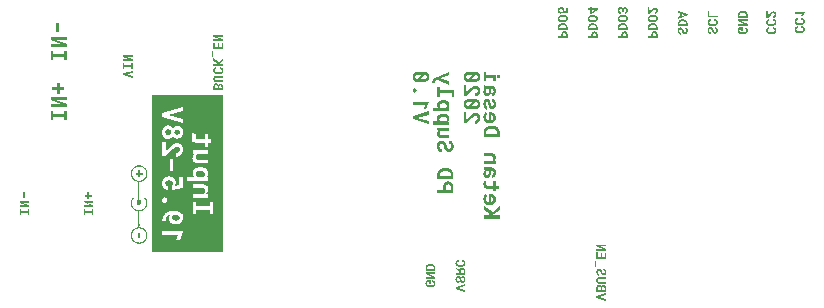
<source format=gbo>
G04*
G04 #@! TF.GenerationSoftware,Altium Limited,Altium Designer,20.1.14 (287)*
G04*
G04 Layer_Color=32896*
%FSLAX25Y25*%
%MOIN*%
G70*
G04*
G04 #@! TF.SameCoordinates,5CC0788B-ACE4-4DC4-998A-98AA571F8A3E*
G04*
G04*
G04 #@! TF.FilePolarity,Positive*
G04*
G01*
G75*
G36*
X57128Y52705D02*
X57579D01*
Y52630D01*
X57879D01*
Y52555D01*
X57955D01*
Y52479D01*
X58180D01*
Y52404D01*
X58255D01*
Y52329D01*
X58406D01*
Y52254D01*
X58481D01*
Y52179D01*
X58631D01*
Y52028D01*
X58782D01*
Y51953D01*
X58857D01*
Y51878D01*
X58932D01*
Y51728D01*
X59007D01*
Y51652D01*
X59082D01*
Y51577D01*
X59158D01*
Y51427D01*
X59233D01*
Y51277D01*
X59308D01*
Y51126D01*
X59383D01*
Y50976D01*
X59458D01*
Y50750D01*
X59533D01*
Y50149D01*
X59609D01*
Y49773D01*
X59533D01*
Y49247D01*
X59458D01*
Y49021D01*
X59383D01*
Y48871D01*
X59308D01*
Y48645D01*
X59233D01*
Y48495D01*
X59158D01*
Y48420D01*
X59082D01*
Y48345D01*
X59007D01*
Y48270D01*
X58932D01*
Y48119D01*
X58857D01*
Y48044D01*
X58782D01*
Y47969D01*
X58706D01*
Y47894D01*
X58556D01*
Y47818D01*
X58481D01*
Y47743D01*
X58406D01*
Y47668D01*
X58331D01*
Y47593D01*
X58180D01*
Y47518D01*
X58030D01*
Y47443D01*
X57879D01*
Y47367D01*
X57654D01*
Y47292D01*
X57203D01*
Y47217D01*
X56977D01*
Y47142D01*
X56902D01*
Y41203D01*
X57128D01*
Y41128D01*
X57203D01*
Y41052D01*
X57353D01*
Y40977D01*
X57428D01*
Y40827D01*
X57504D01*
Y40601D01*
X57579D01*
Y40225D01*
X57504D01*
Y40000D01*
X57428D01*
Y39850D01*
X57353D01*
Y39775D01*
X57203D01*
Y39699D01*
X56977D01*
Y39624D01*
X56902D01*
Y39549D01*
X56677D01*
Y39624D01*
X56451D01*
Y39699D01*
X56301D01*
Y39775D01*
X56226D01*
Y39850D01*
X56150D01*
Y39925D01*
X56075D01*
Y40000D01*
X56000D01*
Y40827D01*
X56075D01*
Y40902D01*
X56150D01*
Y40977D01*
X56226D01*
Y41052D01*
X56301D01*
Y41128D01*
X56451D01*
Y41278D01*
X56526D01*
Y46992D01*
X56451D01*
Y47067D01*
X56526D01*
Y47142D01*
X56451D01*
Y47217D01*
X56376D01*
Y47292D01*
X56000D01*
Y47367D01*
X55774D01*
Y47443D01*
X55699D01*
Y47518D01*
X55549D01*
Y47593D01*
X55399D01*
Y47668D01*
X55248D01*
Y47743D01*
X55098D01*
Y47818D01*
X55023D01*
Y47894D01*
X54948D01*
Y47969D01*
X54872D01*
Y48044D01*
X54797D01*
Y48119D01*
X54722D01*
Y48194D01*
X54647D01*
Y48345D01*
X54572D01*
Y48420D01*
X54497D01*
Y48570D01*
X54421D01*
Y48721D01*
X54346D01*
Y48871D01*
X54271D01*
Y49021D01*
X54196D01*
Y49322D01*
X54121D01*
Y49848D01*
X54045D01*
Y50149D01*
X54121D01*
Y50675D01*
X54196D01*
Y50976D01*
X54271D01*
Y51126D01*
X54346D01*
Y51277D01*
X54421D01*
Y51427D01*
X54497D01*
Y51577D01*
X54572D01*
Y51652D01*
X54647D01*
Y51728D01*
X54722D01*
Y51803D01*
X54797D01*
Y51953D01*
X54948D01*
Y52028D01*
X55023D01*
Y52104D01*
X55098D01*
Y52179D01*
X55173D01*
Y52254D01*
X55248D01*
Y52329D01*
X55399D01*
Y52404D01*
X55549D01*
Y52479D01*
X55774D01*
Y52555D01*
X55850D01*
Y52630D01*
X56075D01*
Y52705D01*
X56451D01*
Y52780D01*
X57128D01*
Y52705D01*
D02*
G37*
G36*
X59082Y41654D02*
X59158D01*
Y41579D01*
X59233D01*
Y41428D01*
X59308D01*
Y41278D01*
X59383D01*
Y41128D01*
X59458D01*
Y40902D01*
X59533D01*
Y40376D01*
X59609D01*
Y40000D01*
X59533D01*
Y39399D01*
X59458D01*
Y39248D01*
X59383D01*
Y39023D01*
X59308D01*
Y38872D01*
X59233D01*
Y38722D01*
X59158D01*
Y38647D01*
X59082D01*
Y38496D01*
X59007D01*
Y38421D01*
X58932D01*
Y38346D01*
X58857D01*
Y38271D01*
X58782D01*
Y38196D01*
X58706D01*
Y38121D01*
X58631D01*
Y38045D01*
X58556D01*
Y37970D01*
X58481D01*
Y37895D01*
X58406D01*
Y37820D01*
X58255D01*
Y37745D01*
X58105D01*
Y37670D01*
X57955D01*
Y37594D01*
X57729D01*
Y37519D01*
X57504D01*
Y37444D01*
X57203D01*
Y37369D01*
X56902D01*
Y33159D01*
X56977D01*
Y32407D01*
X56902D01*
Y32332D01*
X56977D01*
Y32182D01*
X57128D01*
Y32106D01*
X57428D01*
Y32031D01*
X57729D01*
Y31956D01*
X57955D01*
Y31881D01*
X58105D01*
Y31806D01*
X58180D01*
Y31730D01*
X58331D01*
Y31655D01*
X58481D01*
Y31580D01*
X58556D01*
Y31505D01*
X58631D01*
Y31430D01*
X58782D01*
Y31355D01*
X58857D01*
Y31204D01*
X58932D01*
Y31129D01*
X59007D01*
Y31054D01*
X59082D01*
Y30904D01*
X59158D01*
Y30828D01*
X59233D01*
Y30678D01*
X59308D01*
Y30528D01*
X59383D01*
Y30302D01*
X59458D01*
Y30152D01*
X59533D01*
Y29550D01*
X59609D01*
Y29325D01*
X59533D01*
Y29250D01*
X59609D01*
Y29174D01*
X59533D01*
Y28648D01*
X59458D01*
Y28423D01*
X59383D01*
Y28272D01*
X59308D01*
Y28047D01*
X59233D01*
Y27896D01*
X59158D01*
Y27821D01*
X59082D01*
Y27746D01*
X59007D01*
Y27596D01*
X58932D01*
Y27520D01*
X58857D01*
Y27445D01*
X58782D01*
Y27370D01*
X58706D01*
Y27295D01*
X58631D01*
Y27220D01*
X58556D01*
Y27145D01*
X58481D01*
Y27069D01*
X58331D01*
Y26994D01*
X58255D01*
Y26919D01*
X58030D01*
Y26844D01*
X57879D01*
Y26769D01*
X57579D01*
Y26693D01*
X57504D01*
Y26618D01*
X56150D01*
Y26693D01*
X56000D01*
Y26769D01*
X55774D01*
Y26844D01*
X55549D01*
Y26919D01*
X55474D01*
Y26994D01*
X55323D01*
Y27069D01*
X55248D01*
Y27145D01*
X55098D01*
Y27220D01*
X55023D01*
Y27295D01*
X54948D01*
Y27370D01*
X54872D01*
Y27445D01*
X54797D01*
Y27520D01*
X54722D01*
Y27596D01*
X54647D01*
Y27671D01*
X54572D01*
Y27821D01*
X54497D01*
Y27972D01*
X54421D01*
Y28122D01*
X54346D01*
Y28272D01*
X54271D01*
Y28423D01*
X54196D01*
Y28723D01*
X54121D01*
Y29250D01*
X54045D01*
Y29475D01*
X54121D01*
Y30001D01*
X54196D01*
Y30377D01*
X54271D01*
Y30528D01*
X54346D01*
Y30678D01*
X54421D01*
Y30828D01*
X54497D01*
Y30904D01*
X54572D01*
Y31054D01*
X54647D01*
Y31129D01*
X54722D01*
Y31204D01*
X54797D01*
Y31279D01*
X54872D01*
Y31355D01*
X54948D01*
Y31430D01*
X55023D01*
Y31505D01*
X55098D01*
Y31580D01*
X55173D01*
Y31655D01*
X55323D01*
Y31730D01*
X55474D01*
Y31806D01*
X55549D01*
Y31881D01*
X55699D01*
Y31956D01*
X56000D01*
Y32031D01*
X56226D01*
Y32106D01*
X56451D01*
Y32182D01*
X56526D01*
Y37369D01*
X56451D01*
Y37444D01*
X56075D01*
Y37519D01*
X56000D01*
Y37594D01*
X55774D01*
Y37670D01*
X55549D01*
Y37745D01*
X55399D01*
Y37820D01*
X55323D01*
Y37895D01*
X55248D01*
Y37970D01*
X55098D01*
Y38045D01*
X55023D01*
Y38121D01*
X54948D01*
Y38196D01*
X54872D01*
Y38271D01*
X54797D01*
Y38346D01*
X54722D01*
Y38421D01*
X54647D01*
Y38496D01*
X54572D01*
Y38647D01*
X54497D01*
Y38797D01*
X54421D01*
Y38872D01*
X54346D01*
Y39023D01*
X54271D01*
Y39173D01*
X54196D01*
Y39549D01*
X54121D01*
Y40075D01*
X54045D01*
Y40301D01*
X54121D01*
Y40827D01*
X54196D01*
Y41128D01*
X54271D01*
Y41278D01*
X54346D01*
Y41428D01*
X54421D01*
Y41579D01*
X54497D01*
Y41729D01*
X55023D01*
Y41654D01*
X54948D01*
Y41579D01*
X54872D01*
Y41428D01*
X54797D01*
Y41353D01*
X54722D01*
Y41128D01*
X54647D01*
Y41052D01*
X54572D01*
Y40827D01*
X54497D01*
Y40451D01*
X54421D01*
Y39850D01*
X54497D01*
Y39474D01*
X54572D01*
Y39248D01*
X54647D01*
Y39098D01*
X54722D01*
Y39023D01*
X54797D01*
Y38872D01*
X54872D01*
Y38722D01*
X54948D01*
Y38647D01*
X55023D01*
Y38572D01*
X55098D01*
Y38496D01*
X55173D01*
Y38421D01*
X55248D01*
Y38346D01*
X55323D01*
Y38271D01*
X55474D01*
Y38196D01*
X55624D01*
Y38121D01*
X55699D01*
Y38045D01*
X55850D01*
Y37970D01*
X56075D01*
Y37895D01*
X56376D01*
Y37820D01*
X56752D01*
Y37745D01*
X56977D01*
Y37820D01*
X57353D01*
Y37895D01*
X57579D01*
Y37970D01*
X57804D01*
Y38045D01*
X57955D01*
Y38121D01*
X58030D01*
Y38196D01*
X58180D01*
Y38271D01*
X58255D01*
Y38346D01*
X58406D01*
Y38496D01*
X58556D01*
Y38572D01*
X58631D01*
Y38647D01*
X58706D01*
Y38797D01*
X58782D01*
Y38872D01*
X58857D01*
Y38947D01*
X58932D01*
Y39173D01*
X59007D01*
Y39323D01*
X59082D01*
Y39474D01*
X59158D01*
Y39699D01*
X59233D01*
Y40601D01*
X59158D01*
Y40902D01*
X59082D01*
Y40977D01*
X59007D01*
Y41203D01*
X58932D01*
Y41278D01*
X58857D01*
Y41504D01*
X58706D01*
Y41654D01*
X58631D01*
Y41729D01*
X59082D01*
Y41654D01*
D02*
G37*
G36*
X84902Y23900D02*
X72806D01*
Y37580D01*
Y23900D01*
X61098D01*
Y76100D01*
X72806D01*
Y76100D01*
X84902D01*
Y23900D01*
D02*
G37*
G36*
X176788Y82973D02*
X176871Y82955D01*
X176936Y82927D01*
X176992Y82899D01*
X177038Y82872D01*
X177066Y82844D01*
X177084Y82825D01*
X177093Y82816D01*
X177149Y82751D01*
X177186Y82687D01*
X177214Y82613D01*
X177232Y82548D01*
X177241Y82483D01*
X177251Y82437D01*
Y82390D01*
X177241Y82289D01*
X177232Y82215D01*
X177214Y82159D01*
X177204Y82150D01*
Y82141D01*
X177167Y82067D01*
X177140Y82011D01*
X177103Y81974D01*
X177093Y81956D01*
X177038Y81910D01*
X176982Y81872D01*
X176945Y81845D01*
X176936Y81836D01*
X176927D01*
X176853Y81817D01*
X176779Y81808D01*
X176723Y81798D01*
X176714D01*
X176705D01*
X176622Y81808D01*
X176548Y81817D01*
X176501Y81826D01*
X176492Y81836D01*
X176483D01*
X176409Y81872D01*
X176353Y81910D01*
X176316Y81946D01*
X176307Y81956D01*
X176261Y82020D01*
X176224Y82076D01*
X176205Y82122D01*
X176196Y82141D01*
X176178Y82224D01*
X176168Y82307D01*
X176159Y82372D01*
Y82390D01*
X176168Y82483D01*
X176187Y82566D01*
X176205Y82640D01*
X176233Y82705D01*
X176261Y82751D01*
X176289Y82788D01*
X176298Y82807D01*
X176307Y82816D01*
X176372Y82872D01*
X176437Y82908D01*
X176501Y82946D01*
X176566Y82964D01*
X176622Y82973D01*
X176668Y82982D01*
X176696D01*
X176705D01*
X176788Y82973D01*
D02*
G37*
G36*
X172515Y82908D02*
X175678D01*
Y80726D01*
X174836D01*
Y81872D01*
X172515D01*
Y80726D01*
X171682D01*
Y83991D01*
X172515D01*
Y82908D01*
D02*
G37*
G36*
X168598Y83991D02*
X168774Y83982D01*
X168931Y83963D01*
X169061Y83944D01*
X169172Y83917D01*
X169255Y83898D01*
X169310Y83889D01*
X169329Y83880D01*
X169468Y83833D01*
X169597Y83778D01*
X169718Y83713D01*
X169810Y83658D01*
X169893Y83612D01*
X169949Y83565D01*
X169986Y83538D01*
X169995Y83528D01*
X170088Y83436D01*
X170171Y83343D01*
X170236Y83251D01*
X170291Y83167D01*
X170337Y83084D01*
X170365Y83029D01*
X170384Y82992D01*
X170393Y82973D01*
X170439Y82853D01*
X170476Y82723D01*
X170494Y82603D01*
X170513Y82483D01*
X170522Y82390D01*
X170531Y82307D01*
Y82243D01*
X170522Y82095D01*
X170513Y81956D01*
X170485Y81836D01*
X170467Y81725D01*
X170439Y81632D01*
X170411Y81567D01*
X170402Y81530D01*
X170393Y81512D01*
X170337Y81392D01*
X170273Y81290D01*
X170208Y81197D01*
X170143Y81114D01*
X170088Y81049D01*
X170041Y80994D01*
X170004Y80966D01*
X169995Y80957D01*
X169893Y80883D01*
X169782Y80809D01*
X169671Y80753D01*
X169560Y80707D01*
X169468Y80661D01*
X169394Y80633D01*
X169348Y80624D01*
X169338Y80615D01*
X169329D01*
X169172Y80577D01*
X169015Y80550D01*
X168857Y80522D01*
X168719Y80513D01*
X168589Y80503D01*
X168497Y80494D01*
X168459D01*
X168432D01*
X168413D01*
X168404D01*
X167118D01*
X166933Y80503D01*
X166758Y80513D01*
X166600Y80531D01*
X166471Y80559D01*
X166360Y80577D01*
X166277Y80596D01*
X166221Y80605D01*
X166212Y80615D01*
X166202D01*
X166064Y80670D01*
X165934Y80726D01*
X165814Y80781D01*
X165721Y80836D01*
X165638Y80892D01*
X165583Y80929D01*
X165546Y80957D01*
X165536Y80966D01*
X165444Y81059D01*
X165361Y81151D01*
X165287Y81243D01*
X165231Y81327D01*
X165185Y81410D01*
X165157Y81466D01*
X165139Y81502D01*
X165129Y81521D01*
X165083Y81641D01*
X165056Y81771D01*
X165028Y81891D01*
X165018Y82011D01*
X165009Y82104D01*
X165000Y82187D01*
Y82252D01*
X165009Y82400D01*
X165018Y82538D01*
X165037Y82659D01*
X165065Y82770D01*
X165093Y82862D01*
X165111Y82927D01*
X165120Y82964D01*
X165129Y82982D01*
X165185Y83103D01*
X165250Y83205D01*
X165324Y83297D01*
X165389Y83380D01*
X165444Y83445D01*
X165490Y83491D01*
X165527Y83519D01*
X165536Y83528D01*
X165638Y83612D01*
X165759Y83685D01*
X165869Y83741D01*
X165971Y83787D01*
X166064Y83833D01*
X166138Y83861D01*
X166184Y83871D01*
X166202Y83880D01*
X166360Y83917D01*
X166517Y83954D01*
X166665Y83972D01*
X166813Y83982D01*
X166933Y83991D01*
X167035Y84000D01*
X167072D01*
X167100D01*
X167109D01*
X167118D01*
X168404D01*
X168598Y83991D01*
D02*
G37*
G36*
X171858Y79412D02*
X171978Y79375D01*
X172024Y79356D01*
X172061Y79347D01*
X172089Y79338D01*
X172098D01*
X172182Y79329D01*
X172274Y79320D01*
X172357Y79310D01*
X172450D01*
X172524Y79301D01*
X172579D01*
X172616D01*
X172635D01*
X174355D01*
X174476Y79292D01*
X174596Y79282D01*
X174698Y79264D01*
X174781Y79236D01*
X174855Y79208D01*
X174910Y79190D01*
X174947Y79181D01*
X174957Y79172D01*
X175049Y79116D01*
X175142Y79061D01*
X175216Y79005D01*
X175280Y78940D01*
X175327Y78894D01*
X175373Y78848D01*
X175391Y78820D01*
X175401Y78811D01*
X175512Y78626D01*
X175558Y78533D01*
X175595Y78450D01*
X175623Y78376D01*
X175641Y78320D01*
X175660Y78284D01*
Y78265D01*
X175715Y78034D01*
X175734Y77913D01*
X175743Y77812D01*
X175752Y77719D01*
Y77442D01*
X175734Y77312D01*
X175724Y77192D01*
X175706Y77081D01*
X175687Y76998D01*
X175669Y76933D01*
X175660Y76896D01*
X175650Y76877D01*
X175613Y76767D01*
X175567Y76665D01*
X175521Y76572D01*
X175475Y76489D01*
X175438Y76424D01*
X175401Y76378D01*
X175382Y76350D01*
X175373Y76341D01*
X175308Y76267D01*
X175243Y76202D01*
X175179Y76147D01*
X175114Y76100D01*
X175058Y76064D01*
X175012Y76036D01*
X174984Y76026D01*
X174975Y76017D01*
X174892Y75980D01*
X174799Y75953D01*
X174716Y75934D01*
X174642Y75925D01*
X174577Y75915D01*
X174531Y75906D01*
X174494D01*
X174485D01*
Y76933D01*
X174568Y76942D01*
X174642Y76951D01*
X174698Y76979D01*
X174753Y77007D01*
X174790Y77026D01*
X174818Y77053D01*
X174836Y77062D01*
X174846Y77072D01*
X174892Y77136D01*
X174929Y77210D01*
X174947Y77284D01*
X174966Y77359D01*
X174975Y77423D01*
X174984Y77479D01*
Y77534D01*
X174975Y77664D01*
X174957Y77775D01*
X174929Y77867D01*
X174901Y77941D01*
X174873Y78006D01*
X174846Y78043D01*
X174827Y78071D01*
X174818Y78080D01*
X174753Y78145D01*
X174679Y78191D01*
X174596Y78228D01*
X174522Y78246D01*
X174457Y78265D01*
X174402Y78274D01*
X174365D01*
X174355D01*
X174124D01*
Y77534D01*
X174106Y77368D01*
X174096Y77220D01*
X174069Y77081D01*
X174041Y76951D01*
X174013Y76841D01*
X173985Y76730D01*
X173948Y76637D01*
X173911Y76554D01*
X173884Y76489D01*
X173856Y76424D01*
X173828Y76378D01*
X173810Y76332D01*
X173791Y76304D01*
X173773Y76295D01*
Y76285D01*
X173708Y76202D01*
X173634Y76128D01*
X173560Y76064D01*
X173477Y76017D01*
X173319Y75925D01*
X173162Y75869D01*
X173014Y75841D01*
X172959Y75832D01*
X172903Y75823D01*
X172866Y75814D01*
X172829D01*
X172811D01*
X172801D01*
X172709Y75823D01*
X172616Y75832D01*
X172533Y75851D01*
X172468Y75869D01*
X172404Y75888D01*
X172357Y75897D01*
X172330Y75915D01*
X172320D01*
X172172Y76008D01*
X172108Y76054D01*
X172052Y76110D01*
X172006Y76147D01*
X171969Y76184D01*
X171950Y76202D01*
X171941Y76212D01*
X171839Y76359D01*
X171756Y76498D01*
X171728Y76554D01*
X171710Y76609D01*
X171691Y76637D01*
Y76646D01*
X171645Y76850D01*
X171627Y76942D01*
X171617Y77035D01*
Y77109D01*
X171608Y77164D01*
Y77220D01*
X171617Y77349D01*
X171627Y77460D01*
X171636Y77507D01*
Y77534D01*
X171645Y77553D01*
Y77562D01*
X171673Y77682D01*
X171710Y77775D01*
X171719Y77812D01*
X171728Y77839D01*
X171738Y77849D01*
Y77858D01*
X171784Y77960D01*
X171830Y78034D01*
X171867Y78089D01*
X171876Y78098D01*
Y78108D01*
X171941Y78191D01*
X171997Y78256D01*
X172034Y78293D01*
X172052Y78311D01*
X171978Y78330D01*
X171913Y78339D01*
X171867Y78348D01*
X171849D01*
X171784Y78367D01*
X171728Y78395D01*
X171691Y78404D01*
X171682Y78413D01*
Y79458D01*
X171738D01*
X171858Y79412D01*
D02*
G37*
G36*
X165897Y77109D02*
X166970Y78126D01*
X167165Y78311D01*
X167248Y78385D01*
X167322Y78459D01*
X167386Y78515D01*
X167442Y78561D01*
X167470Y78589D01*
X167479Y78598D01*
X167664Y78746D01*
X167738Y78811D01*
X167812Y78866D01*
X167877Y78903D01*
X167923Y78940D01*
X167951Y78959D01*
X167960Y78968D01*
X168136Y79070D01*
X168219Y79116D01*
X168293Y79144D01*
X168349Y79172D01*
X168404Y79190D01*
X168432Y79208D01*
X168441D01*
X168626Y79255D01*
X168709Y79273D01*
X168792Y79282D01*
X168857Y79292D01*
X168904D01*
X168940D01*
X168950D01*
X169079D01*
X169200Y79273D01*
X169310Y79255D01*
X169403Y79236D01*
X169477Y79218D01*
X169542Y79199D01*
X169579Y79190D01*
X169588Y79181D01*
X169699Y79135D01*
X169791Y79088D01*
X169875Y79033D01*
X169949Y78977D01*
X170004Y78931D01*
X170051Y78894D01*
X170078Y78866D01*
X170088Y78857D01*
X170161Y78774D01*
X170226Y78681D01*
X170282Y78598D01*
X170328Y78505D01*
X170365Y78431D01*
X170393Y78376D01*
X170402Y78339D01*
X170411Y78320D01*
X170448Y78200D01*
X170485Y78080D01*
X170504Y77951D01*
X170513Y77839D01*
X170522Y77747D01*
X170531Y77664D01*
Y77599D01*
X170522Y77442D01*
X170513Y77294D01*
X170485Y77155D01*
X170467Y77044D01*
X170439Y76951D01*
X170411Y76877D01*
X170402Y76831D01*
X170393Y76813D01*
X170337Y76683D01*
X170273Y76572D01*
X170208Y76471D01*
X170152Y76378D01*
X170097Y76313D01*
X170051Y76258D01*
X170023Y76221D01*
X170013Y76212D01*
X169921Y76119D01*
X169828Y76045D01*
X169727Y75980D01*
X169643Y75925D01*
X169560Y75879D01*
X169505Y75851D01*
X169468Y75832D01*
X169449Y75823D01*
X169329Y75777D01*
X169209Y75749D01*
X169098Y75721D01*
X168996Y75712D01*
X168904Y75703D01*
X168839Y75694D01*
X168792D01*
X168774D01*
Y76720D01*
X168922Y76730D01*
X169061Y76748D01*
X169172Y76785D01*
X169264Y76822D01*
X169338Y76859D01*
X169385Y76896D01*
X169422Y76915D01*
X169431Y76924D01*
X169514Y77016D01*
X169570Y77118D01*
X169616Y77220D01*
X169643Y77321D01*
X169662Y77414D01*
X169671Y77488D01*
Y77562D01*
X169662Y77673D01*
X169643Y77766D01*
X169634Y77802D01*
X169625Y77830D01*
X169616Y77839D01*
Y77849D01*
X169570Y77941D01*
X169523Y78015D01*
X169486Y78061D01*
X169477Y78080D01*
X169468D01*
X169394Y78145D01*
X169310Y78182D01*
X169255Y78210D01*
X169237Y78219D01*
X169227D01*
X169116Y78256D01*
X169015Y78265D01*
X168977Y78274D01*
X168940D01*
X168922D01*
X168913D01*
X168820Y78265D01*
X168737Y78256D01*
X168672Y78246D01*
X168663Y78237D01*
X168654D01*
X168552Y78200D01*
X168469Y78163D01*
X168432Y78136D01*
X168404Y78126D01*
X168386Y78108D01*
X168376D01*
X168265Y78034D01*
X168154Y77969D01*
X168108Y77932D01*
X168071Y77913D01*
X168052Y77895D01*
X168043Y77886D01*
X167904Y77775D01*
X167775Y77664D01*
X167729Y77618D01*
X167683Y77580D01*
X167655Y77553D01*
X167646Y77543D01*
X165768Y75795D01*
X165074D01*
Y79477D01*
X165897D01*
Y77109D01*
D02*
G37*
G36*
X172922Y74944D02*
X173014Y74935D01*
X173097Y74916D01*
X173171Y74889D01*
X173227Y74861D01*
X173273Y74843D01*
X173301Y74833D01*
X173310Y74824D01*
X173458Y74713D01*
X173514Y74657D01*
X173569Y74602D01*
X173615Y74546D01*
X173643Y74510D01*
X173662Y74482D01*
X173671Y74472D01*
X173773Y74297D01*
X173810Y74204D01*
X173847Y74121D01*
X173874Y74047D01*
X173893Y73992D01*
X173911Y73954D01*
Y73936D01*
X173976Y73695D01*
X173995Y73585D01*
X174022Y73483D01*
X174041Y73390D01*
X174050Y73326D01*
X174059Y73279D01*
Y73261D01*
X174078Y73168D01*
X174087Y73094D01*
X174106Y73020D01*
X174115Y72956D01*
X174124Y72909D01*
X174133Y72872D01*
X174143Y72854D01*
Y72844D01*
X174180Y72733D01*
X174217Y72659D01*
X174244Y72604D01*
X174254Y72595D01*
Y72585D01*
X174300Y72530D01*
X174346Y72484D01*
X174383Y72465D01*
X174392Y72456D01*
X174457Y72438D01*
X174503Y72428D01*
X174540Y72419D01*
X174559D01*
X174633Y72428D01*
X174688Y72447D01*
X174790Y72512D01*
X174827Y72549D01*
X174864Y72576D01*
X174873Y72595D01*
X174883Y72604D01*
X174929Y72678D01*
X174957Y72771D01*
X174994Y72946D01*
X175003Y73030D01*
X175012Y73094D01*
Y73150D01*
X175003Y73279D01*
X174984Y73400D01*
X174966Y73492D01*
X174938Y73575D01*
X174901Y73640D01*
X174883Y73677D01*
X174864Y73705D01*
X174855Y73714D01*
X174790Y73779D01*
X174725Y73825D01*
X174661Y73862D01*
X174605Y73880D01*
X174550Y73899D01*
X174503Y73908D01*
X174476D01*
X174466D01*
Y74935D01*
X174568Y74926D01*
X174661Y74916D01*
X174753Y74898D01*
X174827Y74879D01*
X174892Y74852D01*
X174938Y74833D01*
X174966Y74824D01*
X174975Y74815D01*
X175058Y74769D01*
X175142Y74713D01*
X175206Y74648D01*
X175271Y74593D01*
X175317Y74546D01*
X175354Y74500D01*
X175373Y74472D01*
X175382Y74463D01*
X175447Y74371D01*
X175502Y74278D01*
X175549Y74186D01*
X175586Y74093D01*
X175613Y74019D01*
X175632Y73954D01*
X175650Y73918D01*
Y73899D01*
X175687Y73769D01*
X175706Y73640D01*
X175724Y73520D01*
X175743Y73400D01*
Y73298D01*
X175752Y73224D01*
Y73002D01*
X175734Y72872D01*
X175724Y72743D01*
X175706Y72641D01*
X175687Y72549D01*
X175669Y72484D01*
X175660Y72447D01*
X175650Y72428D01*
X175613Y72317D01*
X175567Y72215D01*
X175521Y72123D01*
X175484Y72040D01*
X175447Y71975D01*
X175410Y71929D01*
X175391Y71901D01*
X175382Y71892D01*
X175317Y71818D01*
X175253Y71744D01*
X175188Y71688D01*
X175123Y71642D01*
X175068Y71596D01*
X175021Y71568D01*
X174994Y71559D01*
X174984Y71549D01*
X174901Y71513D01*
X174818Y71485D01*
X174735Y71457D01*
X174670Y71448D01*
X174605Y71438D01*
X174559Y71429D01*
X174522D01*
X174513D01*
X174420Y71438D01*
X174337Y71448D01*
X174263Y71466D01*
X174189Y71485D01*
X174133Y71503D01*
X174096Y71522D01*
X174069Y71540D01*
X174059D01*
X173921Y71642D01*
X173819Y71744D01*
X173773Y71790D01*
X173745Y71827D01*
X173726Y71855D01*
X173717Y71864D01*
X173615Y72031D01*
X173569Y72114D01*
X173532Y72197D01*
X173504Y72262D01*
X173477Y72317D01*
X173467Y72354D01*
X173458Y72364D01*
X173384Y72585D01*
X173356Y72697D01*
X173329Y72798D01*
X173310Y72882D01*
X173292Y72956D01*
X173282Y72992D01*
Y73011D01*
X173264Y73113D01*
X173245Y73196D01*
X173227Y73279D01*
X173218Y73344D01*
X173199Y73390D01*
X173190Y73436D01*
X173181Y73455D01*
Y73464D01*
X173144Y73585D01*
X173107Y73686D01*
X173097Y73714D01*
X173079Y73742D01*
X173070Y73751D01*
Y73760D01*
X173023Y73834D01*
X172977Y73880D01*
X172940Y73899D01*
X172931Y73908D01*
X172875Y73936D01*
X172829Y73945D01*
X172792Y73954D01*
X172774D01*
X172709Y73945D01*
X172644Y73927D01*
X172589Y73890D01*
X172542Y73853D01*
X172505Y73816D01*
X172478Y73779D01*
X172468Y73760D01*
X172459Y73751D01*
X172422Y73668D01*
X172394Y73575D01*
X172357Y73390D01*
X172348Y73307D01*
X172339Y73242D01*
Y73177D01*
X172348Y73057D01*
X172357Y72956D01*
Y72909D01*
X172367Y72882D01*
Y72854D01*
X172404Y72743D01*
X172441Y72650D01*
X172450Y72613D01*
X172468Y72585D01*
X172478Y72576D01*
Y72567D01*
X172542Y72484D01*
X172598Y72419D01*
X172644Y72382D01*
X172663Y72364D01*
X172755Y72317D01*
X172848Y72299D01*
X172894Y72290D01*
X172922Y72280D01*
X172940D01*
X172949D01*
Y71300D01*
X172857Y71309D01*
X172764Y71318D01*
X172681Y71337D01*
X172607Y71364D01*
X172552Y71383D01*
X172505Y71402D01*
X172468Y71411D01*
X172459Y71420D01*
X172376Y71466D01*
X172293Y71522D01*
X172219Y71587D01*
X172154Y71642D01*
X172098Y71688D01*
X172061Y71734D01*
X172034Y71762D01*
X172024Y71772D01*
X171960Y71864D01*
X171895Y71966D01*
X171849Y72058D01*
X171802Y72151D01*
X171765Y72234D01*
X171738Y72299D01*
X171728Y72336D01*
X171719Y72354D01*
X171682Y72484D01*
X171654Y72623D01*
X171636Y72761D01*
X171627Y72882D01*
X171617Y72992D01*
X171608Y73076D01*
Y73298D01*
X171617Y73446D01*
X171636Y73566D01*
X171654Y73677D01*
X171664Y73769D01*
X171682Y73843D01*
X171691Y73880D01*
Y73899D01*
X171728Y74019D01*
X171765Y74130D01*
X171812Y74223D01*
X171849Y74306D01*
X171886Y74371D01*
X171913Y74426D01*
X171932Y74454D01*
X171941Y74463D01*
X172006Y74546D01*
X172071Y74620D01*
X172135Y74676D01*
X172200Y74731D01*
X172246Y74769D01*
X172293Y74796D01*
X172320Y74815D01*
X172330Y74824D01*
X172413Y74870D01*
X172496Y74898D01*
X172579Y74926D01*
X172663Y74935D01*
X172727Y74944D01*
X172774Y74954D01*
X172811D01*
X172820D01*
X172922Y74944D01*
D02*
G37*
G36*
X168598Y74907D02*
X168774Y74898D01*
X168931Y74879D01*
X169061Y74861D01*
X169172Y74833D01*
X169255Y74815D01*
X169310Y74805D01*
X169329Y74796D01*
X169468Y74750D01*
X169597Y74695D01*
X169718Y74630D01*
X169810Y74574D01*
X169893Y74528D01*
X169949Y74482D01*
X169986Y74454D01*
X169995Y74445D01*
X170088Y74352D01*
X170171Y74260D01*
X170236Y74167D01*
X170291Y74084D01*
X170337Y74001D01*
X170365Y73945D01*
X170384Y73908D01*
X170393Y73890D01*
X170439Y73769D01*
X170476Y73640D01*
X170494Y73520D01*
X170513Y73400D01*
X170522Y73307D01*
X170531Y73224D01*
Y73159D01*
X170522Y73011D01*
X170513Y72872D01*
X170485Y72752D01*
X170467Y72641D01*
X170439Y72549D01*
X170411Y72484D01*
X170402Y72447D01*
X170393Y72428D01*
X170337Y72308D01*
X170273Y72206D01*
X170208Y72114D01*
X170143Y72031D01*
X170088Y71966D01*
X170041Y71910D01*
X170004Y71882D01*
X169995Y71873D01*
X169893Y71799D01*
X169782Y71725D01*
X169671Y71670D01*
X169560Y71623D01*
X169468Y71577D01*
X169394Y71549D01*
X169348Y71540D01*
X169338Y71531D01*
X169329D01*
X169172Y71494D01*
X169015Y71466D01*
X168857Y71438D01*
X168719Y71429D01*
X168589Y71420D01*
X168497Y71411D01*
X168459D01*
X168432D01*
X168413D01*
X168404D01*
X167118D01*
X166933Y71420D01*
X166758Y71429D01*
X166600Y71448D01*
X166471Y71475D01*
X166360Y71494D01*
X166277Y71513D01*
X166221Y71522D01*
X166212Y71531D01*
X166202D01*
X166064Y71587D01*
X165934Y71642D01*
X165814Y71697D01*
X165721Y71753D01*
X165638Y71808D01*
X165583Y71846D01*
X165546Y71873D01*
X165536Y71882D01*
X165444Y71975D01*
X165361Y72067D01*
X165287Y72160D01*
X165231Y72243D01*
X165185Y72326D01*
X165157Y72382D01*
X165139Y72419D01*
X165129Y72438D01*
X165083Y72558D01*
X165056Y72687D01*
X165028Y72808D01*
X165018Y72928D01*
X165009Y73020D01*
X165000Y73103D01*
Y73168D01*
X165009Y73316D01*
X165018Y73455D01*
X165037Y73575D01*
X165065Y73686D01*
X165093Y73779D01*
X165111Y73843D01*
X165120Y73880D01*
X165129Y73899D01*
X165185Y74019D01*
X165250Y74121D01*
X165324Y74213D01*
X165389Y74297D01*
X165444Y74361D01*
X165490Y74408D01*
X165527Y74436D01*
X165536Y74445D01*
X165638Y74528D01*
X165759Y74602D01*
X165869Y74657D01*
X165971Y74704D01*
X166064Y74750D01*
X166138Y74778D01*
X166184Y74787D01*
X166202Y74796D01*
X166360Y74833D01*
X166517Y74870D01*
X166665Y74889D01*
X166813Y74898D01*
X166933Y74907D01*
X167035Y74916D01*
X167072D01*
X167100D01*
X167109D01*
X167118D01*
X168404D01*
X168598Y74907D01*
D02*
G37*
G36*
X173948Y70477D02*
X174096Y70467D01*
X174235Y70449D01*
X174355Y70421D01*
X174448Y70393D01*
X174522Y70375D01*
X174568Y70366D01*
X174587Y70356D01*
X174716Y70310D01*
X174836Y70245D01*
X174938Y70190D01*
X175031Y70134D01*
X175105Y70079D01*
X175160Y70033D01*
X175197Y70005D01*
X175206Y69995D01*
X175299Y69903D01*
X175382Y69810D01*
X175447Y69709D01*
X175502Y69626D01*
X175549Y69542D01*
X175576Y69477D01*
X175595Y69441D01*
X175604Y69422D01*
X175650Y69292D01*
X175687Y69163D01*
X175715Y69033D01*
X175734Y68913D01*
X175743Y68812D01*
X175752Y68728D01*
Y68654D01*
X175743Y68506D01*
X175724Y68358D01*
X175706Y68229D01*
X175678Y68108D01*
X175641Y68016D01*
X175623Y67942D01*
X175604Y67896D01*
X175595Y67877D01*
X175530Y67748D01*
X175465Y67637D01*
X175391Y67526D01*
X175327Y67443D01*
X175262Y67369D01*
X175216Y67313D01*
X175179Y67276D01*
X175169Y67267D01*
X175068Y67174D01*
X174957Y67091D01*
X174846Y67026D01*
X174744Y66971D01*
X174661Y66925D01*
X174587Y66887D01*
X174540Y66869D01*
X174522Y66860D01*
X174374Y66813D01*
X174235Y66777D01*
X174096Y66758D01*
X173967Y66739D01*
X173856Y66730D01*
X173763Y66721D01*
X173708D01*
X173699D01*
X173689D01*
X173541D01*
X173393Y66730D01*
X173255Y66749D01*
X173125Y66767D01*
X173014Y66795D01*
X172912Y66823D01*
X172848Y66851D01*
X172801Y66860D01*
X172783Y66869D01*
X172653Y66934D01*
X172542Y66998D01*
X172431Y67063D01*
X172339Y67137D01*
X172265Y67193D01*
X172209Y67239D01*
X172172Y67276D01*
X172163Y67285D01*
X172071Y67387D01*
X171987Y67498D01*
X171923Y67609D01*
X171867Y67711D01*
X171821Y67803D01*
X171784Y67868D01*
X171765Y67914D01*
X171756Y67933D01*
X171710Y68081D01*
X171673Y68229D01*
X171645Y68367D01*
X171627Y68497D01*
X171617Y68608D01*
X171608Y68700D01*
Y68774D01*
X171617Y68987D01*
X171627Y69080D01*
X171645Y69163D01*
X171654Y69228D01*
X171664Y69274D01*
X171673Y69311D01*
Y69320D01*
X171719Y69505D01*
X171747Y69579D01*
X171775Y69653D01*
X171793Y69709D01*
X171812Y69746D01*
X171830Y69774D01*
Y69783D01*
X171913Y69931D01*
X171950Y69986D01*
X171987Y70042D01*
X172015Y70088D01*
X172043Y70116D01*
X172052Y70134D01*
X172061Y70144D01*
X172154Y70254D01*
X172246Y70328D01*
X172283Y70366D01*
X172302Y70384D01*
X172320Y70402D01*
X172330D01*
X172885Y69885D01*
X172811Y69820D01*
X172746Y69755D01*
X172700Y69700D01*
X172681Y69690D01*
Y69681D01*
X172626Y69589D01*
X172579Y69505D01*
X172561Y69468D01*
X172552Y69450D01*
X172542Y69431D01*
Y69422D01*
X172505Y69320D01*
X172478Y69228D01*
X172468Y69191D01*
Y69163D01*
X172459Y69144D01*
Y69135D01*
X172441Y69024D01*
X172431Y68932D01*
Y68839D01*
X172441Y68682D01*
X172450Y68617D01*
X172468Y68553D01*
X172478Y68506D01*
X172487Y68469D01*
X172496Y68441D01*
Y68432D01*
X172552Y68312D01*
X172616Y68210D01*
X172644Y68173D01*
X172663Y68146D01*
X172672Y68127D01*
X172681Y68118D01*
X172774Y68025D01*
X172866Y67951D01*
X172912Y67923D01*
X172940Y67905D01*
X172959Y67887D01*
X172968D01*
X173097Y67831D01*
X173227Y67794D01*
X173273Y67785D01*
X173310Y67775D01*
X173338Y67766D01*
X173347D01*
Y70486D01*
X173782D01*
X173948Y70477D01*
D02*
G37*
G36*
X165897Y68025D02*
X166970Y69043D01*
X167165Y69228D01*
X167248Y69302D01*
X167322Y69376D01*
X167386Y69431D01*
X167442Y69477D01*
X167470Y69505D01*
X167479Y69515D01*
X167664Y69662D01*
X167738Y69727D01*
X167812Y69783D01*
X167877Y69820D01*
X167923Y69857D01*
X167951Y69875D01*
X167960Y69885D01*
X168136Y69986D01*
X168219Y70033D01*
X168293Y70060D01*
X168349Y70088D01*
X168404Y70107D01*
X168432Y70125D01*
X168441D01*
X168626Y70171D01*
X168709Y70190D01*
X168792Y70199D01*
X168857Y70208D01*
X168904D01*
X168940D01*
X168950D01*
X169079D01*
X169200Y70190D01*
X169310Y70171D01*
X169403Y70153D01*
X169477Y70134D01*
X169542Y70116D01*
X169579Y70107D01*
X169588Y70097D01*
X169699Y70051D01*
X169791Y70005D01*
X169875Y69949D01*
X169949Y69894D01*
X170004Y69848D01*
X170051Y69810D01*
X170078Y69783D01*
X170088Y69774D01*
X170161Y69690D01*
X170226Y69598D01*
X170282Y69515D01*
X170328Y69422D01*
X170365Y69348D01*
X170393Y69292D01*
X170402Y69256D01*
X170411Y69237D01*
X170448Y69117D01*
X170485Y68997D01*
X170504Y68867D01*
X170513Y68756D01*
X170522Y68664D01*
X170531Y68580D01*
Y68515D01*
X170522Y68358D01*
X170513Y68210D01*
X170485Y68072D01*
X170467Y67961D01*
X170439Y67868D01*
X170411Y67794D01*
X170402Y67748D01*
X170393Y67729D01*
X170337Y67600D01*
X170273Y67489D01*
X170208Y67387D01*
X170152Y67295D01*
X170097Y67230D01*
X170051Y67174D01*
X170023Y67137D01*
X170013Y67128D01*
X169921Y67036D01*
X169828Y66961D01*
X169727Y66897D01*
X169643Y66841D01*
X169560Y66795D01*
X169505Y66767D01*
X169468Y66749D01*
X169449Y66739D01*
X169329Y66693D01*
X169209Y66666D01*
X169098Y66638D01*
X168996Y66628D01*
X168904Y66619D01*
X168839Y66610D01*
X168792D01*
X168774D01*
Y67637D01*
X168922Y67646D01*
X169061Y67664D01*
X169172Y67702D01*
X169264Y67738D01*
X169338Y67775D01*
X169385Y67813D01*
X169422Y67831D01*
X169431Y67840D01*
X169514Y67933D01*
X169570Y68034D01*
X169616Y68136D01*
X169643Y68238D01*
X169662Y68331D01*
X169671Y68405D01*
Y68479D01*
X169662Y68590D01*
X169643Y68682D01*
X169634Y68719D01*
X169625Y68747D01*
X169616Y68756D01*
Y68765D01*
X169570Y68858D01*
X169523Y68932D01*
X169486Y68978D01*
X169477Y68997D01*
X169468D01*
X169394Y69061D01*
X169310Y69098D01*
X169255Y69126D01*
X169237Y69135D01*
X169227D01*
X169116Y69172D01*
X169015Y69182D01*
X168977Y69191D01*
X168940D01*
X168922D01*
X168913D01*
X168820Y69182D01*
X168737Y69172D01*
X168672Y69163D01*
X168663Y69154D01*
X168654D01*
X168552Y69117D01*
X168469Y69080D01*
X168432Y69052D01*
X168404Y69043D01*
X168386Y69024D01*
X168376D01*
X168265Y68950D01*
X168154Y68885D01*
X168108Y68849D01*
X168071Y68830D01*
X168052Y68812D01*
X168043Y68802D01*
X167904Y68691D01*
X167775Y68580D01*
X167729Y68534D01*
X167683Y68497D01*
X167655Y68469D01*
X167646Y68460D01*
X165768Y66712D01*
X165074D01*
Y70393D01*
X165897D01*
Y68025D01*
D02*
G37*
G36*
X174790Y65972D02*
X174975Y65953D01*
X175142Y65926D01*
X175290Y65898D01*
X175410Y65870D01*
X175502Y65842D01*
X175539Y65833D01*
X175567Y65824D01*
X175576Y65815D01*
X175586D01*
X175752Y65750D01*
X175900Y65667D01*
X176030Y65592D01*
X176141Y65509D01*
X176233Y65444D01*
X176307Y65389D01*
X176344Y65352D01*
X176363Y65333D01*
X176483Y65213D01*
X176585Y65093D01*
X176677Y64964D01*
X176751Y64852D01*
X176807Y64751D01*
X176844Y64667D01*
X176871Y64612D01*
X176881Y64603D01*
Y64593D01*
X176945Y64427D01*
X176992Y64261D01*
X177019Y64094D01*
X177047Y63946D01*
X177056Y63816D01*
X177066Y63715D01*
Y62226D01*
X171682D01*
Y63678D01*
X171691Y63863D01*
X171710Y64038D01*
X171738Y64196D01*
X171775Y64334D01*
X171802Y64455D01*
X171830Y64538D01*
X171849Y64593D01*
X171858Y64612D01*
X171932Y64769D01*
X172015Y64908D01*
X172098Y65028D01*
X172182Y65139D01*
X172256Y65223D01*
X172311Y65287D01*
X172348Y65333D01*
X172367Y65343D01*
X172496Y65454D01*
X172626Y65546D01*
X172755Y65630D01*
X172875Y65694D01*
X172986Y65750D01*
X173070Y65787D01*
X173125Y65805D01*
X173134Y65815D01*
X173144D01*
X173319Y65870D01*
X173495Y65907D01*
X173662Y65944D01*
X173810Y65962D01*
X173948Y65972D01*
X174050Y65981D01*
X174087D01*
X174115D01*
X174133D01*
X174143D01*
X174587D01*
X174790Y65972D01*
D02*
G37*
G36*
X174439Y56759D02*
X174568Y56749D01*
X174679Y56731D01*
X174762Y56713D01*
X174827Y56694D01*
X174873Y56685D01*
X174883Y56675D01*
X174994Y56638D01*
X175086Y56592D01*
X175179Y56537D01*
X175243Y56490D01*
X175308Y56454D01*
X175345Y56416D01*
X175373Y56398D01*
X175382Y56389D01*
X175447Y56324D01*
X175512Y56250D01*
X175558Y56176D01*
X175595Y56102D01*
X175623Y56046D01*
X175641Y56000D01*
X175660Y55963D01*
Y55954D01*
X175715Y55760D01*
X175734Y55667D01*
X175743Y55584D01*
X175752Y55510D01*
Y55399D01*
X175743Y55260D01*
X175724Y55140D01*
X175697Y55020D01*
X175669Y54927D01*
X175641Y54844D01*
X175613Y54779D01*
X175595Y54742D01*
X175586Y54724D01*
X175521Y54613D01*
X175447Y54511D01*
X175373Y54418D01*
X175299Y54344D01*
X175225Y54280D01*
X175169Y54233D01*
X175132Y54206D01*
X175123Y54197D01*
X175678Y54141D01*
Y53207D01*
X171682D01*
Y54233D01*
X174522D01*
X174642Y54335D01*
X174735Y54428D01*
X174762Y54474D01*
X174790Y54511D01*
X174809Y54530D01*
Y54539D01*
X174846Y54613D01*
X174873Y54687D01*
X174910Y54835D01*
Y54890D01*
X174920Y54936D01*
Y54983D01*
X174910Y55103D01*
X174901Y55205D01*
X174892Y55242D01*
Y55269D01*
X174883Y55288D01*
Y55297D01*
X174846Y55399D01*
X174809Y55473D01*
X174772Y55519D01*
X174753Y55538D01*
X174679Y55603D01*
X174605Y55658D01*
X174568Y55677D01*
X174540Y55686D01*
X174522Y55695D01*
X174513D01*
X174392Y55732D01*
X174263Y55741D01*
X174207Y55751D01*
X174161D01*
X174133D01*
X174124D01*
X171682D01*
Y56777D01*
X174143D01*
X174300D01*
X174439Y56759D01*
D02*
G37*
G36*
X171858Y52162D02*
X171978Y52125D01*
X172024Y52106D01*
X172061Y52097D01*
X172089Y52087D01*
X172098D01*
X172182Y52078D01*
X172274Y52069D01*
X172357Y52060D01*
X172450D01*
X172524Y52051D01*
X172579D01*
X172616D01*
X172635D01*
X174355D01*
X174476Y52041D01*
X174596Y52032D01*
X174698Y52013D01*
X174781Y51986D01*
X174855Y51958D01*
X174910Y51939D01*
X174947Y51930D01*
X174957Y51921D01*
X175049Y51866D01*
X175142Y51810D01*
X175216Y51754D01*
X175280Y51690D01*
X175327Y51644D01*
X175373Y51597D01*
X175391Y51569D01*
X175401Y51560D01*
X175512Y51375D01*
X175558Y51283D01*
X175595Y51200D01*
X175623Y51126D01*
X175641Y51070D01*
X175660Y51033D01*
Y51015D01*
X175715Y50783D01*
X175734Y50663D01*
X175743Y50561D01*
X175752Y50469D01*
Y50191D01*
X175734Y50062D01*
X175724Y49942D01*
X175706Y49830D01*
X175687Y49747D01*
X175669Y49683D01*
X175660Y49646D01*
X175650Y49627D01*
X175613Y49516D01*
X175567Y49414D01*
X175521Y49322D01*
X175475Y49238D01*
X175438Y49174D01*
X175401Y49128D01*
X175382Y49100D01*
X175373Y49090D01*
X175308Y49016D01*
X175243Y48952D01*
X175179Y48896D01*
X175114Y48850D01*
X175058Y48813D01*
X175012Y48785D01*
X174984Y48776D01*
X174975Y48767D01*
X174892Y48730D01*
X174799Y48702D01*
X174716Y48684D01*
X174642Y48674D01*
X174577Y48665D01*
X174531Y48656D01*
X174494D01*
X174485D01*
Y49683D01*
X174568Y49692D01*
X174642Y49701D01*
X174698Y49729D01*
X174753Y49757D01*
X174790Y49775D01*
X174818Y49803D01*
X174836Y49812D01*
X174846Y49821D01*
X174892Y49886D01*
X174929Y49960D01*
X174947Y50034D01*
X174966Y50108D01*
X174975Y50173D01*
X174984Y50228D01*
Y50284D01*
X174975Y50413D01*
X174957Y50524D01*
X174929Y50617D01*
X174901Y50691D01*
X174873Y50756D01*
X174846Y50792D01*
X174827Y50820D01*
X174818Y50829D01*
X174753Y50894D01*
X174679Y50941D01*
X174596Y50977D01*
X174522Y50996D01*
X174457Y51015D01*
X174402Y51024D01*
X174365D01*
X174355D01*
X174124D01*
Y50284D01*
X174106Y50117D01*
X174096Y49969D01*
X174069Y49830D01*
X174041Y49701D01*
X174013Y49590D01*
X173985Y49479D01*
X173948Y49387D01*
X173911Y49303D01*
X173884Y49238D01*
X173856Y49174D01*
X173828Y49128D01*
X173810Y49081D01*
X173791Y49053D01*
X173773Y49044D01*
Y49035D01*
X173708Y48952D01*
X173634Y48878D01*
X173560Y48813D01*
X173477Y48767D01*
X173319Y48674D01*
X173162Y48619D01*
X173014Y48591D01*
X172959Y48582D01*
X172903Y48572D01*
X172866Y48563D01*
X172829D01*
X172811D01*
X172801D01*
X172709Y48572D01*
X172616Y48582D01*
X172533Y48600D01*
X172468Y48619D01*
X172404Y48637D01*
X172357Y48647D01*
X172330Y48665D01*
X172320D01*
X172172Y48757D01*
X172108Y48804D01*
X172052Y48859D01*
X172006Y48896D01*
X171969Y48933D01*
X171950Y48952D01*
X171941Y48961D01*
X171839Y49109D01*
X171756Y49248D01*
X171728Y49303D01*
X171710Y49359D01*
X171691Y49387D01*
Y49396D01*
X171645Y49599D01*
X171627Y49692D01*
X171617Y49784D01*
Y49858D01*
X171608Y49914D01*
Y49969D01*
X171617Y50099D01*
X171627Y50210D01*
X171636Y50256D01*
Y50284D01*
X171645Y50302D01*
Y50311D01*
X171673Y50432D01*
X171710Y50524D01*
X171719Y50561D01*
X171728Y50589D01*
X171738Y50598D01*
Y50608D01*
X171784Y50709D01*
X171830Y50783D01*
X171867Y50839D01*
X171876Y50848D01*
Y50857D01*
X171941Y50941D01*
X171997Y51005D01*
X172034Y51042D01*
X172052Y51061D01*
X171978Y51079D01*
X171913Y51089D01*
X171867Y51098D01*
X171849D01*
X171784Y51116D01*
X171728Y51144D01*
X171691Y51153D01*
X171682Y51162D01*
Y52208D01*
X171738D01*
X171858Y52162D01*
D02*
G37*
G36*
X172552Y47574D02*
X172542Y47518D01*
X172524Y47462D01*
X172515Y47425D01*
Y47407D01*
X172505Y47333D01*
X172487Y47268D01*
X172478Y47213D01*
Y47194D01*
X172468Y47111D01*
X172459Y47037D01*
X172450Y46972D01*
Y46954D01*
X172441Y46870D01*
Y46722D01*
X172450Y46602D01*
X172459Y46510D01*
X172468Y46473D01*
Y46454D01*
X172478Y46436D01*
Y46426D01*
X172515Y46334D01*
X172552Y46269D01*
X172589Y46223D01*
X172598Y46205D01*
X172672Y46140D01*
X172755Y46093D01*
X172811Y46066D01*
X172829Y46057D01*
X172838D01*
X172959Y46029D01*
X173079Y46020D01*
X173125Y46010D01*
X173162D01*
X173190D01*
X173199D01*
X174920D01*
Y47499D01*
X175678D01*
Y46010D01*
X176659D01*
Y44984D01*
X175678D01*
Y44068D01*
X174920D01*
Y44984D01*
X173097D01*
X172959Y44993D01*
X172829Y45002D01*
X172709Y45020D01*
X172616Y45039D01*
X172533Y45057D01*
X172478Y45067D01*
X172431Y45085D01*
X172422D01*
X172320Y45131D01*
X172228Y45178D01*
X172145Y45224D01*
X172080Y45270D01*
X172024Y45307D01*
X171987Y45344D01*
X171960Y45363D01*
X171950Y45372D01*
X171839Y45529D01*
X171756Y45677D01*
X171728Y45742D01*
X171710Y45788D01*
X171691Y45825D01*
Y45834D01*
X171645Y46038D01*
X171627Y46140D01*
X171617Y46232D01*
Y46316D01*
X171608Y46380D01*
Y46556D01*
X171617Y46667D01*
Y46713D01*
X171627Y46750D01*
Y46778D01*
X171645Y46907D01*
X171654Y47009D01*
X171664Y47056D01*
X171673Y47083D01*
Y47111D01*
X171691Y47231D01*
X171710Y47333D01*
X171719Y47370D01*
X171728Y47398D01*
X171738Y47416D01*
Y47425D01*
X171775Y47527D01*
X171812Y47611D01*
X171839Y47657D01*
X171849Y47675D01*
X172552Y47574D01*
D02*
G37*
G36*
X173948Y43226D02*
X174096Y43217D01*
X174235Y43198D01*
X174355Y43170D01*
X174448Y43143D01*
X174522Y43124D01*
X174568Y43115D01*
X174587Y43106D01*
X174716Y43060D01*
X174836Y42995D01*
X174938Y42939D01*
X175031Y42884D01*
X175105Y42828D01*
X175160Y42782D01*
X175197Y42754D01*
X175206Y42745D01*
X175299Y42652D01*
X175382Y42560D01*
X175447Y42458D01*
X175502Y42375D01*
X175549Y42292D01*
X175576Y42227D01*
X175595Y42190D01*
X175604Y42171D01*
X175650Y42042D01*
X175687Y41912D01*
X175715Y41783D01*
X175734Y41663D01*
X175743Y41561D01*
X175752Y41478D01*
Y41404D01*
X175743Y41256D01*
X175724Y41108D01*
X175706Y40978D01*
X175678Y40858D01*
X175641Y40766D01*
X175623Y40692D01*
X175604Y40645D01*
X175595Y40627D01*
X175530Y40497D01*
X175465Y40386D01*
X175391Y40275D01*
X175327Y40192D01*
X175262Y40118D01*
X175216Y40062D01*
X175179Y40025D01*
X175169Y40016D01*
X175068Y39924D01*
X174957Y39840D01*
X174846Y39776D01*
X174744Y39720D01*
X174661Y39674D01*
X174587Y39637D01*
X174540Y39619D01*
X174522Y39609D01*
X174374Y39563D01*
X174235Y39526D01*
X174096Y39507D01*
X173967Y39489D01*
X173856Y39480D01*
X173763Y39470D01*
X173708D01*
X173699D01*
X173689D01*
X173541D01*
X173393Y39480D01*
X173255Y39498D01*
X173125Y39517D01*
X173014Y39544D01*
X172912Y39572D01*
X172848Y39600D01*
X172801Y39609D01*
X172783Y39619D01*
X172653Y39683D01*
X172542Y39748D01*
X172431Y39813D01*
X172339Y39887D01*
X172265Y39942D01*
X172209Y39988D01*
X172172Y40025D01*
X172163Y40035D01*
X172071Y40137D01*
X171987Y40247D01*
X171923Y40358D01*
X171867Y40460D01*
X171821Y40553D01*
X171784Y40617D01*
X171765Y40664D01*
X171756Y40682D01*
X171710Y40830D01*
X171673Y40978D01*
X171645Y41117D01*
X171627Y41247D01*
X171617Y41357D01*
X171608Y41450D01*
Y41524D01*
X171617Y41737D01*
X171627Y41829D01*
X171645Y41912D01*
X171654Y41977D01*
X171664Y42024D01*
X171673Y42061D01*
Y42070D01*
X171719Y42255D01*
X171747Y42329D01*
X171775Y42403D01*
X171793Y42458D01*
X171812Y42495D01*
X171830Y42523D01*
Y42532D01*
X171913Y42680D01*
X171950Y42736D01*
X171987Y42791D01*
X172015Y42838D01*
X172043Y42865D01*
X172052Y42884D01*
X172061Y42893D01*
X172154Y43004D01*
X172246Y43078D01*
X172283Y43115D01*
X172302Y43134D01*
X172320Y43152D01*
X172330D01*
X172885Y42634D01*
X172811Y42569D01*
X172746Y42505D01*
X172700Y42449D01*
X172681Y42440D01*
Y42430D01*
X172626Y42338D01*
X172579Y42255D01*
X172561Y42218D01*
X172552Y42199D01*
X172542Y42181D01*
Y42171D01*
X172505Y42070D01*
X172478Y41977D01*
X172468Y41940D01*
Y41912D01*
X172459Y41894D01*
Y41885D01*
X172441Y41774D01*
X172431Y41681D01*
Y41589D01*
X172441Y41431D01*
X172450Y41367D01*
X172468Y41302D01*
X172478Y41256D01*
X172487Y41219D01*
X172496Y41191D01*
Y41182D01*
X172552Y41061D01*
X172616Y40960D01*
X172644Y40923D01*
X172663Y40895D01*
X172672Y40876D01*
X172681Y40867D01*
X172774Y40775D01*
X172866Y40701D01*
X172912Y40673D01*
X172940Y40655D01*
X172959Y40636D01*
X172968D01*
X173097Y40580D01*
X173227Y40543D01*
X173273Y40534D01*
X173310Y40525D01*
X173338Y40516D01*
X173347D01*
Y43235D01*
X173782D01*
X173948Y43226D01*
D02*
G37*
G36*
X174679Y37297D02*
X177066Y39110D01*
Y37833D01*
X175253Y36529D01*
X174596Y36039D01*
X177066D01*
Y34993D01*
X171682D01*
Y36039D01*
X173264D01*
X173893Y36603D01*
X171682Y37935D01*
Y39175D01*
X174679Y37297D01*
D02*
G37*
G36*
X151598Y83991D02*
X151774Y83982D01*
X151931Y83963D01*
X152061Y83944D01*
X152172Y83917D01*
X152255Y83898D01*
X152311Y83889D01*
X152329Y83880D01*
X152468Y83833D01*
X152597Y83778D01*
X152717Y83713D01*
X152810Y83658D01*
X152893Y83612D01*
X152949Y83565D01*
X152986Y83538D01*
X152995Y83528D01*
X153087Y83436D01*
X153171Y83343D01*
X153235Y83251D01*
X153291Y83167D01*
X153337Y83084D01*
X153365Y83029D01*
X153384Y82992D01*
X153393Y82973D01*
X153439Y82853D01*
X153476Y82723D01*
X153495Y82603D01*
X153513Y82483D01*
X153522Y82390D01*
X153532Y82307D01*
Y82243D01*
X153522Y82095D01*
X153513Y81956D01*
X153485Y81836D01*
X153467Y81725D01*
X153439Y81632D01*
X153411Y81567D01*
X153402Y81530D01*
X153393Y81512D01*
X153337Y81392D01*
X153272Y81290D01*
X153208Y81197D01*
X153143Y81114D01*
X153087Y81049D01*
X153041Y80994D01*
X153004Y80966D01*
X152995Y80957D01*
X152893Y80883D01*
X152782Y80809D01*
X152671Y80753D01*
X152560Y80707D01*
X152468Y80661D01*
X152394Y80633D01*
X152348Y80624D01*
X152338Y80615D01*
X152329D01*
X152172Y80577D01*
X152015Y80550D01*
X151857Y80522D01*
X151718Y80513D01*
X151589Y80503D01*
X151497Y80494D01*
X151460D01*
X151432D01*
X151413D01*
X151404D01*
X150118D01*
X149933Y80503D01*
X149758Y80513D01*
X149600Y80531D01*
X149471Y80559D01*
X149360Y80577D01*
X149276Y80596D01*
X149221Y80605D01*
X149212Y80615D01*
X149203D01*
X149064Y80670D01*
X148934Y80726D01*
X148814Y80781D01*
X148722Y80836D01*
X148638Y80892D01*
X148583Y80929D01*
X148546Y80957D01*
X148537Y80966D01*
X148444Y81059D01*
X148361Y81151D01*
X148287Y81243D01*
X148231Y81327D01*
X148185Y81410D01*
X148157Y81466D01*
X148139Y81502D01*
X148129Y81521D01*
X148083Y81641D01*
X148056Y81771D01*
X148028Y81891D01*
X148019Y82011D01*
X148009Y82104D01*
X148000Y82187D01*
Y82252D01*
X148009Y82400D01*
X148019Y82538D01*
X148037Y82659D01*
X148065Y82770D01*
X148092Y82862D01*
X148111Y82927D01*
X148120Y82964D01*
X148129Y82982D01*
X148185Y83103D01*
X148250Y83205D01*
X148324Y83297D01*
X148389Y83380D01*
X148444Y83445D01*
X148490Y83491D01*
X148527Y83519D01*
X148537Y83528D01*
X148638Y83612D01*
X148758Y83685D01*
X148870Y83741D01*
X148971Y83787D01*
X149064Y83833D01*
X149138Y83861D01*
X149184Y83871D01*
X149203Y83880D01*
X149360Y83917D01*
X149517Y83954D01*
X149665Y83972D01*
X149813Y83982D01*
X149933Y83991D01*
X150035Y84000D01*
X150072D01*
X150100D01*
X150109D01*
X150118D01*
X151404D01*
X151598Y83991D01*
D02*
G37*
G36*
X160214Y82853D02*
X157466Y81789D01*
X157892Y81669D01*
X160214Y80762D01*
Y79634D01*
X156384Y81327D01*
X155922Y81086D01*
X155912Y81068D01*
X155894Y81049D01*
X155866Y81031D01*
X155857Y81021D01*
X155801Y80994D01*
X155746Y80957D01*
X155709Y80929D01*
X155691Y80920D01*
X155626Y80864D01*
X155570Y80809D01*
X155533Y80772D01*
X155524Y80762D01*
Y80753D01*
X155478Y80679D01*
X155459Y80615D01*
X155450Y80559D01*
Y80494D01*
X155459Y80439D01*
Y80383D01*
X155468Y80318D01*
Y80226D01*
X154682Y80097D01*
X154673Y80143D01*
X154664Y80180D01*
X154654Y80208D01*
Y80217D01*
X154645Y80263D01*
X154636Y80300D01*
X154627Y80328D01*
Y80337D01*
X154618Y80383D01*
Y80457D01*
X154608Y80503D01*
Y80596D01*
X154618Y80707D01*
X154627Y80809D01*
X154645Y80901D01*
X154664Y80984D01*
X154682Y81049D01*
X154692Y81095D01*
X154710Y81123D01*
Y81133D01*
X154793Y81290D01*
X154840Y81354D01*
X154876Y81410D01*
X154913Y81456D01*
X154941Y81493D01*
X154960Y81512D01*
X154969Y81521D01*
X155080Y81632D01*
X155191Y81706D01*
X155228Y81743D01*
X155265Y81761D01*
X155283Y81780D01*
X155293D01*
X155422Y81854D01*
X155524Y81910D01*
X155570Y81928D01*
X155598Y81946D01*
X155616Y81956D01*
X155626D01*
X160214Y83991D01*
Y82853D01*
D02*
G37*
G36*
X148768Y78413D02*
X148851Y78395D01*
X148907Y78376D01*
X148916Y78367D01*
X148925D01*
X149018Y78330D01*
X149082Y78284D01*
X149128Y78246D01*
X149147Y78228D01*
X149212Y78154D01*
X149249Y78080D01*
X149276Y78025D01*
X149286Y78006D01*
Y77997D01*
X149323Y77895D01*
X149332Y77802D01*
X149341Y77756D01*
Y77701D01*
X149332Y77580D01*
X149313Y77488D01*
X149304Y77451D01*
X149295Y77433D01*
X149286Y77414D01*
Y77405D01*
X149249Y77312D01*
X149203Y77248D01*
X149165Y77201D01*
X149147Y77183D01*
X149073Y77118D01*
X148999Y77072D01*
X148943Y77044D01*
X148934Y77035D01*
X148925D01*
X148832Y77007D01*
X148749Y76998D01*
X148712Y76989D01*
X148694D01*
X148675D01*
X148666D01*
X148564Y76998D01*
X148481Y77016D01*
X148444D01*
X148416Y77026D01*
X148407Y77035D01*
X148398D01*
X148314Y77081D01*
X148250Y77127D01*
X148204Y77164D01*
X148185Y77183D01*
X148129Y77257D01*
X148092Y77331D01*
X148065Y77386D01*
X148056Y77395D01*
Y77405D01*
X148028Y77507D01*
X148009Y77599D01*
X148000Y77645D01*
Y77701D01*
X148009Y77821D01*
X148028Y77913D01*
X148037Y77951D01*
X148046Y77978D01*
X148056Y77987D01*
Y77997D01*
X148092Y78089D01*
X148139Y78163D01*
X148176Y78210D01*
X148185Y78228D01*
X148259Y78293D01*
X148324Y78330D01*
X148379Y78357D01*
X148389Y78367D01*
X148398D01*
X148490Y78404D01*
X148583Y78413D01*
X148620Y78422D01*
X148638D01*
X148657D01*
X148666D01*
X148768Y78413D01*
D02*
G37*
G36*
X157050Y77877D02*
X161897D01*
Y75638D01*
X161055D01*
Y76841D01*
X157050D01*
Y75638D01*
X156218D01*
Y79023D01*
X157050D01*
Y77877D01*
D02*
G37*
G36*
X153457Y73871D02*
X152606Y71531D01*
X151709D01*
X152199Y72891D01*
X148074D01*
Y73927D01*
X153457D01*
Y73871D01*
D02*
G37*
G36*
X158576Y74463D02*
X158715Y74454D01*
X158835Y74436D01*
X158937Y74417D01*
X159020Y74398D01*
X159067Y74389D01*
X159085Y74380D01*
X159224Y74334D01*
X159344Y74287D01*
X159455Y74241D01*
X159548Y74186D01*
X159631Y74149D01*
X159686Y74112D01*
X159723Y74084D01*
X159733Y74075D01*
X159825Y73992D01*
X159908Y73908D01*
X159982Y73825D01*
X160038Y73751D01*
X160084Y73677D01*
X160112Y73621D01*
X160130Y73585D01*
X160140Y73575D01*
X160186Y73464D01*
X160223Y73353D01*
X160251Y73242D01*
X160269Y73131D01*
X160278Y73048D01*
X160288Y72974D01*
Y72909D01*
X160278Y72789D01*
X160269Y72678D01*
X160251Y72576D01*
X160232Y72493D01*
X160204Y72419D01*
X160186Y72364D01*
X160177Y72326D01*
X160168Y72317D01*
X160121Y72225D01*
X160066Y72141D01*
X160010Y72067D01*
X159955Y72003D01*
X159899Y71956D01*
X159862Y71920D01*
X159834Y71892D01*
X159825Y71882D01*
X160214Y71846D01*
Y70893D01*
X154682D01*
Y71929D01*
X156560D01*
X156430Y72067D01*
X156338Y72206D01*
X156301Y72262D01*
X156273Y72308D01*
X156264Y72336D01*
X156255Y72345D01*
X156218Y72438D01*
X156190Y72539D01*
X156172Y72641D01*
X156162Y72724D01*
X156153Y72808D01*
X156144Y72863D01*
Y72918D01*
X156153Y73057D01*
X156172Y73187D01*
X156190Y73298D01*
X156218Y73390D01*
X156246Y73474D01*
X156273Y73538D01*
X156282Y73575D01*
X156292Y73585D01*
X156356Y73686D01*
X156421Y73788D01*
X156495Y73871D01*
X156560Y73945D01*
X156625Y74001D01*
X156671Y74038D01*
X156708Y74066D01*
X156717Y74075D01*
X156828Y74149D01*
X156939Y74204D01*
X157041Y74260D01*
X157143Y74306D01*
X157235Y74334D01*
X157300Y74361D01*
X157346Y74380D01*
X157365D01*
X157513Y74417D01*
X157651Y74436D01*
X157790Y74454D01*
X157910Y74472D01*
X158021D01*
X158105Y74482D01*
X158160D01*
X158169D01*
X158179D01*
X158253D01*
X158419D01*
X158576Y74463D01*
D02*
G37*
G36*
X153457Y69635D02*
X149573Y68617D01*
X153457Y67609D01*
Y66462D01*
X148074Y68090D01*
Y69144D01*
X153457Y70782D01*
Y69635D01*
D02*
G37*
G36*
X158576Y69921D02*
X158715Y69912D01*
X158835Y69894D01*
X158937Y69875D01*
X159020Y69857D01*
X159067Y69848D01*
X159085Y69838D01*
X159224Y69792D01*
X159344Y69746D01*
X159455Y69700D01*
X159548Y69644D01*
X159631Y69607D01*
X159686Y69570D01*
X159723Y69542D01*
X159733Y69533D01*
X159825Y69450D01*
X159908Y69367D01*
X159982Y69283D01*
X160038Y69209D01*
X160084Y69135D01*
X160112Y69080D01*
X160130Y69043D01*
X160140Y69033D01*
X160186Y68923D01*
X160223Y68812D01*
X160251Y68700D01*
X160269Y68590D01*
X160278Y68506D01*
X160288Y68432D01*
Y68367D01*
X160278Y68247D01*
X160269Y68136D01*
X160251Y68034D01*
X160232Y67951D01*
X160204Y67877D01*
X160186Y67822D01*
X160177Y67785D01*
X160168Y67775D01*
X160121Y67683D01*
X160066Y67600D01*
X160010Y67526D01*
X159955Y67461D01*
X159899Y67415D01*
X159862Y67378D01*
X159834Y67350D01*
X159825Y67341D01*
X160214Y67304D01*
Y66351D01*
X154682D01*
Y67387D01*
X156560D01*
X156430Y67526D01*
X156338Y67664D01*
X156301Y67720D01*
X156273Y67766D01*
X156264Y67794D01*
X156255Y67803D01*
X156218Y67896D01*
X156190Y67997D01*
X156172Y68099D01*
X156162Y68182D01*
X156153Y68266D01*
X156144Y68321D01*
Y68377D01*
X156153Y68515D01*
X156172Y68645D01*
X156190Y68756D01*
X156218Y68849D01*
X156246Y68932D01*
X156273Y68997D01*
X156282Y69033D01*
X156292Y69043D01*
X156356Y69144D01*
X156421Y69246D01*
X156495Y69330D01*
X156560Y69403D01*
X156625Y69459D01*
X156671Y69496D01*
X156708Y69524D01*
X156717Y69533D01*
X156828Y69607D01*
X156939Y69662D01*
X157041Y69718D01*
X157143Y69764D01*
X157235Y69792D01*
X157300Y69820D01*
X157346Y69838D01*
X157365D01*
X157513Y69875D01*
X157651Y69894D01*
X157790Y69912D01*
X157910Y69931D01*
X158021D01*
X158105Y69940D01*
X158160D01*
X158169D01*
X158179D01*
X158253D01*
X158419D01*
X158576Y69921D01*
D02*
G37*
G36*
X160214Y64307D02*
X157411D01*
X157337Y64270D01*
X157272Y64223D01*
X157217Y64177D01*
X157170Y64131D01*
X157133Y64085D01*
X157106Y64048D01*
X157097Y64029D01*
X157087Y64020D01*
X157050Y63946D01*
X157023Y63863D01*
X156985Y63696D01*
X156976Y63631D01*
X156967Y63576D01*
Y63520D01*
X156976Y63391D01*
X156995Y63298D01*
Y63261D01*
X157004Y63234D01*
X157013Y63215D01*
Y63206D01*
X157059Y63123D01*
X157106Y63058D01*
X157143Y63021D01*
X157161Y63003D01*
X157245Y62956D01*
X157337Y62919D01*
X157374Y62910D01*
X157402Y62901D01*
X157420Y62892D01*
X157429D01*
X157568Y62873D01*
X157698Y62864D01*
X157753D01*
X157799D01*
X157827D01*
X157836D01*
X160214D01*
Y61828D01*
X157846D01*
X157679Y61837D01*
X157531Y61846D01*
X157402Y61865D01*
X157291Y61883D01*
X157198Y61902D01*
X157124Y61911D01*
X157087Y61930D01*
X157069D01*
X156948Y61976D01*
X156847Y62022D01*
X156754Y62068D01*
X156680Y62115D01*
X156615Y62151D01*
X156569Y62189D01*
X156542Y62207D01*
X156532Y62216D01*
X156458Y62290D01*
X156403Y62364D01*
X156347Y62438D01*
X156310Y62512D01*
X156273Y62568D01*
X156255Y62614D01*
X156246Y62651D01*
X156236Y62660D01*
X156181Y62864D01*
X156162Y62956D01*
X156153Y63049D01*
Y63123D01*
X156144Y63178D01*
Y63234D01*
X156153Y63363D01*
X156172Y63474D01*
X156199Y63585D01*
X156227Y63678D01*
X156255Y63752D01*
X156282Y63816D01*
X156301Y63854D01*
X156310Y63863D01*
X156375Y63964D01*
X156449Y64057D01*
X156532Y64140D01*
X156606Y64214D01*
X156671Y64270D01*
X156726Y64316D01*
X156763Y64344D01*
X156773Y64353D01*
X156218Y64408D01*
Y65343D01*
X160214D01*
Y64307D01*
D02*
G37*
G36*
X157744Y61032D02*
X157855Y61023D01*
X157957Y61005D01*
X158049Y60977D01*
X158123Y60949D01*
X158179Y60931D01*
X158216Y60921D01*
X158225Y60912D01*
X158327Y60866D01*
X158419Y60810D01*
X158502Y60755D01*
X158576Y60699D01*
X158632Y60644D01*
X158678Y60607D01*
X158706Y60579D01*
X158715Y60570D01*
X158863Y60394D01*
X158928Y60302D01*
X158983Y60218D01*
X159020Y60144D01*
X159057Y60089D01*
X159076Y60052D01*
X159085Y60033D01*
X159196Y59802D01*
X159233Y59682D01*
X159270Y59580D01*
X159307Y59487D01*
X159326Y59423D01*
X159344Y59377D01*
Y59358D01*
X159400Y59173D01*
X159427Y59099D01*
X159446Y59025D01*
X159465Y58969D01*
X159483Y58923D01*
X159492Y58895D01*
Y58886D01*
X159557Y58748D01*
X159585Y58683D01*
X159612Y58636D01*
X159640Y58590D01*
X159659Y58562D01*
X159677Y58544D01*
Y58535D01*
X159751Y58442D01*
X159825Y58377D01*
X159881Y58341D01*
X159890Y58322D01*
X159899D01*
X159992Y58276D01*
X160075Y58257D01*
X160112Y58248D01*
X160140D01*
X160158D01*
X160168D01*
X160269Y58257D01*
X160362Y58276D01*
X160417Y58294D01*
X160426Y58303D01*
X160436D01*
X160528Y58350D01*
X160593Y58405D01*
X160630Y58451D01*
X160649Y58470D01*
X160713Y58562D01*
X160750Y58646D01*
X160769Y58683D01*
X160778Y58710D01*
X160787Y58729D01*
Y58738D01*
X160824Y58868D01*
X160833Y58988D01*
X160843Y59034D01*
Y59108D01*
X160833Y59266D01*
X160824Y59339D01*
X160815Y59395D01*
X160796Y59441D01*
X160787Y59478D01*
X160778Y59497D01*
Y59506D01*
X160732Y59617D01*
X160676Y59710D01*
X160630Y59765D01*
X160621Y59774D01*
X160611Y59784D01*
X160528Y59857D01*
X160445Y59913D01*
X160408Y59931D01*
X160380Y59941D01*
X160362Y59950D01*
X160352D01*
X160241Y59987D01*
X160130Y60015D01*
X160084D01*
X160047Y60024D01*
X160029D01*
X160020D01*
Y61032D01*
X160149Y61023D01*
X160278Y61014D01*
X160389Y60986D01*
X160491Y60967D01*
X160574Y60940D01*
X160630Y60912D01*
X160676Y60903D01*
X160685Y60893D01*
X160796Y60838D01*
X160898Y60773D01*
X160981Y60708D01*
X161055Y60644D01*
X161120Y60588D01*
X161167Y60542D01*
X161194Y60505D01*
X161203Y60496D01*
X161287Y60394D01*
X161351Y60292D01*
X161407Y60200D01*
X161462Y60098D01*
X161500Y60015D01*
X161527Y59950D01*
X161536Y59913D01*
X161546Y59895D01*
X161592Y59765D01*
X161620Y59626D01*
X161647Y59506D01*
X161657Y59386D01*
X161666Y59284D01*
X161675Y59201D01*
Y58979D01*
X161657Y58840D01*
X161638Y58710D01*
X161620Y58600D01*
X161601Y58498D01*
X161583Y58433D01*
X161574Y58387D01*
X161564Y58368D01*
X161518Y58248D01*
X161472Y58128D01*
X161425Y58026D01*
X161379Y57943D01*
X161333Y57869D01*
X161296Y57813D01*
X161277Y57776D01*
X161268Y57767D01*
X161194Y57674D01*
X161111Y57600D01*
X161037Y57536D01*
X160963Y57471D01*
X160898Y57434D01*
X160843Y57397D01*
X160806Y57379D01*
X160796Y57369D01*
X160695Y57323D01*
X160584Y57286D01*
X160482Y57267D01*
X160380Y57249D01*
X160297Y57240D01*
X160232Y57231D01*
X160195D01*
X160177D01*
X160047Y57240D01*
X159927Y57249D01*
X159825Y57277D01*
X159733Y57305D01*
X159659Y57323D01*
X159594Y57351D01*
X159557Y57360D01*
X159548Y57369D01*
X159455Y57425D01*
X159363Y57490D01*
X159279Y57554D01*
X159215Y57619D01*
X159159Y57674D01*
X159113Y57721D01*
X159085Y57749D01*
X159076Y57758D01*
X158937Y57952D01*
X158872Y58044D01*
X158826Y58137D01*
X158780Y58211D01*
X158752Y58267D01*
X158734Y58313D01*
X158724Y58322D01*
X158632Y58562D01*
X158595Y58683D01*
X158558Y58785D01*
X158530Y58868D01*
X158512Y58942D01*
X158493Y58979D01*
Y58997D01*
X158466Y59099D01*
X158428Y59192D01*
X158401Y59275D01*
X158373Y59349D01*
X158354Y59404D01*
X158336Y59441D01*
X158317Y59469D01*
Y59478D01*
X158253Y59608D01*
X158188Y59710D01*
X158160Y59746D01*
X158142Y59774D01*
X158132Y59784D01*
X158123Y59793D01*
X158040Y59867D01*
X157966Y59922D01*
X157901Y59950D01*
X157892Y59959D01*
X157883D01*
X157790Y59996D01*
X157707Y60005D01*
X157670Y60015D01*
X157642D01*
X157624D01*
X157615D01*
X157513Y60005D01*
X157429Y59987D01*
X157374Y59959D01*
X157365Y59950D01*
X157355D01*
X157272Y59904D01*
X157207Y59848D01*
X157161Y59802D01*
X157143Y59793D01*
Y59784D01*
X157087Y59691D01*
X157050Y59608D01*
X157032Y59571D01*
X157023Y59543D01*
X157013Y59525D01*
Y59515D01*
X156985Y59395D01*
X156976Y59275D01*
X156967Y59219D01*
Y59145D01*
X156976Y58979D01*
X156985Y58905D01*
X156995Y58849D01*
Y58794D01*
X157004Y58757D01*
X157013Y58729D01*
Y58720D01*
X157059Y58590D01*
X157115Y58479D01*
X157143Y58442D01*
X157161Y58415D01*
X157180Y58396D01*
Y58387D01*
X157272Y58294D01*
X157365Y58220D01*
X157402Y58202D01*
X157439Y58183D01*
X157457Y58165D01*
X157466D01*
X157605Y58118D01*
X157744Y58100D01*
X157799Y58091D01*
X157846Y58082D01*
X157873D01*
X157883D01*
Y57064D01*
X157670Y57073D01*
X157577Y57092D01*
X157503Y57110D01*
X157429Y57120D01*
X157383Y57138D01*
X157346Y57147D01*
X157337D01*
X157170Y57221D01*
X157097Y57258D01*
X157032Y57295D01*
X156976Y57323D01*
X156939Y57351D01*
X156911Y57369D01*
X156902Y57379D01*
X156773Y57499D01*
X156671Y57610D01*
X156625Y57656D01*
X156597Y57693D01*
X156578Y57711D01*
X156569Y57721D01*
X156477Y57878D01*
X156430Y57952D01*
X156394Y58017D01*
X156366Y58072D01*
X156347Y58118D01*
X156338Y58146D01*
X156329Y58156D01*
X156273Y58331D01*
X156246Y58405D01*
X156227Y58479D01*
X156218Y58544D01*
X156208Y58590D01*
X156199Y58627D01*
Y58636D01*
X156172Y58821D01*
X156162Y58914D01*
Y58988D01*
X156153Y59053D01*
Y59293D01*
X156172Y59441D01*
X156181Y59571D01*
X156199Y59682D01*
X156218Y59774D01*
X156227Y59848D01*
X156246Y59885D01*
Y59904D01*
X156282Y60033D01*
X156329Y60144D01*
X156375Y60246D01*
X156421Y60338D01*
X156458Y60403D01*
X156495Y60459D01*
X156514Y60496D01*
X156523Y60505D01*
X156597Y60597D01*
X156680Y60672D01*
X156754Y60736D01*
X156828Y60792D01*
X156893Y60838D01*
X156948Y60866D01*
X156985Y60884D01*
X156995Y60893D01*
X157106Y60940D01*
X157207Y60977D01*
X157318Y61005D01*
X157411Y61023D01*
X157494Y61032D01*
X157568Y61041D01*
X157605D01*
X157624D01*
X157744Y61032D01*
D02*
G37*
G36*
X159326Y51856D02*
X159511Y51838D01*
X159677Y51810D01*
X159825Y51782D01*
X159945Y51754D01*
X160038Y51727D01*
X160075Y51718D01*
X160103Y51708D01*
X160112Y51699D01*
X160121D01*
X160288Y51634D01*
X160436Y51551D01*
X160565Y51477D01*
X160676Y51394D01*
X160769Y51329D01*
X160843Y51274D01*
X160880Y51236D01*
X160898Y51218D01*
X161019Y51098D01*
X161120Y50977D01*
X161213Y50848D01*
X161287Y50737D01*
X161342Y50635D01*
X161379Y50552D01*
X161407Y50497D01*
X161416Y50487D01*
Y50478D01*
X161481Y50311D01*
X161527Y50145D01*
X161555Y49979D01*
X161583Y49830D01*
X161592Y49701D01*
X161601Y49599D01*
Y48110D01*
X156218D01*
Y49562D01*
X156227Y49747D01*
X156246Y49923D01*
X156273Y50080D01*
X156310Y50219D01*
X156338Y50339D01*
X156366Y50423D01*
X156384Y50478D01*
X156394Y50497D01*
X156467Y50654D01*
X156551Y50792D01*
X156634Y50913D01*
X156717Y51024D01*
X156791Y51107D01*
X156847Y51172D01*
X156884Y51218D01*
X156902Y51227D01*
X157032Y51338D01*
X157161Y51431D01*
X157291Y51514D01*
X157411Y51579D01*
X157522Y51634D01*
X157605Y51671D01*
X157661Y51690D01*
X157670Y51699D01*
X157679D01*
X157855Y51754D01*
X158031Y51792D01*
X158197Y51828D01*
X158345Y51847D01*
X158484Y51856D01*
X158586Y51866D01*
X158623D01*
X158651D01*
X158669D01*
X158678D01*
X159122D01*
X159326Y51856D01*
D02*
G37*
G36*
X160001Y47416D02*
X160140Y47407D01*
X160260Y47379D01*
X160362Y47361D01*
X160445Y47333D01*
X160510Y47305D01*
X160547Y47296D01*
X160565Y47287D01*
X160685Y47231D01*
X160787Y47176D01*
X160880Y47111D01*
X160963Y47046D01*
X161028Y46991D01*
X161074Y46944D01*
X161102Y46917D01*
X161111Y46907D01*
X161194Y46806D01*
X161268Y46704D01*
X161324Y46602D01*
X161379Y46510D01*
X161416Y46426D01*
X161444Y46362D01*
X161462Y46316D01*
X161472Y46297D01*
X161518Y46158D01*
X161546Y46029D01*
X161574Y45890D01*
X161583Y45770D01*
X161592Y45659D01*
X161601Y45575D01*
Y43661D01*
X156218D01*
Y44697D01*
X158188D01*
Y45502D01*
X158197Y45668D01*
X158206Y45816D01*
X158225Y45946D01*
X158253Y46066D01*
X158271Y46158D01*
X158290Y46232D01*
X158299Y46279D01*
X158308Y46297D01*
X158364Y46426D01*
X158419Y46547D01*
X158475Y46648D01*
X158530Y46741D01*
X158586Y46806D01*
X158623Y46861D01*
X158651Y46898D01*
X158660Y46907D01*
X158752Y47000D01*
X158845Y47074D01*
X158928Y47139D01*
X159011Y47194D01*
X159085Y47231D01*
X159141Y47259D01*
X159187Y47278D01*
X159196Y47287D01*
X159317Y47333D01*
X159427Y47370D01*
X159538Y47388D01*
X159640Y47407D01*
X159733Y47416D01*
X159798Y47425D01*
X159844D01*
X159862D01*
X160001Y47416D01*
D02*
G37*
G36*
X18683Y41906D02*
X18184D01*
Y43754D01*
X18683D01*
Y41906D01*
D02*
G37*
G36*
X20243Y40352D02*
X18167D01*
X20243Y39458D01*
Y38831D01*
X17013D01*
Y39458D01*
X19094D01*
X17013Y40357D01*
Y40979D01*
X20243D01*
Y40352D01*
D02*
G37*
G36*
Y36261D02*
X19738D01*
Y36872D01*
X17512D01*
Y36261D01*
X17013D01*
Y38126D01*
X17512D01*
Y37499D01*
X19738D01*
Y38126D01*
X20243D01*
Y36261D01*
D02*
G37*
G36*
X54674Y88946D02*
X52599D01*
X54674Y88052D01*
Y87425D01*
X51444D01*
Y88052D01*
X53526D01*
X51444Y88951D01*
Y89573D01*
X54674D01*
Y88946D01*
D02*
G37*
G36*
Y84856D02*
X54169D01*
Y85466D01*
X51944D01*
Y84856D01*
X51444D01*
Y86720D01*
X51944D01*
Y86093D01*
X54169D01*
Y86720D01*
X54674D01*
Y84856D01*
D02*
G37*
G36*
Y83673D02*
X52343Y83063D01*
X54674Y82458D01*
Y81770D01*
X51444Y82747D01*
Y83379D01*
X54674Y84362D01*
Y83673D01*
D02*
G37*
G36*
X84832Y95616D02*
X82756D01*
X84832Y94723D01*
Y94096D01*
X81601D01*
Y94723D01*
X83683D01*
X81601Y95622D01*
Y96244D01*
X84832D01*
Y95616D01*
D02*
G37*
G36*
X82101Y92048D02*
X83017D01*
Y93374D01*
X83505D01*
Y92048D01*
X84321D01*
Y93591D01*
X84832D01*
Y91421D01*
X81601D01*
Y93602D01*
X82101D01*
Y92048D01*
D02*
G37*
G36*
X81601Y88701D02*
X81124D01*
Y90721D01*
X81601D01*
Y88701D01*
D02*
G37*
G36*
X83400Y87314D02*
X84832Y88401D01*
Y87635D01*
X83744Y86853D01*
X83350Y86559D01*
X84832D01*
Y85932D01*
X81601D01*
Y86559D01*
X82551D01*
X82928Y86897D01*
X81601Y87696D01*
Y88440D01*
X83400Y87314D01*
D02*
G37*
G36*
X83882Y85449D02*
X83966Y85432D01*
X84043Y85416D01*
X84110Y85399D01*
X84166Y85377D01*
X84210Y85365D01*
X84232Y85354D01*
X84243Y85349D01*
X84315Y85316D01*
X84382Y85277D01*
X84443Y85238D01*
X84493Y85199D01*
X84532Y85166D01*
X84565Y85138D01*
X84582Y85121D01*
X84587Y85116D01*
X84637Y85060D01*
X84682Y84999D01*
X84715Y84944D01*
X84743Y84888D01*
X84771Y84838D01*
X84787Y84799D01*
X84793Y84777D01*
X84798Y84766D01*
X84826Y84688D01*
X84843Y84605D01*
X84859Y84527D01*
X84865Y84455D01*
X84870Y84389D01*
X84876Y84339D01*
Y84294D01*
X84870Y84194D01*
X84859Y84100D01*
X84843Y84017D01*
X84826Y83939D01*
X84804Y83878D01*
X84787Y83834D01*
X84776Y83806D01*
X84771Y83795D01*
X84726Y83717D01*
X84682Y83645D01*
X84632Y83578D01*
X84582Y83523D01*
X84537Y83478D01*
X84504Y83445D01*
X84482Y83423D01*
X84471Y83417D01*
X84399Y83362D01*
X84321Y83318D01*
X84243Y83273D01*
X84171Y83240D01*
X84110Y83212D01*
X84060Y83196D01*
X84027Y83184D01*
X84021Y83179D01*
X84016D01*
X83916Y83151D01*
X83810Y83129D01*
X83710Y83118D01*
X83622Y83107D01*
X83544Y83101D01*
X83483Y83096D01*
X83461D01*
X83444D01*
X83433D01*
X83427D01*
X82994D01*
X82878Y83101D01*
X82767Y83107D01*
X82667Y83118D01*
X82578Y83134D01*
X82506Y83151D01*
X82450Y83162D01*
X82434Y83168D01*
X82417D01*
X82412Y83173D01*
X82406D01*
X82312Y83207D01*
X82223Y83245D01*
X82145Y83284D01*
X82079Y83323D01*
X82023Y83356D01*
X81984Y83384D01*
X81962Y83401D01*
X81951Y83406D01*
X81884Y83467D01*
X81823Y83529D01*
X81774Y83590D01*
X81735Y83651D01*
X81701Y83701D01*
X81679Y83739D01*
X81662Y83767D01*
X81657Y83778D01*
X81624Y83862D01*
X81601Y83950D01*
X81579Y84039D01*
X81568Y84117D01*
X81563Y84183D01*
X81557Y84239D01*
Y84289D01*
X81563Y84383D01*
X81568Y84466D01*
X81579Y84544D01*
X81596Y84611D01*
X81607Y84672D01*
X81618Y84711D01*
X81624Y84738D01*
X81629Y84750D01*
X81657Y84827D01*
X81690Y84894D01*
X81723Y84955D01*
X81757Y85010D01*
X81790Y85049D01*
X81812Y85083D01*
X81829Y85105D01*
X81835Y85110D01*
X81890Y85166D01*
X81946Y85210D01*
X82001Y85255D01*
X82051Y85288D01*
X82101Y85316D01*
X82134Y85332D01*
X82156Y85343D01*
X82168Y85349D01*
X82245Y85377D01*
X82323Y85404D01*
X82395Y85421D01*
X82467Y85438D01*
X82523Y85443D01*
X82573Y85449D01*
X82600Y85454D01*
X82612D01*
Y84833D01*
X82512Y84822D01*
X82423Y84799D01*
X82351Y84777D01*
X82290Y84744D01*
X82245Y84716D01*
X82212Y84694D01*
X82195Y84677D01*
X82190Y84672D01*
X82145Y84616D01*
X82118Y84555D01*
X82095Y84489D01*
X82079Y84428D01*
X82068Y84372D01*
X82062Y84328D01*
Y84289D01*
X82073Y84189D01*
X82095Y84100D01*
X82134Y84022D01*
X82179Y83967D01*
X82217Y83917D01*
X82256Y83889D01*
X82279Y83867D01*
X82290Y83862D01*
X82334Y83839D01*
X82384Y83817D01*
X82495Y83784D01*
X82612Y83762D01*
X82728Y83745D01*
X82833Y83734D01*
X82878D01*
X82917Y83728D01*
X82950D01*
X82972D01*
X82989D01*
X82994D01*
X83433D01*
X83516D01*
X83588Y83734D01*
X83655Y83739D01*
X83716Y83745D01*
X83760Y83750D01*
X83799Y83756D01*
X83821Y83762D01*
X83827D01*
X83888Y83778D01*
X83949Y83789D01*
X83999Y83806D01*
X84043Y83823D01*
X84077Y83839D01*
X84099Y83850D01*
X84115Y83862D01*
X84121D01*
X84166Y83889D01*
X84199Y83922D01*
X84232Y83950D01*
X84260Y83978D01*
X84276Y84000D01*
X84293Y84022D01*
X84304Y84034D01*
Y84039D01*
X84326Y84083D01*
X84343Y84128D01*
X84365Y84211D01*
Y84244D01*
X84371Y84272D01*
Y84294D01*
X84365Y84389D01*
X84360Y84428D01*
X84354Y84461D01*
X84343Y84489D01*
X84338Y84511D01*
X84332Y84522D01*
Y84527D01*
X84299Y84594D01*
X84260Y84650D01*
X84232Y84683D01*
X84227Y84688D01*
X84221Y84694D01*
X84160Y84738D01*
X84104Y84772D01*
X84077Y84783D01*
X84054Y84788D01*
X84043Y84794D01*
X84038D01*
X83955Y84816D01*
X83871Y84827D01*
X83838Y84833D01*
X83810Y84838D01*
X83794D01*
X83788D01*
Y85460D01*
X83882Y85449D01*
D02*
G37*
G36*
X84832Y82019D02*
X82689D01*
X82578Y82013D01*
X82484Y81997D01*
X82401Y81975D01*
X82334Y81952D01*
X82279Y81930D01*
X82240Y81908D01*
X82217Y81897D01*
X82212Y81891D01*
X82162Y81841D01*
X82123Y81786D01*
X82095Y81730D01*
X82079Y81675D01*
X82068Y81625D01*
X82056Y81586D01*
Y81547D01*
X82062Y81469D01*
X82079Y81403D01*
X82106Y81347D01*
X82134Y81297D01*
X82162Y81264D01*
X82190Y81236D01*
X82206Y81220D01*
X82212Y81214D01*
X82279Y81175D01*
X82356Y81147D01*
X82434Y81131D01*
X82512Y81120D01*
X82578Y81109D01*
X82639Y81103D01*
X82661D01*
X82678D01*
X82684D01*
X82689D01*
X84832D01*
Y80476D01*
X82689D01*
X82589Y80481D01*
X82500Y80487D01*
X82417Y80498D01*
X82345Y80515D01*
X82290Y80526D01*
X82245Y80537D01*
X82217Y80543D01*
X82206Y80548D01*
X82129Y80581D01*
X82062Y80615D01*
X82001Y80654D01*
X81951Y80687D01*
X81907Y80715D01*
X81879Y80742D01*
X81857Y80759D01*
X81851Y80765D01*
X81801Y80820D01*
X81757Y80881D01*
X81718Y80937D01*
X81685Y80987D01*
X81662Y81037D01*
X81646Y81070D01*
X81635Y81092D01*
X81629Y81103D01*
X81607Y81181D01*
X81590Y81258D01*
X81574Y81331D01*
X81568Y81403D01*
X81563Y81458D01*
X81557Y81508D01*
Y81547D01*
X81563Y81642D01*
X81568Y81725D01*
X81579Y81808D01*
X81596Y81875D01*
X81607Y81930D01*
X81618Y81975D01*
X81624Y81997D01*
X81629Y82008D01*
X81662Y82080D01*
X81696Y82147D01*
X81735Y82208D01*
X81768Y82257D01*
X81801Y82296D01*
X81829Y82330D01*
X81846Y82346D01*
X81851Y82352D01*
X81907Y82402D01*
X81968Y82446D01*
X82029Y82480D01*
X82084Y82507D01*
X82134Y82535D01*
X82173Y82552D01*
X82195Y82557D01*
X82206Y82563D01*
X82290Y82591D01*
X82373Y82607D01*
X82450Y82624D01*
X82528Y82629D01*
X82595Y82635D01*
X82645Y82640D01*
X82678D01*
X82684D01*
X82689D01*
X84832D01*
Y82019D01*
D02*
G37*
G36*
X82634Y80082D02*
X82673Y80076D01*
X82706Y80071D01*
X82739Y80065D01*
X82761Y80060D01*
X82772Y80054D01*
X82778D01*
X82861Y80026D01*
X82928Y79993D01*
X82956Y79976D01*
X82972Y79965D01*
X82983Y79960D01*
X82989Y79954D01*
X83056Y79899D01*
X83111Y79843D01*
X83133Y79821D01*
X83150Y79799D01*
X83155Y79788D01*
X83161Y79782D01*
X83205Y79704D01*
X83239Y79627D01*
X83250Y79593D01*
X83261Y79566D01*
X83266Y79549D01*
Y79544D01*
X83305Y79621D01*
X83350Y79693D01*
X83394Y79755D01*
X83438Y79799D01*
X83477Y79838D01*
X83511Y79865D01*
X83533Y79882D01*
X83538Y79888D01*
X83610Y79927D01*
X83683Y79960D01*
X83749Y79982D01*
X83810Y79993D01*
X83866Y80004D01*
X83910Y80010D01*
X83938D01*
X83949D01*
X84032Y80004D01*
X84104Y79999D01*
X84171Y79982D01*
X84227Y79971D01*
X84271Y79954D01*
X84310Y79938D01*
X84332Y79932D01*
X84338Y79927D01*
X84399Y79893D01*
X84454Y79854D01*
X84499Y79816D01*
X84537Y79777D01*
X84571Y79743D01*
X84593Y79716D01*
X84610Y79693D01*
X84615Y79688D01*
X84654Y79627D01*
X84687Y79566D01*
X84715Y79505D01*
X84737Y79449D01*
X84754Y79399D01*
X84765Y79360D01*
X84776Y79333D01*
Y79322D01*
X84809Y79155D01*
X84820Y79077D01*
X84826Y79000D01*
X84832Y78939D01*
Y77757D01*
X81601D01*
Y79033D01*
X81612Y79122D01*
X81618Y79199D01*
X81629Y79272D01*
X81640Y79327D01*
X81646Y79372D01*
X81657Y79399D01*
Y79410D01*
X81685Y79488D01*
X81712Y79560D01*
X81740Y79621D01*
X81768Y79677D01*
X81796Y79716D01*
X81818Y79749D01*
X81829Y79771D01*
X81835Y79777D01*
X81884Y79832D01*
X81934Y79877D01*
X81984Y79915D01*
X82029Y79949D01*
X82073Y79971D01*
X82106Y79988D01*
X82129Y79999D01*
X82134Y80004D01*
X82201Y80032D01*
X82273Y80054D01*
X82345Y80065D01*
X82406Y80076D01*
X82462Y80082D01*
X82506Y80088D01*
X82534D01*
X82545D01*
X82634Y80082D01*
D02*
G37*
G36*
X212505Y25725D02*
X210429D01*
X212505Y24831D01*
Y24204D01*
X209275D01*
Y24831D01*
X211356D01*
X209275Y25730D01*
Y26352D01*
X212505D01*
Y25725D01*
D02*
G37*
G36*
X209774Y22156D02*
X210690D01*
Y23482D01*
X211178D01*
Y22156D01*
X211994D01*
Y23699D01*
X212505D01*
Y21529D01*
X209275D01*
Y23710D01*
X209774D01*
Y22156D01*
D02*
G37*
G36*
X209275Y18809D02*
X208797D01*
Y20830D01*
X209275D01*
Y18809D01*
D02*
G37*
G36*
X210190Y18332D02*
X210257Y18326D01*
X210318Y18315D01*
X210373Y18299D01*
X210418Y18282D01*
X210451Y18271D01*
X210473Y18265D01*
X210479Y18260D01*
X210540Y18232D01*
X210595Y18199D01*
X210646Y18166D01*
X210690Y18132D01*
X210723Y18099D01*
X210751Y18077D01*
X210768Y18060D01*
X210773Y18055D01*
X210862Y17949D01*
X210901Y17894D01*
X210934Y17844D01*
X210956Y17799D01*
X210979Y17766D01*
X210990Y17744D01*
X210995Y17733D01*
X211062Y17594D01*
X211084Y17522D01*
X211106Y17461D01*
X211128Y17405D01*
X211139Y17366D01*
X211151Y17338D01*
Y17327D01*
X211184Y17216D01*
X211200Y17172D01*
X211212Y17128D01*
X211223Y17094D01*
X211234Y17067D01*
X211239Y17050D01*
Y17044D01*
X211278Y16961D01*
X211295Y16922D01*
X211312Y16894D01*
X211328Y16867D01*
X211339Y16850D01*
X211350Y16839D01*
Y16834D01*
X211395Y16778D01*
X211439Y16739D01*
X211472Y16717D01*
X211478Y16706D01*
X211484D01*
X211539Y16678D01*
X211589Y16667D01*
X211611Y16661D01*
X211628D01*
X211639D01*
X211645D01*
X211705Y16667D01*
X211761Y16678D01*
X211794Y16689D01*
X211800Y16695D01*
X211805D01*
X211861Y16723D01*
X211900Y16756D01*
X211922Y16783D01*
X211933Y16795D01*
X211972Y16850D01*
X211994Y16900D01*
X212005Y16922D01*
X212011Y16939D01*
X212016Y16950D01*
Y16956D01*
X212038Y17033D01*
X212044Y17105D01*
X212050Y17133D01*
Y17178D01*
X212044Y17272D01*
X212038Y17316D01*
X212033Y17350D01*
X212022Y17377D01*
X212016Y17400D01*
X212011Y17411D01*
Y17416D01*
X211983Y17483D01*
X211950Y17538D01*
X211922Y17572D01*
X211916Y17577D01*
X211911Y17583D01*
X211861Y17627D01*
X211811Y17660D01*
X211789Y17672D01*
X211772Y17677D01*
X211761Y17683D01*
X211755D01*
X211689Y17705D01*
X211622Y17721D01*
X211595D01*
X211572Y17727D01*
X211561D01*
X211556D01*
Y18332D01*
X211633Y18326D01*
X211711Y18321D01*
X211778Y18304D01*
X211839Y18293D01*
X211889Y18277D01*
X211922Y18260D01*
X211950Y18254D01*
X211955Y18249D01*
X212022Y18215D01*
X212083Y18177D01*
X212133Y18138D01*
X212177Y18099D01*
X212216Y18066D01*
X212244Y18038D01*
X212261Y18016D01*
X212266Y18010D01*
X212316Y17949D01*
X212355Y17888D01*
X212388Y17832D01*
X212421Y17771D01*
X212444Y17721D01*
X212460Y17683D01*
X212466Y17660D01*
X212471Y17649D01*
X212499Y17572D01*
X212516Y17488D01*
X212532Y17416D01*
X212538Y17344D01*
X212544Y17283D01*
X212549Y17233D01*
Y17100D01*
X212538Y17017D01*
X212527Y16939D01*
X212516Y16872D01*
X212505Y16811D01*
X212494Y16772D01*
X212488Y16745D01*
X212483Y16734D01*
X212455Y16661D01*
X212427Y16589D01*
X212399Y16528D01*
X212371Y16478D01*
X212344Y16434D01*
X212322Y16401D01*
X212311Y16378D01*
X212305Y16373D01*
X212261Y16317D01*
X212211Y16273D01*
X212166Y16234D01*
X212122Y16195D01*
X212083Y16173D01*
X212050Y16151D01*
X212027Y16140D01*
X212022Y16134D01*
X211961Y16106D01*
X211894Y16084D01*
X211833Y16073D01*
X211772Y16062D01*
X211722Y16057D01*
X211683Y16051D01*
X211661D01*
X211650D01*
X211572Y16057D01*
X211500Y16062D01*
X211439Y16079D01*
X211384Y16095D01*
X211339Y16106D01*
X211300Y16123D01*
X211278Y16129D01*
X211273Y16134D01*
X211217Y16168D01*
X211162Y16206D01*
X211112Y16245D01*
X211073Y16284D01*
X211039Y16317D01*
X211012Y16345D01*
X210995Y16362D01*
X210990Y16367D01*
X210906Y16484D01*
X210868Y16539D01*
X210840Y16595D01*
X210812Y16639D01*
X210795Y16672D01*
X210784Y16700D01*
X210779Y16706D01*
X210723Y16850D01*
X210701Y16922D01*
X210679Y16983D01*
X210662Y17033D01*
X210651Y17078D01*
X210640Y17100D01*
Y17111D01*
X210623Y17172D01*
X210601Y17228D01*
X210584Y17278D01*
X210568Y17322D01*
X210557Y17355D01*
X210546Y17377D01*
X210535Y17394D01*
Y17400D01*
X210496Y17477D01*
X210457Y17538D01*
X210440Y17560D01*
X210429Y17577D01*
X210423Y17583D01*
X210418Y17588D01*
X210368Y17633D01*
X210324Y17666D01*
X210285Y17683D01*
X210279Y17688D01*
X210274D01*
X210218Y17710D01*
X210168Y17716D01*
X210146Y17721D01*
X210129D01*
X210118D01*
X210113D01*
X210052Y17716D01*
X210002Y17705D01*
X209968Y17688D01*
X209963Y17683D01*
X209957D01*
X209907Y17655D01*
X209869Y17622D01*
X209841Y17594D01*
X209830Y17588D01*
Y17583D01*
X209796Y17527D01*
X209774Y17477D01*
X209763Y17455D01*
X209757Y17438D01*
X209752Y17427D01*
Y17422D01*
X209735Y17350D01*
X209730Y17278D01*
X209724Y17244D01*
Y17200D01*
X209730Y17100D01*
X209735Y17055D01*
X209741Y17022D01*
Y16989D01*
X209746Y16967D01*
X209752Y16950D01*
Y16944D01*
X209780Y16867D01*
X209813Y16800D01*
X209830Y16778D01*
X209841Y16761D01*
X209852Y16750D01*
Y16745D01*
X209907Y16689D01*
X209963Y16645D01*
X209985Y16634D01*
X210007Y16623D01*
X210018Y16612D01*
X210024D01*
X210107Y16584D01*
X210190Y16573D01*
X210224Y16567D01*
X210251Y16562D01*
X210268D01*
X210274D01*
Y15951D01*
X210146Y15957D01*
X210090Y15968D01*
X210046Y15979D01*
X210002Y15984D01*
X209974Y15995D01*
X209952Y16001D01*
X209946D01*
X209846Y16045D01*
X209802Y16068D01*
X209763Y16090D01*
X209730Y16106D01*
X209707Y16123D01*
X209691Y16134D01*
X209685Y16140D01*
X209608Y16212D01*
X209547Y16278D01*
X209519Y16306D01*
X209502Y16328D01*
X209491Y16340D01*
X209486Y16345D01*
X209430Y16439D01*
X209402Y16484D01*
X209380Y16523D01*
X209363Y16556D01*
X209352Y16584D01*
X209347Y16600D01*
X209341Y16606D01*
X209308Y16711D01*
X209291Y16756D01*
X209280Y16800D01*
X209275Y16839D01*
X209269Y16867D01*
X209263Y16889D01*
Y16894D01*
X209247Y17006D01*
X209241Y17061D01*
Y17105D01*
X209236Y17144D01*
Y17289D01*
X209247Y17377D01*
X209252Y17455D01*
X209263Y17522D01*
X209275Y17577D01*
X209280Y17622D01*
X209291Y17644D01*
Y17655D01*
X209314Y17733D01*
X209341Y17799D01*
X209369Y17860D01*
X209397Y17916D01*
X209419Y17955D01*
X209441Y17988D01*
X209452Y18010D01*
X209458Y18016D01*
X209502Y18071D01*
X209552Y18115D01*
X209596Y18154D01*
X209641Y18188D01*
X209680Y18215D01*
X209713Y18232D01*
X209735Y18243D01*
X209741Y18249D01*
X209807Y18277D01*
X209869Y18299D01*
X209935Y18315D01*
X209991Y18326D01*
X210040Y18332D01*
X210085Y18338D01*
X210107D01*
X210118D01*
X210190Y18332D01*
D02*
G37*
G36*
X212505Y14852D02*
X210362D01*
X210251Y14847D01*
X210157Y14830D01*
X210074Y14808D01*
X210007Y14785D01*
X209952Y14763D01*
X209913Y14741D01*
X209891Y14730D01*
X209885Y14725D01*
X209835Y14674D01*
X209796Y14619D01*
X209769Y14563D01*
X209752Y14508D01*
X209741Y14458D01*
X209730Y14419D01*
Y14380D01*
X209735Y14303D01*
X209752Y14236D01*
X209780Y14181D01*
X209807Y14131D01*
X209835Y14097D01*
X209863Y14070D01*
X209880Y14053D01*
X209885Y14047D01*
X209952Y14008D01*
X210029Y13981D01*
X210107Y13964D01*
X210185Y13953D01*
X210251Y13942D01*
X210313Y13936D01*
X210335D01*
X210351D01*
X210357D01*
X210362D01*
X212505D01*
Y13309D01*
X210362D01*
X210262Y13315D01*
X210174Y13320D01*
X210090Y13331D01*
X210018Y13348D01*
X209963Y13359D01*
X209918Y13370D01*
X209891Y13376D01*
X209880Y13381D01*
X209802Y13415D01*
X209735Y13448D01*
X209674Y13487D01*
X209624Y13520D01*
X209580Y13548D01*
X209552Y13576D01*
X209530Y13592D01*
X209524Y13598D01*
X209474Y13653D01*
X209430Y13714D01*
X209391Y13770D01*
X209358Y13820D01*
X209336Y13870D01*
X209319Y13903D01*
X209308Y13925D01*
X209302Y13936D01*
X209280Y14014D01*
X209263Y14092D01*
X209247Y14164D01*
X209241Y14236D01*
X209236Y14292D01*
X209230Y14342D01*
Y14380D01*
X209236Y14475D01*
X209241Y14558D01*
X209252Y14641D01*
X209269Y14708D01*
X209280Y14763D01*
X209291Y14808D01*
X209297Y14830D01*
X209302Y14841D01*
X209336Y14913D01*
X209369Y14980D01*
X209408Y15041D01*
X209441Y15091D01*
X209474Y15130D01*
X209502Y15163D01*
X209519Y15180D01*
X209524Y15185D01*
X209580Y15235D01*
X209641Y15280D01*
X209702Y15313D01*
X209757Y15340D01*
X209807Y15368D01*
X209846Y15385D01*
X209869Y15391D01*
X209880Y15396D01*
X209963Y15424D01*
X210046Y15440D01*
X210124Y15457D01*
X210202Y15463D01*
X210268Y15468D01*
X210318Y15474D01*
X210351D01*
X210357D01*
X210362D01*
X212505D01*
Y14852D01*
D02*
G37*
G36*
X210307Y12915D02*
X210346Y12910D01*
X210379Y12904D01*
X210412Y12899D01*
X210435Y12893D01*
X210446Y12887D01*
X210451D01*
X210535Y12860D01*
X210601Y12826D01*
X210629Y12810D01*
X210646Y12799D01*
X210657Y12793D01*
X210662Y12788D01*
X210729Y12732D01*
X210784Y12676D01*
X210806Y12654D01*
X210823Y12632D01*
X210829Y12621D01*
X210834Y12616D01*
X210879Y12538D01*
X210912Y12460D01*
X210923Y12427D01*
X210934Y12399D01*
X210940Y12382D01*
Y12377D01*
X210979Y12455D01*
X211023Y12527D01*
X211067Y12588D01*
X211112Y12632D01*
X211151Y12671D01*
X211184Y12699D01*
X211206Y12715D01*
X211212Y12721D01*
X211284Y12760D01*
X211356Y12793D01*
X211422Y12815D01*
X211484Y12826D01*
X211539Y12837D01*
X211583Y12843D01*
X211611D01*
X211622D01*
X211705Y12837D01*
X211778Y12832D01*
X211844Y12815D01*
X211900Y12804D01*
X211944Y12788D01*
X211983Y12771D01*
X212005Y12765D01*
X212011Y12760D01*
X212072Y12727D01*
X212127Y12688D01*
X212172Y12649D01*
X212211Y12610D01*
X212244Y12577D01*
X212266Y12549D01*
X212283Y12527D01*
X212288Y12521D01*
X212327Y12460D01*
X212360Y12399D01*
X212388Y12338D01*
X212410Y12282D01*
X212427Y12233D01*
X212438Y12194D01*
X212449Y12166D01*
Y12155D01*
X212483Y11988D01*
X212494Y11911D01*
X212499Y11833D01*
X212505Y11772D01*
Y10590D01*
X209275D01*
Y11866D01*
X209286Y11955D01*
X209291Y12033D01*
X209302Y12105D01*
X209314Y12160D01*
X209319Y12205D01*
X209330Y12233D01*
Y12244D01*
X209358Y12321D01*
X209386Y12393D01*
X209413Y12455D01*
X209441Y12510D01*
X209469Y12549D01*
X209491Y12582D01*
X209502Y12604D01*
X209508Y12610D01*
X209558Y12665D01*
X209608Y12710D01*
X209658Y12749D01*
X209702Y12782D01*
X209746Y12804D01*
X209780Y12821D01*
X209802Y12832D01*
X209807Y12837D01*
X209874Y12865D01*
X209946Y12887D01*
X210018Y12899D01*
X210079Y12910D01*
X210135Y12915D01*
X210179Y12921D01*
X210207D01*
X210218D01*
X210307Y12915D01*
D02*
G37*
G36*
X212505Y9552D02*
X210174Y8941D01*
X212505Y8336D01*
Y7648D01*
X209275Y8625D01*
Y9258D01*
X212505Y10240D01*
Y9552D01*
D02*
G37*
G36*
X164609Y21290D02*
X164693Y21274D01*
X164770Y21257D01*
X164837Y21240D01*
X164892Y21218D01*
X164937Y21207D01*
X164959Y21196D01*
X164970Y21191D01*
X165042Y21157D01*
X165109Y21118D01*
X165170Y21080D01*
X165220Y21041D01*
X165259Y21007D01*
X165292Y20980D01*
X165309Y20963D01*
X165314Y20957D01*
X165364Y20902D01*
X165409Y20841D01*
X165442Y20785D01*
X165470Y20730D01*
X165497Y20680D01*
X165514Y20641D01*
X165519Y20619D01*
X165525Y20608D01*
X165553Y20530D01*
X165569Y20447D01*
X165586Y20369D01*
X165592Y20297D01*
X165597Y20230D01*
X165603Y20180D01*
Y20136D01*
X165597Y20036D01*
X165586Y19942D01*
X165569Y19859D01*
X165553Y19781D01*
X165531Y19720D01*
X165514Y19675D01*
X165503Y19648D01*
X165497Y19636D01*
X165453Y19559D01*
X165409Y19487D01*
X165359Y19420D01*
X165309Y19365D01*
X165264Y19320D01*
X165231Y19287D01*
X165209Y19265D01*
X165198Y19259D01*
X165126Y19204D01*
X165048Y19159D01*
X164970Y19115D01*
X164898Y19082D01*
X164837Y19054D01*
X164787Y19037D01*
X164754Y19026D01*
X164748Y19020D01*
X164743D01*
X164643Y18993D01*
X164537Y18970D01*
X164437Y18959D01*
X164348Y18948D01*
X164271Y18943D01*
X164210Y18937D01*
X164188D01*
X164171D01*
X164160D01*
X164154D01*
X163721D01*
X163605Y18943D01*
X163494Y18948D01*
X163394Y18959D01*
X163305Y18976D01*
X163233Y18993D01*
X163177Y19004D01*
X163161Y19009D01*
X163144D01*
X163139Y19015D01*
X163133D01*
X163039Y19048D01*
X162950Y19087D01*
X162872Y19126D01*
X162806Y19165D01*
X162750Y19198D01*
X162711Y19226D01*
X162689Y19242D01*
X162678Y19248D01*
X162611Y19309D01*
X162550Y19370D01*
X162500Y19431D01*
X162461Y19492D01*
X162428Y19542D01*
X162406Y19581D01*
X162389Y19609D01*
X162384Y19620D01*
X162350Y19703D01*
X162328Y19792D01*
X162306Y19881D01*
X162295Y19958D01*
X162289Y20025D01*
X162284Y20080D01*
Y20130D01*
X162289Y20225D01*
X162295Y20308D01*
X162306Y20386D01*
X162323Y20452D01*
X162334Y20513D01*
X162345Y20552D01*
X162350Y20580D01*
X162356Y20591D01*
X162384Y20669D01*
X162417Y20735D01*
X162450Y20796D01*
X162484Y20852D01*
X162517Y20891D01*
X162539Y20924D01*
X162556Y20946D01*
X162561Y20952D01*
X162617Y21007D01*
X162672Y21052D01*
X162728Y21096D01*
X162778Y21129D01*
X162828Y21157D01*
X162861Y21174D01*
X162883Y21185D01*
X162894Y21191D01*
X162972Y21218D01*
X163050Y21246D01*
X163122Y21263D01*
X163194Y21279D01*
X163250Y21285D01*
X163300Y21290D01*
X163327Y21296D01*
X163338D01*
Y20674D01*
X163239Y20663D01*
X163150Y20641D01*
X163077Y20619D01*
X163016Y20585D01*
X162972Y20558D01*
X162939Y20536D01*
X162922Y20519D01*
X162917Y20513D01*
X162872Y20458D01*
X162844Y20397D01*
X162822Y20330D01*
X162806Y20269D01*
X162794Y20214D01*
X162789Y20169D01*
Y20130D01*
X162800Y20030D01*
X162822Y19942D01*
X162861Y19864D01*
X162906Y19808D01*
X162944Y19759D01*
X162983Y19731D01*
X163005Y19709D01*
X163016Y19703D01*
X163061Y19681D01*
X163111Y19659D01*
X163222Y19625D01*
X163338Y19603D01*
X163455Y19587D01*
X163560Y19575D01*
X163605D01*
X163644Y19570D01*
X163677D01*
X163699D01*
X163716D01*
X163721D01*
X164160D01*
X164243D01*
X164315Y19575D01*
X164382Y19581D01*
X164443Y19587D01*
X164487Y19592D01*
X164526Y19598D01*
X164548Y19603D01*
X164554D01*
X164615Y19620D01*
X164676Y19631D01*
X164726Y19648D01*
X164770Y19664D01*
X164804Y19681D01*
X164826Y19692D01*
X164842Y19703D01*
X164848D01*
X164892Y19731D01*
X164926Y19764D01*
X164959Y19792D01*
X164987Y19820D01*
X165003Y19842D01*
X165020Y19864D01*
X165031Y19875D01*
Y19881D01*
X165053Y19925D01*
X165070Y19970D01*
X165092Y20053D01*
Y20086D01*
X165098Y20114D01*
Y20136D01*
X165092Y20230D01*
X165087Y20269D01*
X165081Y20302D01*
X165070Y20330D01*
X165064Y20352D01*
X165059Y20364D01*
Y20369D01*
X165026Y20436D01*
X164987Y20491D01*
X164959Y20525D01*
X164953Y20530D01*
X164948Y20536D01*
X164887Y20580D01*
X164831Y20613D01*
X164804Y20624D01*
X164781Y20630D01*
X164770Y20636D01*
X164765D01*
X164681Y20658D01*
X164598Y20669D01*
X164565Y20674D01*
X164537Y20680D01*
X164521D01*
X164515D01*
Y21302D01*
X164609Y21290D01*
D02*
G37*
G36*
X163688Y18005D02*
X163738Y18099D01*
X163760Y18138D01*
X163782Y18177D01*
X163799Y18205D01*
X163816Y18227D01*
X163821Y18238D01*
X163827Y18243D01*
X163893Y18321D01*
X163954Y18382D01*
X163982Y18404D01*
X164004Y18421D01*
X164015Y18427D01*
X164021Y18432D01*
X164110Y18482D01*
X164188Y18521D01*
X164221Y18532D01*
X164249Y18543D01*
X164265Y18549D01*
X164271D01*
X164376Y18571D01*
X164432Y18576D01*
X164476Y18582D01*
X164521Y18587D01*
X164554D01*
X164576D01*
X164582D01*
X164670Y18582D01*
X164748Y18576D01*
X164820Y18560D01*
X164881Y18549D01*
X164931Y18532D01*
X164970Y18515D01*
X164998Y18510D01*
X165003Y18504D01*
X165070Y18471D01*
X165131Y18432D01*
X165181Y18393D01*
X165225Y18354D01*
X165259Y18321D01*
X165286Y18293D01*
X165303Y18271D01*
X165309Y18266D01*
X165353Y18205D01*
X165386Y18144D01*
X165420Y18082D01*
X165447Y18021D01*
X165464Y17971D01*
X165481Y17933D01*
X165492Y17905D01*
Y17894D01*
X165514Y17810D01*
X165531Y17727D01*
X165542Y17644D01*
X165553Y17572D01*
Y17505D01*
X165558Y17455D01*
Y16329D01*
X162328D01*
Y16950D01*
X163533D01*
Y17422D01*
X162328Y18033D01*
Y18699D01*
X162356D01*
X163688Y18005D01*
D02*
G37*
G36*
X163244Y15890D02*
X163311Y15885D01*
X163372Y15874D01*
X163427Y15857D01*
X163472Y15840D01*
X163505Y15829D01*
X163527Y15824D01*
X163533Y15818D01*
X163594Y15790D01*
X163649Y15757D01*
X163699Y15724D01*
X163743Y15690D01*
X163777Y15657D01*
X163805Y15635D01*
X163821Y15618D01*
X163827Y15613D01*
X163916Y15507D01*
X163954Y15452D01*
X163988Y15402D01*
X164010Y15357D01*
X164032Y15324D01*
X164043Y15302D01*
X164049Y15291D01*
X164115Y15152D01*
X164138Y15080D01*
X164160Y15019D01*
X164182Y14963D01*
X164193Y14924D01*
X164204Y14897D01*
Y14886D01*
X164237Y14775D01*
X164254Y14730D01*
X164265Y14686D01*
X164276Y14653D01*
X164287Y14625D01*
X164293Y14608D01*
Y14603D01*
X164332Y14519D01*
X164348Y14480D01*
X164365Y14453D01*
X164382Y14425D01*
X164393Y14408D01*
X164404Y14397D01*
Y14392D01*
X164448Y14336D01*
X164493Y14297D01*
X164526Y14275D01*
X164532Y14264D01*
X164537D01*
X164593Y14236D01*
X164643Y14225D01*
X164665Y14220D01*
X164681D01*
X164693D01*
X164698D01*
X164759Y14225D01*
X164815Y14236D01*
X164848Y14247D01*
X164854Y14253D01*
X164859D01*
X164915Y14281D01*
X164953Y14314D01*
X164976Y14342D01*
X164987Y14353D01*
X165026Y14408D01*
X165048Y14458D01*
X165059Y14480D01*
X165064Y14497D01*
X165070Y14508D01*
Y14514D01*
X165092Y14592D01*
X165098Y14664D01*
X165103Y14691D01*
Y14736D01*
X165098Y14830D01*
X165092Y14875D01*
X165087Y14908D01*
X165076Y14936D01*
X165070Y14958D01*
X165064Y14969D01*
Y14975D01*
X165037Y15041D01*
X165003Y15097D01*
X164976Y15130D01*
X164970Y15135D01*
X164964Y15141D01*
X164915Y15185D01*
X164865Y15219D01*
X164842Y15230D01*
X164826Y15235D01*
X164815Y15241D01*
X164809D01*
X164743Y15263D01*
X164676Y15280D01*
X164648D01*
X164626Y15285D01*
X164615D01*
X164609D01*
Y15890D01*
X164687Y15885D01*
X164765Y15879D01*
X164831Y15863D01*
X164892Y15851D01*
X164942Y15835D01*
X164976Y15818D01*
X165003Y15812D01*
X165009Y15807D01*
X165076Y15774D01*
X165137Y15735D01*
X165187Y15696D01*
X165231Y15657D01*
X165270Y15624D01*
X165297Y15596D01*
X165314Y15574D01*
X165320Y15568D01*
X165370Y15507D01*
X165409Y15446D01*
X165442Y15391D01*
X165475Y15330D01*
X165497Y15280D01*
X165514Y15241D01*
X165519Y15219D01*
X165525Y15208D01*
X165553Y15130D01*
X165569Y15047D01*
X165586Y14975D01*
X165592Y14902D01*
X165597Y14841D01*
X165603Y14791D01*
Y14658D01*
X165592Y14575D01*
X165581Y14497D01*
X165569Y14431D01*
X165558Y14369D01*
X165547Y14331D01*
X165542Y14303D01*
X165536Y14292D01*
X165508Y14220D01*
X165481Y14148D01*
X165453Y14086D01*
X165425Y14037D01*
X165397Y13992D01*
X165375Y13959D01*
X165364Y13937D01*
X165359Y13931D01*
X165314Y13876D01*
X165264Y13831D01*
X165220Y13792D01*
X165175Y13754D01*
X165137Y13731D01*
X165103Y13709D01*
X165081Y13698D01*
X165076Y13692D01*
X165015Y13665D01*
X164948Y13643D01*
X164887Y13631D01*
X164826Y13620D01*
X164776Y13615D01*
X164737Y13609D01*
X164715D01*
X164704D01*
X164626Y13615D01*
X164554Y13620D01*
X164493Y13637D01*
X164437Y13654D01*
X164393Y13665D01*
X164354Y13681D01*
X164332Y13687D01*
X164326Y13692D01*
X164271Y13726D01*
X164215Y13765D01*
X164165Y13803D01*
X164127Y13842D01*
X164093Y13876D01*
X164065Y13903D01*
X164049Y13920D01*
X164043Y13926D01*
X163960Y14042D01*
X163921Y14098D01*
X163893Y14153D01*
X163866Y14198D01*
X163849Y14231D01*
X163838Y14258D01*
X163832Y14264D01*
X163777Y14408D01*
X163755Y14480D01*
X163732Y14542D01*
X163716Y14592D01*
X163705Y14636D01*
X163694Y14658D01*
Y14669D01*
X163677Y14730D01*
X163655Y14786D01*
X163638Y14836D01*
X163621Y14880D01*
X163610Y14913D01*
X163599Y14936D01*
X163588Y14952D01*
Y14958D01*
X163549Y15035D01*
X163510Y15097D01*
X163494Y15119D01*
X163483Y15135D01*
X163477Y15141D01*
X163472Y15146D01*
X163422Y15191D01*
X163377Y15224D01*
X163338Y15241D01*
X163333Y15246D01*
X163327D01*
X163272Y15269D01*
X163222Y15274D01*
X163200Y15280D01*
X163183D01*
X163172D01*
X163166D01*
X163105Y15274D01*
X163055Y15263D01*
X163022Y15246D01*
X163016Y15241D01*
X163011D01*
X162961Y15213D01*
X162922Y15180D01*
X162894Y15152D01*
X162883Y15146D01*
Y15141D01*
X162850Y15086D01*
X162828Y15035D01*
X162817Y15013D01*
X162811Y14997D01*
X162806Y14986D01*
Y14980D01*
X162789Y14908D01*
X162783Y14836D01*
X162778Y14802D01*
Y14758D01*
X162783Y14658D01*
X162789Y14614D01*
X162794Y14580D01*
Y14547D01*
X162800Y14525D01*
X162806Y14508D01*
Y14503D01*
X162833Y14425D01*
X162867Y14358D01*
X162883Y14336D01*
X162894Y14320D01*
X162906Y14309D01*
Y14303D01*
X162961Y14247D01*
X163016Y14203D01*
X163039Y14192D01*
X163061Y14181D01*
X163072Y14170D01*
X163077D01*
X163161Y14142D01*
X163244Y14131D01*
X163277Y14125D01*
X163305Y14120D01*
X163322D01*
X163327D01*
Y13509D01*
X163200Y13515D01*
X163144Y13526D01*
X163100Y13537D01*
X163055Y13543D01*
X163028Y13554D01*
X163005Y13559D01*
X163000D01*
X162900Y13604D01*
X162856Y13626D01*
X162817Y13648D01*
X162783Y13665D01*
X162761Y13681D01*
X162744Y13692D01*
X162739Y13698D01*
X162661Y13770D01*
X162600Y13837D01*
X162573Y13864D01*
X162556Y13887D01*
X162545Y13898D01*
X162539Y13903D01*
X162484Y13998D01*
X162456Y14042D01*
X162434Y14081D01*
X162417Y14114D01*
X162406Y14142D01*
X162400Y14159D01*
X162395Y14164D01*
X162362Y14270D01*
X162345Y14314D01*
X162334Y14358D01*
X162328Y14397D01*
X162323Y14425D01*
X162317Y14447D01*
Y14453D01*
X162301Y14564D01*
X162295Y14619D01*
Y14664D01*
X162289Y14703D01*
Y14847D01*
X162301Y14936D01*
X162306Y15013D01*
X162317Y15080D01*
X162328Y15135D01*
X162334Y15180D01*
X162345Y15202D01*
Y15213D01*
X162367Y15291D01*
X162395Y15357D01*
X162423Y15418D01*
X162450Y15474D01*
X162473Y15513D01*
X162495Y15546D01*
X162506Y15568D01*
X162511Y15574D01*
X162556Y15629D01*
X162606Y15674D01*
X162650Y15713D01*
X162695Y15746D01*
X162733Y15774D01*
X162767Y15790D01*
X162789Y15801D01*
X162794Y15807D01*
X162861Y15835D01*
X162922Y15857D01*
X162989Y15874D01*
X163044Y15885D01*
X163094Y15890D01*
X163139Y15896D01*
X163161D01*
X163172D01*
X163244Y15890D01*
D02*
G37*
G36*
X165558Y12560D02*
X163227Y11950D01*
X165558Y11345D01*
Y10657D01*
X162328Y11633D01*
Y12266D01*
X165558Y13248D01*
Y12560D01*
D02*
G37*
G36*
X154193Y19867D02*
X154304Y19856D01*
X154404Y19839D01*
X154493Y19822D01*
X154565Y19806D01*
X154620Y19789D01*
X154643Y19784D01*
X154659Y19778D01*
X154665Y19772D01*
X154670D01*
X154770Y19734D01*
X154859Y19684D01*
X154937Y19639D01*
X155003Y19589D01*
X155059Y19550D01*
X155103Y19517D01*
X155125Y19495D01*
X155137Y19484D01*
X155209Y19412D01*
X155270Y19340D01*
X155325Y19262D01*
X155370Y19195D01*
X155403Y19134D01*
X155425Y19084D01*
X155442Y19051D01*
X155447Y19045D01*
Y19040D01*
X155486Y18940D01*
X155514Y18840D01*
X155531Y18740D01*
X155547Y18651D01*
X155553Y18574D01*
X155558Y18513D01*
Y17619D01*
X152328D01*
Y18490D01*
X152334Y18601D01*
X152345Y18707D01*
X152362Y18801D01*
X152384Y18884D01*
X152400Y18957D01*
X152417Y19007D01*
X152428Y19040D01*
X152434Y19051D01*
X152478Y19145D01*
X152528Y19229D01*
X152578Y19301D01*
X152628Y19367D01*
X152672Y19417D01*
X152706Y19456D01*
X152728Y19484D01*
X152739Y19489D01*
X152817Y19556D01*
X152894Y19612D01*
X152972Y19661D01*
X153044Y19700D01*
X153111Y19734D01*
X153161Y19756D01*
X153194Y19767D01*
X153200Y19772D01*
X153205D01*
X153311Y19806D01*
X153416Y19828D01*
X153516Y19850D01*
X153605Y19861D01*
X153688Y19867D01*
X153749Y19872D01*
X153771D01*
X153788D01*
X153799D01*
X153805D01*
X154071D01*
X154193Y19867D01*
D02*
G37*
G36*
X155558Y16415D02*
X153483D01*
X155558Y15521D01*
Y14894D01*
X152328D01*
Y15521D01*
X154410D01*
X152328Y16420D01*
Y17042D01*
X155558D01*
Y16415D01*
D02*
G37*
G36*
X154682Y14394D02*
X154759Y14378D01*
X154831Y14361D01*
X154892Y14345D01*
X154942Y14328D01*
X154981Y14311D01*
X155009Y14306D01*
X155015Y14300D01*
X155081Y14267D01*
X155142Y14234D01*
X155198Y14200D01*
X155242Y14161D01*
X155281Y14134D01*
X155309Y14106D01*
X155325Y14089D01*
X155331Y14084D01*
X155375Y14028D01*
X155420Y13973D01*
X155453Y13912D01*
X155481Y13862D01*
X155503Y13812D01*
X155519Y13773D01*
X155525Y13751D01*
X155531Y13740D01*
X155553Y13662D01*
X155575Y13579D01*
X155586Y13501D01*
X155592Y13423D01*
X155597Y13357D01*
X155603Y13307D01*
Y13262D01*
X155597Y13173D01*
X155586Y13085D01*
X155570Y13007D01*
X155553Y12935D01*
X155536Y12879D01*
X155519Y12835D01*
X155508Y12807D01*
X155503Y12796D01*
X155464Y12718D01*
X155420Y12652D01*
X155370Y12585D01*
X155325Y12530D01*
X155286Y12485D01*
X155253Y12452D01*
X155231Y12430D01*
X155220Y12424D01*
X155148Y12369D01*
X155070Y12319D01*
X154992Y12274D01*
X154920Y12241D01*
X154859Y12213D01*
X154809Y12191D01*
X154776Y12180D01*
X154770Y12174D01*
X154765D01*
X154665Y12147D01*
X154559Y12125D01*
X154454Y12108D01*
X154365Y12097D01*
X154282Y12091D01*
X154215Y12086D01*
X154193D01*
X154176D01*
X154165D01*
X154160D01*
X153721D01*
X153599Y12091D01*
X153483Y12097D01*
X153377Y12113D01*
X153288Y12130D01*
X153211Y12141D01*
X153161Y12158D01*
X153139Y12163D01*
X153122D01*
X153116Y12169D01*
X153111D01*
X153016Y12208D01*
X152928Y12247D01*
X152850Y12286D01*
X152789Y12324D01*
X152733Y12358D01*
X152695Y12385D01*
X152672Y12408D01*
X152661Y12413D01*
X152595Y12474D01*
X152539Y12541D01*
X152489Y12607D01*
X152450Y12663D01*
X152417Y12718D01*
X152395Y12757D01*
X152384Y12785D01*
X152378Y12796D01*
X152345Y12879D01*
X152323Y12968D01*
X152306Y13051D01*
X152295Y13129D01*
X152289Y13190D01*
X152284Y13246D01*
Y13368D01*
X152289Y13434D01*
X152295Y13501D01*
X152306Y13556D01*
X152312Y13606D01*
X152317Y13640D01*
X152323Y13668D01*
Y13673D01*
X152334Y13740D01*
X152350Y13801D01*
X152367Y13851D01*
X152384Y13901D01*
X152395Y13939D01*
X152406Y13967D01*
X152417Y13989D01*
Y13995D01*
X152462Y14095D01*
X152484Y14134D01*
X152506Y14173D01*
X152523Y14200D01*
X152539Y14222D01*
X152545Y14234D01*
X152550Y14239D01*
X152606Y14311D01*
X152656Y14361D01*
X152689Y14394D01*
X152695Y14406D01*
X152700D01*
X153977D01*
Y13246D01*
X153510D01*
Y13784D01*
X152922Y13779D01*
X152900Y13756D01*
X152883Y13734D01*
X152872Y13717D01*
X152867Y13706D01*
X152850Y13673D01*
X152839Y13634D01*
X152828Y13606D01*
X152822Y13601D01*
Y13595D01*
X152811Y13551D01*
X152800Y13507D01*
X152795Y13473D01*
Y13462D01*
X152789Y13412D01*
X152783Y13368D01*
Y13323D01*
X152789Y13268D01*
X152795Y13212D01*
X152822Y13118D01*
X152861Y13040D01*
X152905Y12979D01*
X152944Y12929D01*
X152983Y12890D01*
X153011Y12868D01*
X153022Y12863D01*
X153122Y12813D01*
X153233Y12779D01*
X153349Y12752D01*
X153466Y12735D01*
X153566Y12724D01*
X153610Y12718D01*
X153649D01*
X153677Y12713D01*
X153699D01*
X153716D01*
X153721D01*
X154165D01*
X154249D01*
X154326Y12718D01*
X154393Y12730D01*
X154448Y12735D01*
X154498Y12746D01*
X154537Y12752D01*
X154559Y12757D01*
X154565D01*
X154626Y12774D01*
X154687Y12796D01*
X154737Y12818D01*
X154781Y12835D01*
X154815Y12852D01*
X154837Y12868D01*
X154853Y12874D01*
X154859Y12879D01*
X154937Y12940D01*
X154992Y12996D01*
X155009Y13024D01*
X155026Y13040D01*
X155037Y13051D01*
Y13057D01*
X155059Y13096D01*
X155070Y13135D01*
X155092Y13207D01*
Y13235D01*
X155098Y13257D01*
Y13279D01*
X155092Y13368D01*
X155076Y13440D01*
X155059Y13507D01*
X155037Y13556D01*
X155009Y13595D01*
X154992Y13623D01*
X154976Y13640D01*
X154970Y13645D01*
X154920Y13690D01*
X154859Y13723D01*
X154798Y13745D01*
X154737Y13767D01*
X154682Y13779D01*
X154637Y13790D01*
X154609Y13795D01*
X154604D01*
X154598D01*
Y14406D01*
X154682Y14394D01*
D02*
G37*
G36*
X40183Y42917D02*
X41060D01*
Y42328D01*
X40183D01*
Y41512D01*
X39623D01*
Y42328D01*
X38707D01*
Y42917D01*
X39623D01*
Y43727D01*
X40183D01*
Y42917D01*
D02*
G37*
G36*
X41615Y40363D02*
X39539D01*
X41615Y39470D01*
Y38843D01*
X38385D01*
Y39470D01*
X40466D01*
X38385Y40369D01*
Y40991D01*
X41615D01*
Y40363D01*
D02*
G37*
G36*
Y36273D02*
X41110D01*
Y36884D01*
X38884D01*
Y36273D01*
X38385D01*
Y38138D01*
X38884D01*
Y37511D01*
X41110D01*
Y38138D01*
X41615D01*
Y36273D01*
D02*
G37*
G36*
X30092Y97163D02*
X29260D01*
Y100244D01*
X30092D01*
Y97163D01*
D02*
G37*
G36*
X32692Y94573D02*
X29232D01*
X32692Y93084D01*
Y92039D01*
X27308D01*
Y93084D01*
X30777D01*
X27308Y94583D01*
Y95619D01*
X32692D01*
Y94573D01*
D02*
G37*
G36*
Y87756D02*
X31850D01*
Y88774D01*
X28141D01*
Y87756D01*
X27308D01*
Y90864D01*
X28141D01*
Y89819D01*
X31850D01*
Y90864D01*
X32692D01*
Y87756D01*
D02*
G37*
G36*
X30305Y78861D02*
X31767D01*
Y77880D01*
X30305D01*
Y76521D01*
X29371D01*
Y77880D01*
X27845D01*
Y78861D01*
X29371D01*
Y80211D01*
X30305D01*
Y78861D01*
D02*
G37*
G36*
X32692Y74606D02*
X29232D01*
X32692Y73117D01*
Y72071D01*
X27308D01*
Y73117D01*
X30777D01*
X27308Y74615D01*
Y75651D01*
X32692D01*
Y74606D01*
D02*
G37*
G36*
Y67789D02*
X31850D01*
Y68806D01*
X28141D01*
Y67789D01*
X27308D01*
Y70897D01*
X28141D01*
Y69851D01*
X31850D01*
Y70897D01*
X32692D01*
Y67789D01*
D02*
G37*
G36*
X278674Y103844D02*
X278164Y102440D01*
X277625D01*
X277920Y103256D01*
X275444D01*
Y103878D01*
X278674D01*
Y103844D01*
D02*
G37*
G36*
X277725Y101858D02*
X277809Y101841D01*
X277886Y101824D01*
X277953Y101808D01*
X278008Y101785D01*
X278053Y101774D01*
X278075Y101763D01*
X278086Y101758D01*
X278158Y101724D01*
X278225Y101686D01*
X278286Y101647D01*
X278336Y101608D01*
X278375Y101575D01*
X278408Y101547D01*
X278425Y101530D01*
X278430Y101525D01*
X278480Y101469D01*
X278524Y101408D01*
X278558Y101353D01*
X278586Y101297D01*
X278613Y101247D01*
X278630Y101208D01*
X278636Y101186D01*
X278641Y101175D01*
X278669Y101097D01*
X278685Y101014D01*
X278702Y100936D01*
X278708Y100864D01*
X278713Y100797D01*
X278719Y100748D01*
Y100703D01*
X278713Y100603D01*
X278702Y100509D01*
X278685Y100426D01*
X278669Y100348D01*
X278647Y100287D01*
X278630Y100242D01*
X278619Y100215D01*
X278613Y100204D01*
X278569Y100126D01*
X278524Y100054D01*
X278475Y99987D01*
X278425Y99932D01*
X278380Y99887D01*
X278347Y99854D01*
X278325Y99832D01*
X278314Y99826D01*
X278241Y99771D01*
X278164Y99726D01*
X278086Y99682D01*
X278014Y99649D01*
X277953Y99621D01*
X277903Y99604D01*
X277870Y99593D01*
X277864Y99588D01*
X277859D01*
X277759Y99560D01*
X277653Y99538D01*
X277553Y99527D01*
X277465Y99515D01*
X277387Y99510D01*
X277326Y99504D01*
X277304D01*
X277287D01*
X277276D01*
X277270D01*
X276837D01*
X276721Y99510D01*
X276610Y99515D01*
X276510Y99527D01*
X276421Y99543D01*
X276349Y99560D01*
X276293Y99571D01*
X276277Y99576D01*
X276260D01*
X276255Y99582D01*
X276249D01*
X276155Y99615D01*
X276066Y99654D01*
X275988Y99693D01*
X275922Y99732D01*
X275866Y99765D01*
X275827Y99793D01*
X275805Y99810D01*
X275794Y99815D01*
X275727Y99876D01*
X275666Y99937D01*
X275616Y99998D01*
X275577Y100059D01*
X275544Y100109D01*
X275522Y100148D01*
X275505Y100176D01*
X275500Y100187D01*
X275466Y100270D01*
X275444Y100359D01*
X275422Y100448D01*
X275411Y100526D01*
X275406Y100592D01*
X275400Y100648D01*
Y100698D01*
X275406Y100792D01*
X275411Y100875D01*
X275422Y100953D01*
X275439Y101020D01*
X275450Y101081D01*
X275461Y101119D01*
X275466Y101147D01*
X275472Y101158D01*
X275500Y101236D01*
X275533Y101303D01*
X275566Y101364D01*
X275600Y101419D01*
X275633Y101458D01*
X275655Y101491D01*
X275672Y101514D01*
X275677Y101519D01*
X275733Y101575D01*
X275788Y101619D01*
X275844Y101663D01*
X275894Y101697D01*
X275944Y101724D01*
X275977Y101741D01*
X275999Y101752D01*
X276010Y101758D01*
X276088Y101785D01*
X276166Y101813D01*
X276238Y101830D01*
X276310Y101847D01*
X276366Y101852D01*
X276415Y101858D01*
X276443Y101863D01*
X276454D01*
Y101242D01*
X276355Y101230D01*
X276266Y101208D01*
X276194Y101186D01*
X276132Y101153D01*
X276088Y101125D01*
X276055Y101103D01*
X276038Y101086D01*
X276033Y101081D01*
X275988Y101025D01*
X275960Y100964D01*
X275938Y100897D01*
X275922Y100836D01*
X275910Y100781D01*
X275905Y100736D01*
Y100698D01*
X275916Y100598D01*
X275938Y100509D01*
X275977Y100431D01*
X276022Y100376D01*
X276060Y100326D01*
X276099Y100298D01*
X276121Y100276D01*
X276132Y100270D01*
X276177Y100248D01*
X276227Y100226D01*
X276338Y100193D01*
X276454Y100170D01*
X276571Y100154D01*
X276676Y100143D01*
X276721D01*
X276760Y100137D01*
X276793D01*
X276815D01*
X276832D01*
X276837D01*
X277276D01*
X277359D01*
X277431Y100143D01*
X277498Y100148D01*
X277559Y100154D01*
X277603Y100159D01*
X277642Y100165D01*
X277664Y100170D01*
X277670D01*
X277731Y100187D01*
X277792Y100198D01*
X277842Y100215D01*
X277886Y100231D01*
X277920Y100248D01*
X277942Y100259D01*
X277958Y100270D01*
X277964D01*
X278008Y100298D01*
X278042Y100331D01*
X278075Y100359D01*
X278103Y100387D01*
X278119Y100409D01*
X278136Y100431D01*
X278147Y100442D01*
Y100448D01*
X278169Y100492D01*
X278186Y100537D01*
X278208Y100620D01*
Y100653D01*
X278214Y100681D01*
Y100703D01*
X278208Y100797D01*
X278203Y100836D01*
X278197Y100870D01*
X278186Y100897D01*
X278181Y100920D01*
X278175Y100931D01*
Y100936D01*
X278142Y101003D01*
X278103Y101058D01*
X278075Y101092D01*
X278069Y101097D01*
X278064Y101103D01*
X278003Y101147D01*
X277947Y101181D01*
X277920Y101192D01*
X277897Y101197D01*
X277886Y101203D01*
X277881D01*
X277798Y101225D01*
X277714Y101236D01*
X277681Y101242D01*
X277653Y101247D01*
X277637D01*
X277631D01*
Y101869D01*
X277725Y101858D01*
D02*
G37*
G36*
Y99133D02*
X277809Y99116D01*
X277886Y99099D01*
X277953Y99083D01*
X278008Y99060D01*
X278053Y99049D01*
X278075Y99038D01*
X278086Y99033D01*
X278158Y98999D01*
X278225Y98961D01*
X278286Y98922D01*
X278336Y98883D01*
X278375Y98849D01*
X278408Y98822D01*
X278425Y98805D01*
X278430Y98800D01*
X278480Y98744D01*
X278524Y98683D01*
X278558Y98628D01*
X278586Y98572D01*
X278613Y98522D01*
X278630Y98483D01*
X278636Y98461D01*
X278641Y98450D01*
X278669Y98372D01*
X278685Y98289D01*
X278702Y98211D01*
X278708Y98139D01*
X278713Y98072D01*
X278719Y98023D01*
Y97978D01*
X278713Y97878D01*
X278702Y97784D01*
X278685Y97701D01*
X278669Y97623D01*
X278647Y97562D01*
X278630Y97518D01*
X278619Y97490D01*
X278613Y97479D01*
X278569Y97401D01*
X278524Y97329D01*
X278475Y97262D01*
X278425Y97207D01*
X278380Y97162D01*
X278347Y97129D01*
X278325Y97107D01*
X278314Y97101D01*
X278241Y97046D01*
X278164Y97001D01*
X278086Y96957D01*
X278014Y96924D01*
X277953Y96896D01*
X277903Y96879D01*
X277870Y96868D01*
X277864Y96863D01*
X277859D01*
X277759Y96835D01*
X277653Y96813D01*
X277553Y96802D01*
X277465Y96790D01*
X277387Y96785D01*
X277326Y96779D01*
X277304D01*
X277287D01*
X277276D01*
X277270D01*
X276837D01*
X276721Y96785D01*
X276610Y96790D01*
X276510Y96802D01*
X276421Y96818D01*
X276349Y96835D01*
X276293Y96846D01*
X276277Y96851D01*
X276260D01*
X276255Y96857D01*
X276249D01*
X276155Y96890D01*
X276066Y96929D01*
X275988Y96968D01*
X275922Y97007D01*
X275866Y97040D01*
X275827Y97068D01*
X275805Y97085D01*
X275794Y97090D01*
X275727Y97151D01*
X275666Y97212D01*
X275616Y97273D01*
X275577Y97334D01*
X275544Y97384D01*
X275522Y97423D01*
X275505Y97451D01*
X275500Y97462D01*
X275466Y97545D01*
X275444Y97634D01*
X275422Y97723D01*
X275411Y97800D01*
X275406Y97867D01*
X275400Y97923D01*
Y97973D01*
X275406Y98067D01*
X275411Y98150D01*
X275422Y98228D01*
X275439Y98295D01*
X275450Y98356D01*
X275461Y98394D01*
X275466Y98422D01*
X275472Y98433D01*
X275500Y98511D01*
X275533Y98577D01*
X275566Y98639D01*
X275600Y98694D01*
X275633Y98733D01*
X275655Y98766D01*
X275672Y98788D01*
X275677Y98794D01*
X275733Y98849D01*
X275788Y98894D01*
X275844Y98938D01*
X275894Y98972D01*
X275944Y98999D01*
X275977Y99016D01*
X275999Y99027D01*
X276010Y99033D01*
X276088Y99060D01*
X276166Y99088D01*
X276238Y99105D01*
X276310Y99121D01*
X276366Y99127D01*
X276415Y99133D01*
X276443Y99138D01*
X276454D01*
Y98516D01*
X276355Y98505D01*
X276266Y98483D01*
X276194Y98461D01*
X276132Y98428D01*
X276088Y98400D01*
X276055Y98378D01*
X276038Y98361D01*
X276033Y98356D01*
X275988Y98300D01*
X275960Y98239D01*
X275938Y98172D01*
X275922Y98111D01*
X275910Y98056D01*
X275905Y98011D01*
Y97973D01*
X275916Y97873D01*
X275938Y97784D01*
X275977Y97706D01*
X276022Y97651D01*
X276060Y97601D01*
X276099Y97573D01*
X276121Y97551D01*
X276132Y97545D01*
X276177Y97523D01*
X276227Y97501D01*
X276338Y97467D01*
X276454Y97445D01*
X276571Y97429D01*
X276676Y97418D01*
X276721D01*
X276760Y97412D01*
X276793D01*
X276815D01*
X276832D01*
X276837D01*
X277276D01*
X277359D01*
X277431Y97418D01*
X277498Y97423D01*
X277559Y97429D01*
X277603Y97434D01*
X277642Y97440D01*
X277664Y97445D01*
X277670D01*
X277731Y97462D01*
X277792Y97473D01*
X277842Y97490D01*
X277886Y97506D01*
X277920Y97523D01*
X277942Y97534D01*
X277958Y97545D01*
X277964D01*
X278008Y97573D01*
X278042Y97606D01*
X278075Y97634D01*
X278103Y97662D01*
X278119Y97684D01*
X278136Y97706D01*
X278147Y97717D01*
Y97723D01*
X278169Y97767D01*
X278186Y97812D01*
X278208Y97895D01*
Y97928D01*
X278214Y97956D01*
Y97978D01*
X278208Y98072D01*
X278203Y98111D01*
X278197Y98145D01*
X278186Y98172D01*
X278181Y98195D01*
X278175Y98206D01*
Y98211D01*
X278142Y98278D01*
X278103Y98333D01*
X278075Y98367D01*
X278069Y98372D01*
X278064Y98378D01*
X278003Y98422D01*
X277947Y98455D01*
X277920Y98466D01*
X277897Y98472D01*
X277886Y98478D01*
X277881D01*
X277798Y98500D01*
X277714Y98511D01*
X277681Y98516D01*
X277653Y98522D01*
X277637D01*
X277631D01*
Y99144D01*
X277725Y99133D01*
D02*
G37*
G36*
X266438Y102759D02*
X267082Y103370D01*
X267199Y103481D01*
X267249Y103525D01*
X267293Y103570D01*
X267332Y103603D01*
X267365Y103631D01*
X267382Y103647D01*
X267387Y103653D01*
X267498Y103742D01*
X267543Y103781D01*
X267587Y103814D01*
X267626Y103836D01*
X267654Y103858D01*
X267670Y103869D01*
X267676Y103875D01*
X267781Y103936D01*
X267831Y103964D01*
X267876Y103980D01*
X267909Y103997D01*
X267942Y104008D01*
X267959Y104019D01*
X267965D01*
X268075Y104047D01*
X268125Y104058D01*
X268175Y104064D01*
X268214Y104069D01*
X268242D01*
X268264D01*
X268270D01*
X268347D01*
X268420Y104058D01*
X268486Y104047D01*
X268542Y104036D01*
X268586Y104025D01*
X268625Y104014D01*
X268647Y104008D01*
X268653Y104003D01*
X268719Y103975D01*
X268775Y103947D01*
X268825Y103914D01*
X268869Y103881D01*
X268902Y103853D01*
X268930Y103831D01*
X268947Y103814D01*
X268952Y103808D01*
X268997Y103758D01*
X269036Y103703D01*
X269069Y103653D01*
X269097Y103597D01*
X269119Y103553D01*
X269135Y103520D01*
X269141Y103498D01*
X269147Y103487D01*
X269169Y103414D01*
X269191Y103342D01*
X269202Y103264D01*
X269208Y103198D01*
X269213Y103142D01*
X269219Y103092D01*
Y103054D01*
X269213Y102959D01*
X269208Y102870D01*
X269191Y102787D01*
X269180Y102721D01*
X269163Y102665D01*
X269147Y102621D01*
X269141Y102593D01*
X269135Y102582D01*
X269102Y102504D01*
X269063Y102437D01*
X269024Y102376D01*
X268991Y102321D01*
X268958Y102282D01*
X268930Y102249D01*
X268914Y102227D01*
X268908Y102221D01*
X268852Y102166D01*
X268797Y102121D01*
X268736Y102082D01*
X268686Y102049D01*
X268636Y102021D01*
X268603Y102005D01*
X268581Y101994D01*
X268569Y101988D01*
X268497Y101960D01*
X268425Y101944D01*
X268358Y101927D01*
X268298Y101921D01*
X268242Y101916D01*
X268203Y101910D01*
X268175D01*
X268164D01*
Y102526D01*
X268253Y102532D01*
X268336Y102543D01*
X268403Y102565D01*
X268458Y102587D01*
X268503Y102610D01*
X268531Y102632D01*
X268553Y102643D01*
X268558Y102648D01*
X268608Y102704D01*
X268642Y102765D01*
X268669Y102826D01*
X268686Y102887D01*
X268697Y102943D01*
X268703Y102987D01*
Y103031D01*
X268697Y103098D01*
X268686Y103154D01*
X268680Y103176D01*
X268675Y103192D01*
X268669Y103198D01*
Y103203D01*
X268642Y103259D01*
X268614Y103303D01*
X268592Y103331D01*
X268586Y103342D01*
X268581D01*
X268536Y103381D01*
X268486Y103403D01*
X268453Y103420D01*
X268442Y103425D01*
X268436D01*
X268370Y103448D01*
X268309Y103453D01*
X268286Y103459D01*
X268264D01*
X268253D01*
X268248D01*
X268192Y103453D01*
X268142Y103448D01*
X268103Y103442D01*
X268098Y103437D01*
X268092D01*
X268031Y103414D01*
X267981Y103392D01*
X267959Y103375D01*
X267942Y103370D01*
X267931Y103359D01*
X267926D01*
X267859Y103314D01*
X267792Y103276D01*
X267765Y103253D01*
X267742Y103242D01*
X267731Y103231D01*
X267726Y103226D01*
X267643Y103159D01*
X267565Y103092D01*
X267537Y103065D01*
X267509Y103042D01*
X267493Y103026D01*
X267487Y103020D01*
X266360Y101971D01*
X265944D01*
Y104180D01*
X266438D01*
Y102759D01*
D02*
G37*
G36*
X268225Y101555D02*
X268309Y101538D01*
X268386Y101522D01*
X268453Y101505D01*
X268508Y101483D01*
X268553Y101472D01*
X268575Y101461D01*
X268586Y101455D01*
X268658Y101422D01*
X268725Y101383D01*
X268786Y101344D01*
X268836Y101305D01*
X268875Y101272D01*
X268908Y101244D01*
X268925Y101228D01*
X268930Y101222D01*
X268980Y101167D01*
X269024Y101105D01*
X269058Y101050D01*
X269086Y100995D01*
X269113Y100945D01*
X269130Y100906D01*
X269135Y100883D01*
X269141Y100872D01*
X269169Y100795D01*
X269185Y100712D01*
X269202Y100634D01*
X269208Y100562D01*
X269213Y100495D01*
X269219Y100445D01*
Y100401D01*
X269213Y100301D01*
X269202Y100206D01*
X269185Y100123D01*
X269169Y100046D01*
X269147Y99984D01*
X269130Y99940D01*
X269119Y99912D01*
X269113Y99901D01*
X269069Y99823D01*
X269024Y99751D01*
X268975Y99685D01*
X268925Y99629D01*
X268880Y99585D01*
X268847Y99551D01*
X268825Y99529D01*
X268814Y99524D01*
X268741Y99468D01*
X268664Y99424D01*
X268586Y99379D01*
X268514Y99346D01*
X268453Y99318D01*
X268403Y99302D01*
X268370Y99291D01*
X268364Y99285D01*
X268358D01*
X268259Y99257D01*
X268153Y99235D01*
X268053Y99224D01*
X267965Y99213D01*
X267887Y99207D01*
X267826Y99202D01*
X267804D01*
X267787D01*
X267776D01*
X267770D01*
X267337D01*
X267221Y99207D01*
X267110Y99213D01*
X267010Y99224D01*
X266921Y99241D01*
X266849Y99257D01*
X266793Y99269D01*
X266777Y99274D01*
X266760D01*
X266755Y99280D01*
X266749D01*
X266655Y99313D01*
X266566Y99352D01*
X266488Y99391D01*
X266422Y99429D01*
X266366Y99463D01*
X266327Y99490D01*
X266305Y99507D01*
X266294Y99513D01*
X266227Y99574D01*
X266166Y99635D01*
X266116Y99696D01*
X266077Y99757D01*
X266044Y99807D01*
X266022Y99846D01*
X266005Y99873D01*
X266000Y99884D01*
X265967Y99968D01*
X265944Y100057D01*
X265922Y100145D01*
X265911Y100223D01*
X265905Y100290D01*
X265900Y100345D01*
Y100395D01*
X265905Y100489D01*
X265911Y100573D01*
X265922Y100650D01*
X265939Y100717D01*
X265950Y100778D01*
X265961Y100817D01*
X265967Y100845D01*
X265972Y100856D01*
X266000Y100934D01*
X266033Y101000D01*
X266066Y101061D01*
X266100Y101117D01*
X266133Y101155D01*
X266155Y101189D01*
X266172Y101211D01*
X266177Y101216D01*
X266233Y101272D01*
X266288Y101316D01*
X266344Y101361D01*
X266394Y101394D01*
X266444Y101422D01*
X266477Y101438D01*
X266499Y101450D01*
X266510Y101455D01*
X266588Y101483D01*
X266666Y101511D01*
X266738Y101527D01*
X266810Y101544D01*
X266866Y101549D01*
X266915Y101555D01*
X266943Y101561D01*
X266954D01*
Y100939D01*
X266855Y100928D01*
X266766Y100906D01*
X266693Y100883D01*
X266633Y100850D01*
X266588Y100822D01*
X266555Y100800D01*
X266538Y100784D01*
X266533Y100778D01*
X266488Y100723D01*
X266460Y100662D01*
X266438Y100595D01*
X266422Y100534D01*
X266410Y100478D01*
X266405Y100434D01*
Y100395D01*
X266416Y100295D01*
X266438Y100206D01*
X266477Y100129D01*
X266522Y100073D01*
X266560Y100023D01*
X266599Y99995D01*
X266621Y99973D01*
X266633Y99968D01*
X266677Y99946D01*
X266727Y99923D01*
X266838Y99890D01*
X266954Y99868D01*
X267071Y99851D01*
X267176Y99840D01*
X267221D01*
X267260Y99835D01*
X267293D01*
X267315D01*
X267332D01*
X267337D01*
X267776D01*
X267859D01*
X267931Y99840D01*
X267998Y99846D01*
X268059Y99851D01*
X268103Y99857D01*
X268142Y99862D01*
X268164Y99868D01*
X268170D01*
X268231Y99884D01*
X268292Y99896D01*
X268342Y99912D01*
X268386Y99929D01*
X268420Y99946D01*
X268442Y99957D01*
X268458Y99968D01*
X268464D01*
X268508Y99995D01*
X268542Y100029D01*
X268575Y100057D01*
X268603Y100084D01*
X268619Y100107D01*
X268636Y100129D01*
X268647Y100140D01*
Y100145D01*
X268669Y100190D01*
X268686Y100234D01*
X268708Y100317D01*
Y100351D01*
X268714Y100379D01*
Y100401D01*
X268708Y100495D01*
X268703Y100534D01*
X268697Y100567D01*
X268686Y100595D01*
X268680Y100617D01*
X268675Y100628D01*
Y100634D01*
X268642Y100700D01*
X268603Y100756D01*
X268575Y100789D01*
X268569Y100795D01*
X268564Y100800D01*
X268503Y100845D01*
X268447Y100878D01*
X268420Y100889D01*
X268397Y100895D01*
X268386Y100900D01*
X268381D01*
X268298Y100922D01*
X268214Y100934D01*
X268181Y100939D01*
X268153Y100945D01*
X268137D01*
X268131D01*
Y101566D01*
X268225Y101555D01*
D02*
G37*
G36*
Y98830D02*
X268309Y98813D01*
X268386Y98797D01*
X268453Y98780D01*
X268508Y98758D01*
X268553Y98747D01*
X268575Y98736D01*
X268586Y98730D01*
X268658Y98697D01*
X268725Y98658D01*
X268786Y98619D01*
X268836Y98580D01*
X268875Y98547D01*
X268908Y98519D01*
X268925Y98503D01*
X268930Y98497D01*
X268980Y98441D01*
X269024Y98381D01*
X269058Y98325D01*
X269086Y98269D01*
X269113Y98220D01*
X269130Y98181D01*
X269135Y98159D01*
X269141Y98147D01*
X269169Y98070D01*
X269185Y97986D01*
X269202Y97909D01*
X269208Y97837D01*
X269213Y97770D01*
X269219Y97720D01*
Y97676D01*
X269213Y97576D01*
X269202Y97481D01*
X269185Y97398D01*
X269169Y97320D01*
X269147Y97259D01*
X269130Y97215D01*
X269119Y97187D01*
X269113Y97176D01*
X269069Y97098D01*
X269024Y97026D01*
X268975Y96960D01*
X268925Y96904D01*
X268880Y96860D01*
X268847Y96826D01*
X268825Y96804D01*
X268814Y96799D01*
X268741Y96743D01*
X268664Y96699D01*
X268586Y96654D01*
X268514Y96621D01*
X268453Y96593D01*
X268403Y96577D01*
X268370Y96566D01*
X268364Y96560D01*
X268358D01*
X268259Y96532D01*
X268153Y96510D01*
X268053Y96499D01*
X267965Y96488D01*
X267887Y96482D01*
X267826Y96477D01*
X267804D01*
X267787D01*
X267776D01*
X267770D01*
X267337D01*
X267221Y96482D01*
X267110Y96488D01*
X267010Y96499D01*
X266921Y96516D01*
X266849Y96532D01*
X266793Y96543D01*
X266777Y96549D01*
X266760D01*
X266755Y96554D01*
X266749D01*
X266655Y96588D01*
X266566Y96627D01*
X266488Y96666D01*
X266422Y96704D01*
X266366Y96738D01*
X266327Y96765D01*
X266305Y96782D01*
X266294Y96788D01*
X266227Y96849D01*
X266166Y96910D01*
X266116Y96971D01*
X266077Y97032D01*
X266044Y97082D01*
X266022Y97121D01*
X266005Y97148D01*
X266000Y97159D01*
X265967Y97243D01*
X265944Y97332D01*
X265922Y97420D01*
X265911Y97498D01*
X265905Y97565D01*
X265900Y97620D01*
Y97670D01*
X265905Y97764D01*
X265911Y97848D01*
X265922Y97925D01*
X265939Y97992D01*
X265950Y98053D01*
X265961Y98092D01*
X265967Y98120D01*
X265972Y98131D01*
X266000Y98208D01*
X266033Y98275D01*
X266066Y98336D01*
X266100Y98392D01*
X266133Y98430D01*
X266155Y98464D01*
X266172Y98486D01*
X266177Y98492D01*
X266233Y98547D01*
X266288Y98591D01*
X266344Y98636D01*
X266394Y98669D01*
X266444Y98697D01*
X266477Y98713D01*
X266499Y98725D01*
X266510Y98730D01*
X266588Y98758D01*
X266666Y98786D01*
X266738Y98802D01*
X266810Y98819D01*
X266866Y98825D01*
X266915Y98830D01*
X266943Y98836D01*
X266954D01*
Y98214D01*
X266855Y98203D01*
X266766Y98181D01*
X266693Y98159D01*
X266633Y98125D01*
X266588Y98097D01*
X266555Y98075D01*
X266538Y98059D01*
X266533Y98053D01*
X266488Y97997D01*
X266460Y97936D01*
X266438Y97870D01*
X266422Y97809D01*
X266410Y97753D01*
X266405Y97709D01*
Y97670D01*
X266416Y97570D01*
X266438Y97481D01*
X266477Y97404D01*
X266522Y97348D01*
X266560Y97298D01*
X266599Y97271D01*
X266621Y97248D01*
X266633Y97243D01*
X266677Y97220D01*
X266727Y97198D01*
X266838Y97165D01*
X266954Y97143D01*
X267071Y97126D01*
X267176Y97115D01*
X267221D01*
X267260Y97110D01*
X267293D01*
X267315D01*
X267332D01*
X267337D01*
X267776D01*
X267859D01*
X267931Y97115D01*
X267998Y97121D01*
X268059Y97126D01*
X268103Y97132D01*
X268142Y97137D01*
X268164Y97143D01*
X268170D01*
X268231Y97159D01*
X268292Y97171D01*
X268342Y97187D01*
X268386Y97204D01*
X268420Y97220D01*
X268442Y97232D01*
X268458Y97243D01*
X268464D01*
X268508Y97271D01*
X268542Y97304D01*
X268575Y97332D01*
X268603Y97359D01*
X268619Y97382D01*
X268636Y97404D01*
X268647Y97415D01*
Y97420D01*
X268669Y97465D01*
X268686Y97509D01*
X268708Y97592D01*
Y97626D01*
X268714Y97653D01*
Y97676D01*
X268708Y97770D01*
X268703Y97809D01*
X268697Y97842D01*
X268686Y97870D01*
X268680Y97892D01*
X268675Y97903D01*
Y97909D01*
X268642Y97975D01*
X268603Y98031D01*
X268575Y98064D01*
X268569Y98070D01*
X268564Y98075D01*
X268503Y98120D01*
X268447Y98153D01*
X268420Y98164D01*
X268397Y98170D01*
X268386Y98175D01*
X268381D01*
X268298Y98197D01*
X268214Y98208D01*
X268181Y98214D01*
X268153Y98220D01*
X268137D01*
X268131D01*
Y98841D01*
X268225Y98830D01*
D02*
G37*
G36*
X258309Y104216D02*
X258420Y104205D01*
X258520Y104189D01*
X258609Y104172D01*
X258681Y104155D01*
X258736Y104139D01*
X258759Y104133D01*
X258775Y104128D01*
X258781Y104122D01*
X258786D01*
X258886Y104083D01*
X258975Y104033D01*
X259053Y103989D01*
X259119Y103939D01*
X259175Y103900D01*
X259219Y103867D01*
X259242Y103844D01*
X259253Y103833D01*
X259325Y103761D01*
X259386Y103689D01*
X259441Y103611D01*
X259486Y103545D01*
X259519Y103484D01*
X259541Y103434D01*
X259558Y103401D01*
X259563Y103395D01*
Y103389D01*
X259602Y103289D01*
X259630Y103190D01*
X259647Y103090D01*
X259663Y103001D01*
X259669Y102923D01*
X259674Y102862D01*
Y101969D01*
X256444D01*
Y102840D01*
X256450Y102951D01*
X256461Y103056D01*
X256478Y103151D01*
X256500Y103234D01*
X256516Y103306D01*
X256533Y103356D01*
X256544Y103389D01*
X256550Y103401D01*
X256594Y103495D01*
X256644Y103578D01*
X256694Y103650D01*
X256744Y103717D01*
X256788Y103767D01*
X256822Y103806D01*
X256844Y103833D01*
X256855Y103839D01*
X256933Y103905D01*
X257010Y103961D01*
X257088Y104011D01*
X257160Y104050D01*
X257227Y104083D01*
X257277Y104105D01*
X257310Y104116D01*
X257316Y104122D01*
X257321D01*
X257427Y104155D01*
X257532Y104177D01*
X257632Y104200D01*
X257721Y104211D01*
X257804Y104216D01*
X257865Y104222D01*
X257887D01*
X257904D01*
X257915D01*
X257921D01*
X258187D01*
X258309Y104216D01*
D02*
G37*
G36*
X259674Y100764D02*
X257599D01*
X259674Y99871D01*
Y99243D01*
X256444D01*
Y99871D01*
X258526D01*
X256444Y100770D01*
Y101391D01*
X259674D01*
Y100764D01*
D02*
G37*
G36*
X258798Y98744D02*
X258875Y98727D01*
X258947Y98711D01*
X259008Y98694D01*
X259058Y98677D01*
X259097Y98661D01*
X259125Y98655D01*
X259131Y98650D01*
X259197Y98616D01*
X259258Y98583D01*
X259314Y98550D01*
X259358Y98511D01*
X259397Y98483D01*
X259425Y98455D01*
X259441Y98439D01*
X259447Y98433D01*
X259491Y98378D01*
X259536Y98322D01*
X259569Y98261D01*
X259597Y98211D01*
X259619Y98161D01*
X259636Y98122D01*
X259641Y98100D01*
X259647Y98089D01*
X259669Y98011D01*
X259691Y97928D01*
X259702Y97851D01*
X259708Y97773D01*
X259713Y97706D01*
X259719Y97656D01*
Y97612D01*
X259713Y97523D01*
X259702Y97434D01*
X259685Y97356D01*
X259669Y97284D01*
X259652Y97229D01*
X259636Y97184D01*
X259624Y97157D01*
X259619Y97146D01*
X259580Y97068D01*
X259536Y97001D01*
X259486Y96935D01*
X259441Y96879D01*
X259402Y96835D01*
X259369Y96802D01*
X259347Y96779D01*
X259336Y96774D01*
X259264Y96718D01*
X259186Y96668D01*
X259108Y96624D01*
X259036Y96591D01*
X258975Y96563D01*
X258925Y96541D01*
X258892Y96530D01*
X258886Y96524D01*
X258881D01*
X258781Y96496D01*
X258675Y96474D01*
X258570Y96457D01*
X258481Y96446D01*
X258398Y96441D01*
X258331Y96435D01*
X258309D01*
X258293D01*
X258281D01*
X258276D01*
X257837D01*
X257715Y96441D01*
X257599Y96446D01*
X257493Y96463D01*
X257404Y96480D01*
X257327Y96491D01*
X257277Y96507D01*
X257255Y96513D01*
X257238D01*
X257232Y96518D01*
X257227D01*
X257133Y96557D01*
X257044Y96596D01*
X256966Y96635D01*
X256905Y96674D01*
X256849Y96707D01*
X256811Y96735D01*
X256788Y96757D01*
X256777Y96763D01*
X256711Y96824D01*
X256655Y96890D01*
X256605Y96957D01*
X256566Y97012D01*
X256533Y97068D01*
X256511Y97107D01*
X256500Y97135D01*
X256494Y97146D01*
X256461Y97229D01*
X256439Y97318D01*
X256422Y97401D01*
X256411Y97479D01*
X256405Y97540D01*
X256400Y97595D01*
Y97717D01*
X256405Y97784D01*
X256411Y97851D01*
X256422Y97906D01*
X256428Y97956D01*
X256433Y97989D01*
X256439Y98017D01*
Y98023D01*
X256450Y98089D01*
X256467Y98150D01*
X256483Y98200D01*
X256500Y98250D01*
X256511Y98289D01*
X256522Y98317D01*
X256533Y98339D01*
Y98344D01*
X256577Y98444D01*
X256600Y98483D01*
X256622Y98522D01*
X256639Y98550D01*
X256655Y98572D01*
X256661Y98583D01*
X256666Y98589D01*
X256722Y98661D01*
X256772Y98711D01*
X256805Y98744D01*
X256811Y98755D01*
X256816D01*
X258093D01*
Y97595D01*
X257627D01*
Y98133D01*
X257038Y98128D01*
X257016Y98106D01*
X256999Y98084D01*
X256988Y98067D01*
X256983Y98056D01*
X256966Y98023D01*
X256955Y97984D01*
X256944Y97956D01*
X256938Y97950D01*
Y97945D01*
X256927Y97900D01*
X256916Y97856D01*
X256910Y97823D01*
Y97812D01*
X256905Y97762D01*
X256899Y97717D01*
Y97673D01*
X256905Y97617D01*
X256910Y97562D01*
X256938Y97467D01*
X256977Y97390D01*
X257021Y97329D01*
X257060Y97279D01*
X257099Y97240D01*
X257127Y97218D01*
X257138Y97212D01*
X257238Y97162D01*
X257349Y97129D01*
X257466Y97101D01*
X257582Y97085D01*
X257682Y97074D01*
X257726Y97068D01*
X257765D01*
X257793Y97062D01*
X257815D01*
X257832D01*
X257837D01*
X258281D01*
X258365D01*
X258442Y97068D01*
X258509Y97079D01*
X258564Y97085D01*
X258614Y97096D01*
X258653Y97101D01*
X258675Y97107D01*
X258681D01*
X258742Y97123D01*
X258803Y97146D01*
X258853Y97168D01*
X258897Y97184D01*
X258931Y97201D01*
X258953Y97218D01*
X258969Y97223D01*
X258975Y97229D01*
X259053Y97290D01*
X259108Y97345D01*
X259125Y97373D01*
X259142Y97390D01*
X259153Y97401D01*
Y97407D01*
X259175Y97445D01*
X259186Y97484D01*
X259208Y97556D01*
Y97584D01*
X259214Y97606D01*
Y97628D01*
X259208Y97717D01*
X259192Y97789D01*
X259175Y97856D01*
X259153Y97906D01*
X259125Y97945D01*
X259108Y97973D01*
X259092Y97989D01*
X259086Y97995D01*
X259036Y98039D01*
X258975Y98072D01*
X258914Y98095D01*
X258853Y98117D01*
X258798Y98128D01*
X258753Y98139D01*
X258725Y98145D01*
X258720D01*
X258714D01*
Y98755D01*
X258798Y98744D01*
D02*
G37*
G36*
X197654Y105454D02*
X197732Y105443D01*
X197799Y105432D01*
X197854Y105421D01*
X197898Y105410D01*
X197921Y105404D01*
X197932Y105398D01*
X198004Y105371D01*
X198071Y105343D01*
X198132Y105310D01*
X198181Y105276D01*
X198220Y105249D01*
X198254Y105226D01*
X198270Y105210D01*
X198276Y105204D01*
X198326Y105154D01*
X198370Y105104D01*
X198403Y105054D01*
X198431Y105004D01*
X198459Y104966D01*
X198476Y104932D01*
X198481Y104904D01*
X198487Y104899D01*
X198514Y104827D01*
X198531Y104755D01*
X198548Y104688D01*
X198553Y104622D01*
X198559Y104566D01*
X198564Y104522D01*
Y104422D01*
X198559Y104366D01*
X198553Y104316D01*
X198542Y104272D01*
X198537Y104238D01*
X198526Y104211D01*
X198520Y104194D01*
Y104189D01*
X198492Y104105D01*
X198476Y104072D01*
X198465Y104044D01*
X198453Y104022D01*
X198442Y104005D01*
X198437Y104000D01*
Y103994D01*
X199147Y104072D01*
Y105360D01*
X199674D01*
Y103567D01*
X198032Y103378D01*
X197909Y103872D01*
X197937Y103900D01*
X197959Y103928D01*
X197971Y103944D01*
X197976Y103950D01*
X197998Y103978D01*
X198015Y104011D01*
X198026Y104033D01*
X198032Y104039D01*
X198048Y104078D01*
X198065Y104116D01*
X198071Y104144D01*
X198076Y104150D01*
Y104155D01*
X198087Y104211D01*
X198093Y104261D01*
Y104316D01*
X198087Y104411D01*
X198082Y104449D01*
X198071Y104483D01*
X198065Y104510D01*
X198054Y104533D01*
X198048Y104544D01*
Y104549D01*
X198009Y104616D01*
X197971Y104671D01*
X197937Y104705D01*
X197932Y104710D01*
X197926Y104716D01*
X197865Y104760D01*
X197804Y104794D01*
X197782Y104805D01*
X197760Y104810D01*
X197749Y104816D01*
X197743D01*
X197660Y104838D01*
X197582Y104843D01*
X197554Y104849D01*
X197527D01*
X197510D01*
X197504D01*
X197410Y104843D01*
X197371Y104838D01*
X197332D01*
X197304Y104832D01*
X197282Y104827D01*
X197266Y104821D01*
X197260D01*
X197182Y104799D01*
X197121Y104777D01*
X197099Y104760D01*
X197082Y104755D01*
X197072Y104744D01*
X197066D01*
X197010Y104699D01*
X196972Y104649D01*
X196949Y104616D01*
X196938Y104605D01*
Y104599D01*
X196911Y104527D01*
X196899Y104461D01*
X196894Y104433D01*
Y104388D01*
X196899Y104316D01*
X196911Y104250D01*
X196927Y104194D01*
X196949Y104150D01*
X196972Y104111D01*
X196988Y104078D01*
X196999Y104061D01*
X197005Y104055D01*
X197055Y104011D01*
X197105Y103978D01*
X197160Y103950D01*
X197210Y103933D01*
X197260Y103922D01*
X197299Y103911D01*
X197321Y103905D01*
X197332D01*
Y103295D01*
X197249Y103301D01*
X197177Y103312D01*
X197110Y103328D01*
X197049Y103345D01*
X196999Y103367D01*
X196966Y103378D01*
X196938Y103389D01*
X196933Y103395D01*
X196872Y103434D01*
X196816Y103473D01*
X196766Y103512D01*
X196722Y103550D01*
X196688Y103589D01*
X196661Y103617D01*
X196644Y103634D01*
X196639Y103639D01*
X196561Y103761D01*
X196533Y103817D01*
X196505Y103872D01*
X196489Y103917D01*
X196472Y103955D01*
X196467Y103978D01*
X196461Y103989D01*
X196439Y104061D01*
X196428Y104133D01*
X196417Y104200D01*
X196405Y104261D01*
Y104311D01*
X196400Y104355D01*
Y104388D01*
X196405Y104488D01*
X196411Y104583D01*
X196428Y104660D01*
X196444Y104733D01*
X196455Y104788D01*
X196472Y104832D01*
X196478Y104855D01*
X196483Y104866D01*
X196517Y104938D01*
X196555Y105004D01*
X196594Y105066D01*
X196633Y105110D01*
X196666Y105149D01*
X196694Y105182D01*
X196711Y105199D01*
X196716Y105204D01*
X196772Y105249D01*
X196833Y105293D01*
X196894Y105326D01*
X196944Y105354D01*
X196994Y105371D01*
X197027Y105387D01*
X197049Y105398D01*
X197060D01*
X197138Y105421D01*
X197210Y105437D01*
X197282Y105448D01*
X197343Y105459D01*
X197399D01*
X197438Y105465D01*
X197466D01*
X197477D01*
X197571D01*
X197654Y105454D01*
D02*
G37*
G36*
X198409Y102851D02*
X198514Y102846D01*
X198609Y102829D01*
X198698Y102818D01*
X198764Y102801D01*
X198820Y102784D01*
X198853Y102779D01*
X198858Y102773D01*
X198864D01*
X198958Y102740D01*
X199047Y102707D01*
X199119Y102668D01*
X199186Y102629D01*
X199241Y102596D01*
X199280Y102568D01*
X199302Y102546D01*
X199314Y102540D01*
X199380Y102479D01*
X199441Y102413D01*
X199491Y102351D01*
X199530Y102290D01*
X199563Y102235D01*
X199591Y102196D01*
X199602Y102168D01*
X199608Y102157D01*
X199647Y102074D01*
X199674Y101985D01*
X199691Y101902D01*
X199708Y101824D01*
X199713Y101752D01*
X199719Y101702D01*
Y101652D01*
X199713Y101552D01*
X199702Y101458D01*
X199686Y101375D01*
X199663Y101303D01*
X199641Y101242D01*
X199625Y101197D01*
X199613Y101169D01*
X199608Y101158D01*
X199563Y101081D01*
X199519Y101008D01*
X199469Y100947D01*
X199419Y100892D01*
X199380Y100853D01*
X199347Y100820D01*
X199325Y100797D01*
X199314Y100792D01*
X199241Y100742D01*
X199164Y100692D01*
X199086Y100653D01*
X199020Y100620D01*
X198958Y100598D01*
X198908Y100581D01*
X198875Y100570D01*
X198870Y100564D01*
X198864D01*
X198764Y100542D01*
X198664Y100526D01*
X198570Y100509D01*
X198481Y100503D01*
X198403Y100498D01*
X198348Y100492D01*
X198326D01*
X198309D01*
X198298D01*
X198293D01*
X197821D01*
X197710Y100498D01*
X197599Y100503D01*
X197504Y100514D01*
X197421Y100531D01*
X197349Y100542D01*
X197293Y100553D01*
X197260Y100559D01*
X197255Y100564D01*
X197249D01*
X197155Y100598D01*
X197072Y100631D01*
X196994Y100670D01*
X196927Y100709D01*
X196872Y100742D01*
X196833Y100770D01*
X196811Y100786D01*
X196800Y100792D01*
X196733Y100853D01*
X196672Y100914D01*
X196622Y100975D01*
X196583Y101031D01*
X196550Y101081D01*
X196528Y101125D01*
X196511Y101147D01*
X196505Y101158D01*
X196472Y101242D01*
X196444Y101330D01*
X196428Y101414D01*
X196411Y101491D01*
X196405Y101558D01*
X196400Y101608D01*
Y101658D01*
X196405Y101758D01*
X196417Y101852D01*
X196433Y101935D01*
X196455Y102013D01*
X196472Y102074D01*
X196489Y102118D01*
X196500Y102146D01*
X196505Y102157D01*
X196550Y102241D01*
X196594Y102313D01*
X196644Y102379D01*
X196688Y102435D01*
X196733Y102479D01*
X196766Y102513D01*
X196788Y102535D01*
X196794Y102540D01*
X196866Y102596D01*
X196944Y102640D01*
X197021Y102684D01*
X197088Y102718D01*
X197149Y102740D01*
X197199Y102757D01*
X197232Y102768D01*
X197238Y102773D01*
X197243D01*
X197343Y102801D01*
X197449Y102823D01*
X197543Y102834D01*
X197632Y102846D01*
X197710Y102851D01*
X197771Y102857D01*
X197793D01*
X197810D01*
X197815D01*
X197821D01*
X198293D01*
X198409Y102851D01*
D02*
G37*
G36*
X198309Y100109D02*
X198420Y100098D01*
X198520Y100082D01*
X198609Y100065D01*
X198681Y100048D01*
X198736Y100032D01*
X198759Y100026D01*
X198775Y100021D01*
X198781Y100015D01*
X198786D01*
X198886Y99976D01*
X198975Y99926D01*
X199053Y99882D01*
X199119Y99832D01*
X199175Y99793D01*
X199219Y99760D01*
X199241Y99738D01*
X199253Y99726D01*
X199325Y99654D01*
X199386Y99582D01*
X199441Y99504D01*
X199486Y99438D01*
X199519Y99377D01*
X199541Y99327D01*
X199558Y99294D01*
X199563Y99288D01*
Y99282D01*
X199602Y99182D01*
X199630Y99083D01*
X199647Y98983D01*
X199663Y98894D01*
X199669Y98816D01*
X199674Y98755D01*
Y97862D01*
X196444D01*
Y98733D01*
X196450Y98844D01*
X196461Y98949D01*
X196478Y99044D01*
X196500Y99127D01*
X196517Y99199D01*
X196533Y99249D01*
X196544Y99282D01*
X196550Y99294D01*
X196594Y99388D01*
X196644Y99471D01*
X196694Y99543D01*
X196744Y99610D01*
X196788Y99660D01*
X196822Y99699D01*
X196844Y99726D01*
X196855Y99732D01*
X196933Y99799D01*
X197010Y99854D01*
X197088Y99904D01*
X197160Y99943D01*
X197227Y99976D01*
X197277Y99998D01*
X197310Y100009D01*
X197316Y100015D01*
X197321D01*
X197427Y100048D01*
X197532Y100071D01*
X197632Y100093D01*
X197721Y100104D01*
X197804Y100109D01*
X197865Y100115D01*
X197887D01*
X197904D01*
X197915D01*
X197921D01*
X198187D01*
X198309Y100109D01*
D02*
G37*
G36*
X198714Y97445D02*
X198798Y97440D01*
X198870Y97423D01*
X198931Y97412D01*
X198981Y97395D01*
X199020Y97379D01*
X199042Y97373D01*
X199053Y97368D01*
X199125Y97334D01*
X199186Y97301D01*
X199241Y97262D01*
X199292Y97223D01*
X199330Y97190D01*
X199358Y97162D01*
X199375Y97146D01*
X199380Y97140D01*
X199430Y97079D01*
X199475Y97018D01*
X199508Y96957D01*
X199541Y96901D01*
X199563Y96851D01*
X199580Y96813D01*
X199591Y96785D01*
X199597Y96774D01*
X199625Y96690D01*
X199641Y96613D01*
X199658Y96530D01*
X199663Y96457D01*
X199669Y96391D01*
X199674Y96341D01*
Y95192D01*
X196444D01*
Y95814D01*
X197626D01*
Y96297D01*
X197632Y96396D01*
X197638Y96485D01*
X197649Y96563D01*
X197665Y96635D01*
X197676Y96690D01*
X197687Y96735D01*
X197693Y96763D01*
X197699Y96774D01*
X197732Y96851D01*
X197765Y96924D01*
X197799Y96985D01*
X197832Y97040D01*
X197865Y97079D01*
X197887Y97112D01*
X197904Y97135D01*
X197909Y97140D01*
X197965Y97196D01*
X198021Y97240D01*
X198071Y97279D01*
X198120Y97312D01*
X198165Y97334D01*
X198198Y97351D01*
X198226Y97362D01*
X198231Y97368D01*
X198303Y97395D01*
X198370Y97418D01*
X198437Y97429D01*
X198498Y97440D01*
X198553Y97445D01*
X198592Y97451D01*
X198620D01*
X198631D01*
X198714Y97445D01*
D02*
G37*
G36*
X207643Y105124D02*
X209674D01*
Y104497D01*
X207526Y103137D01*
X207144Y103165D01*
Y104502D01*
X206444D01*
Y105124D01*
X207144D01*
Y105496D01*
X207643D01*
Y105124D01*
D02*
G37*
G36*
X208409Y102821D02*
X208514Y102815D01*
X208609Y102798D01*
X208698Y102787D01*
X208764Y102771D01*
X208820Y102754D01*
X208853Y102748D01*
X208858Y102743D01*
X208864D01*
X208958Y102709D01*
X209047Y102676D01*
X209119Y102637D01*
X209186Y102599D01*
X209242Y102565D01*
X209280Y102537D01*
X209302Y102515D01*
X209314Y102510D01*
X209380Y102449D01*
X209441Y102382D01*
X209491Y102321D01*
X209530Y102260D01*
X209563Y102204D01*
X209591Y102166D01*
X209602Y102138D01*
X209608Y102127D01*
X209647Y102043D01*
X209674Y101955D01*
X209691Y101872D01*
X209708Y101794D01*
X209713Y101722D01*
X209719Y101672D01*
Y101622D01*
X209713Y101522D01*
X209702Y101427D01*
X209685Y101344D01*
X209663Y101272D01*
X209641Y101211D01*
X209624Y101167D01*
X209613Y101139D01*
X209608Y101128D01*
X209563Y101050D01*
X209519Y100978D01*
X209469Y100917D01*
X209419Y100861D01*
X209380Y100822D01*
X209347Y100789D01*
X209325Y100767D01*
X209314Y100761D01*
X209242Y100712D01*
X209164Y100662D01*
X209086Y100623D01*
X209019Y100589D01*
X208958Y100567D01*
X208909Y100550D01*
X208875Y100539D01*
X208870Y100534D01*
X208864D01*
X208764Y100512D01*
X208664Y100495D01*
X208570Y100478D01*
X208481Y100473D01*
X208403Y100467D01*
X208348Y100462D01*
X208326D01*
X208309D01*
X208298D01*
X208292D01*
X207821D01*
X207710Y100467D01*
X207599Y100473D01*
X207504Y100484D01*
X207421Y100501D01*
X207349Y100512D01*
X207293Y100523D01*
X207260Y100528D01*
X207255Y100534D01*
X207249D01*
X207155Y100567D01*
X207071Y100601D01*
X206994Y100639D01*
X206927Y100678D01*
X206872Y100712D01*
X206833Y100739D01*
X206811Y100756D01*
X206800Y100761D01*
X206733Y100822D01*
X206672Y100884D01*
X206622Y100945D01*
X206583Y101000D01*
X206550Y101050D01*
X206527Y101094D01*
X206511Y101117D01*
X206505Y101128D01*
X206472Y101211D01*
X206444Y101300D01*
X206428Y101383D01*
X206411Y101461D01*
X206405Y101527D01*
X206400Y101577D01*
Y101627D01*
X206405Y101727D01*
X206417Y101821D01*
X206433Y101905D01*
X206455Y101982D01*
X206472Y102043D01*
X206489Y102088D01*
X206500Y102116D01*
X206505Y102127D01*
X206550Y102210D01*
X206594Y102282D01*
X206644Y102349D01*
X206688Y102404D01*
X206733Y102449D01*
X206766Y102482D01*
X206788Y102504D01*
X206794Y102510D01*
X206866Y102565D01*
X206944Y102610D01*
X207021Y102654D01*
X207088Y102687D01*
X207149Y102709D01*
X207199Y102726D01*
X207232Y102737D01*
X207238Y102743D01*
X207243D01*
X207343Y102771D01*
X207449Y102793D01*
X207543Y102804D01*
X207632Y102815D01*
X207710Y102821D01*
X207771Y102826D01*
X207793D01*
X207810D01*
X207815D01*
X207821D01*
X208292D01*
X208409Y102821D01*
D02*
G37*
G36*
X208309Y100079D02*
X208420Y100068D01*
X208520Y100051D01*
X208609Y100034D01*
X208681Y100018D01*
X208736Y100001D01*
X208759Y99996D01*
X208775Y99990D01*
X208781Y99985D01*
X208786D01*
X208886Y99946D01*
X208975Y99896D01*
X209053Y99851D01*
X209119Y99801D01*
X209175Y99762D01*
X209219Y99729D01*
X209242Y99707D01*
X209253Y99696D01*
X209325Y99624D01*
X209386Y99551D01*
X209441Y99474D01*
X209486Y99407D01*
X209519Y99346D01*
X209541Y99296D01*
X209558Y99263D01*
X209563Y99257D01*
Y99252D01*
X209602Y99152D01*
X209630Y99052D01*
X209647Y98952D01*
X209663Y98863D01*
X209669Y98786D01*
X209674Y98725D01*
Y97831D01*
X206444D01*
Y98702D01*
X206450Y98813D01*
X206461Y98919D01*
X206478Y99013D01*
X206500Y99097D01*
X206516Y99169D01*
X206533Y99219D01*
X206544Y99252D01*
X206550Y99263D01*
X206594Y99357D01*
X206644Y99440D01*
X206694Y99513D01*
X206744Y99579D01*
X206788Y99629D01*
X206822Y99668D01*
X206844Y99696D01*
X206855Y99701D01*
X206933Y99768D01*
X207010Y99823D01*
X207088Y99874D01*
X207160Y99912D01*
X207227Y99946D01*
X207277Y99968D01*
X207310Y99979D01*
X207316Y99985D01*
X207321D01*
X207427Y100018D01*
X207532Y100040D01*
X207632Y100062D01*
X207721Y100073D01*
X207804Y100079D01*
X207865Y100084D01*
X207887D01*
X207904D01*
X207915D01*
X207921D01*
X208187D01*
X208309Y100079D01*
D02*
G37*
G36*
X208714Y97415D02*
X208798Y97409D01*
X208870Y97393D01*
X208931Y97382D01*
X208981Y97365D01*
X209019Y97348D01*
X209042Y97343D01*
X209053Y97337D01*
X209125Y97304D01*
X209186Y97271D01*
X209242Y97232D01*
X209291Y97193D01*
X209330Y97159D01*
X209358Y97132D01*
X209375Y97115D01*
X209380Y97110D01*
X209430Y97048D01*
X209475Y96987D01*
X209508Y96926D01*
X209541Y96871D01*
X209563Y96821D01*
X209580Y96782D01*
X209591Y96754D01*
X209597Y96743D01*
X209624Y96660D01*
X209641Y96582D01*
X209658Y96499D01*
X209663Y96427D01*
X209669Y96360D01*
X209674Y96310D01*
Y95161D01*
X206444D01*
Y95783D01*
X207626D01*
Y96266D01*
X207632Y96366D01*
X207638Y96455D01*
X207649Y96532D01*
X207665Y96605D01*
X207676Y96660D01*
X207687Y96704D01*
X207693Y96732D01*
X207699Y96743D01*
X207732Y96821D01*
X207765Y96893D01*
X207799Y96954D01*
X207832Y97010D01*
X207865Y97048D01*
X207887Y97082D01*
X207904Y97104D01*
X207909Y97110D01*
X207965Y97165D01*
X208020Y97210D01*
X208070Y97248D01*
X208120Y97282D01*
X208165Y97304D01*
X208198Y97320D01*
X208226Y97332D01*
X208231Y97337D01*
X208303Y97365D01*
X208370Y97387D01*
X208437Y97398D01*
X208498Y97409D01*
X208553Y97415D01*
X208592Y97420D01*
X208620D01*
X208631D01*
X208714Y97415D01*
D02*
G37*
G36*
X217438Y105462D02*
X217482Y105457D01*
X217515Y105451D01*
X217543Y105446D01*
X217571Y105440D01*
X217582Y105435D01*
X217588D01*
X217671Y105407D01*
X217737Y105379D01*
X217765Y105362D01*
X217782Y105351D01*
X217793Y105346D01*
X217798Y105340D01*
X217865Y105285D01*
X217921Y105235D01*
X217943Y105207D01*
X217959Y105190D01*
X217965Y105179D01*
X217970Y105174D01*
X218026Y105096D01*
X218065Y105024D01*
X218076Y104990D01*
X218087Y104963D01*
X218098Y104946D01*
Y104941D01*
X218143Y105024D01*
X218187Y105085D01*
X218204Y105113D01*
X218220Y105129D01*
X218226Y105140D01*
X218231Y105146D01*
X218292Y105207D01*
X218342Y105257D01*
X218365Y105274D01*
X218381Y105285D01*
X218392Y105296D01*
X218398D01*
X218470Y105335D01*
X218531Y105362D01*
X218553Y105374D01*
X218576Y105379D01*
X218587Y105385D01*
X218592D01*
X218664Y105407D01*
X218731Y105412D01*
X218759Y105418D01*
X218781D01*
X218792D01*
X218797D01*
X218881Y105412D01*
X218958Y105407D01*
X219025Y105396D01*
X219080Y105379D01*
X219130Y105362D01*
X219169Y105351D01*
X219192Y105346D01*
X219197Y105340D01*
X219258Y105307D01*
X219314Y105274D01*
X219364Y105235D01*
X219408Y105201D01*
X219441Y105168D01*
X219463Y105140D01*
X219480Y105124D01*
X219486Y105118D01*
X219525Y105063D01*
X219563Y105002D01*
X219591Y104946D01*
X219613Y104891D01*
X219636Y104846D01*
X219647Y104807D01*
X219658Y104785D01*
Y104774D01*
X219680Y104696D01*
X219691Y104624D01*
X219702Y104546D01*
X219713Y104480D01*
Y104424D01*
X219719Y104375D01*
Y104252D01*
X219708Y104175D01*
X219697Y104108D01*
X219686Y104047D01*
X219674Y103991D01*
X219663Y103953D01*
X219658Y103930D01*
X219652Y103919D01*
X219624Y103853D01*
X219597Y103786D01*
X219569Y103731D01*
X219541Y103681D01*
X219513Y103642D01*
X219491Y103614D01*
X219480Y103592D01*
X219475Y103586D01*
X219430Y103536D01*
X219380Y103492D01*
X219336Y103453D01*
X219291Y103425D01*
X219253Y103398D01*
X219219Y103381D01*
X219197Y103370D01*
X219192Y103364D01*
X219130Y103337D01*
X219069Y103320D01*
X219008Y103303D01*
X218953Y103298D01*
X218909Y103292D01*
X218870Y103287D01*
X218847D01*
X218836D01*
Y103903D01*
X218897Y103908D01*
X218947Y103919D01*
X218981Y103930D01*
X218986Y103936D01*
X218992D01*
X219042Y103969D01*
X219080Y104003D01*
X219103Y104025D01*
X219114Y104036D01*
X219147Y104086D01*
X219169Y104130D01*
X219186Y104164D01*
X219192Y104169D01*
Y104175D01*
X219208Y104236D01*
X219214Y104297D01*
X219219Y104319D01*
Y104352D01*
X219214Y104430D01*
X219203Y104491D01*
X219197Y104513D01*
X219192Y104530D01*
X219186Y104541D01*
Y104546D01*
X219158Y104608D01*
X219130Y104652D01*
X219108Y104680D01*
X219103Y104691D01*
X219097D01*
X219053Y104730D01*
X219008Y104752D01*
X218975Y104769D01*
X218969Y104774D01*
X218964D01*
X218903Y104791D01*
X218847Y104796D01*
X218825Y104802D01*
X218809D01*
X218797D01*
X218792D01*
X218720Y104796D01*
X218648Y104785D01*
X218592Y104763D01*
X218542Y104741D01*
X218503Y104719D01*
X218476Y104696D01*
X218459Y104685D01*
X218453Y104680D01*
X218409Y104630D01*
X218381Y104569D01*
X218359Y104508D01*
X218342Y104447D01*
X218331Y104391D01*
X218326Y104347D01*
Y103969D01*
X217848D01*
Y104302D01*
X217843Y104391D01*
X217837Y104430D01*
Y104463D01*
X217832Y104491D01*
X217826Y104513D01*
X217821Y104524D01*
Y104530D01*
X217793Y104596D01*
X217765Y104652D01*
X217754Y104674D01*
X217743Y104691D01*
X217737Y104696D01*
X217732Y104702D01*
X217682Y104752D01*
X217632Y104785D01*
X217610Y104796D01*
X217593Y104807D01*
X217582Y104813D01*
X217577D01*
X217504Y104835D01*
X217432Y104846D01*
X217399Y104852D01*
X217377D01*
X217360D01*
X217354D01*
X217277Y104846D01*
X217210Y104830D01*
X217155Y104807D01*
X217105Y104785D01*
X217066Y104763D01*
X217038Y104741D01*
X217021Y104724D01*
X217016Y104719D01*
X216977Y104663D01*
X216944Y104608D01*
X216922Y104546D01*
X216911Y104485D01*
X216899Y104436D01*
X216894Y104391D01*
Y104352D01*
X216899Y104275D01*
X216911Y104214D01*
Y104186D01*
X216916Y104169D01*
X216922Y104158D01*
Y104153D01*
X216949Y104091D01*
X216977Y104042D01*
X216999Y104008D01*
X217010Y104003D01*
Y103997D01*
X217060Y103958D01*
X217105Y103925D01*
X217138Y103903D01*
X217144Y103897D01*
X217149D01*
X217210Y103881D01*
X217266Y103869D01*
X217288Y103864D01*
X217304D01*
X217316D01*
X217321D01*
Y103248D01*
X217238Y103253D01*
X217155Y103264D01*
X217088Y103276D01*
X217027Y103292D01*
X216977Y103309D01*
X216944Y103325D01*
X216916Y103331D01*
X216911Y103337D01*
X216849Y103375D01*
X216794Y103414D01*
X216744Y103453D01*
X216700Y103492D01*
X216666Y103531D01*
X216644Y103559D01*
X216627Y103575D01*
X216622Y103581D01*
X216550Y103703D01*
X216522Y103758D01*
X216500Y103814D01*
X216478Y103858D01*
X216466Y103897D01*
X216461Y103919D01*
X216455Y103930D01*
X216422Y104080D01*
X216411Y104147D01*
X216405Y104208D01*
Y104258D01*
X216400Y104302D01*
Y104336D01*
X216405Y104424D01*
X216411Y104508D01*
X216422Y104580D01*
X216433Y104646D01*
X216444Y104702D01*
X216450Y104746D01*
X216461Y104769D01*
Y104780D01*
X216489Y104857D01*
X216516Y104924D01*
X216544Y104985D01*
X216578Y105041D01*
X216600Y105079D01*
X216622Y105113D01*
X216638Y105135D01*
X216644Y105140D01*
X216694Y105196D01*
X216744Y105246D01*
X216794Y105285D01*
X216838Y105318D01*
X216883Y105346D01*
X216916Y105362D01*
X216938Y105374D01*
X216944Y105379D01*
X217010Y105407D01*
X217083Y105429D01*
X217149Y105446D01*
X217216Y105457D01*
X217266Y105462D01*
X217310Y105468D01*
X217338D01*
X217349D01*
X217438Y105462D01*
D02*
G37*
G36*
X218409Y102848D02*
X218514Y102843D01*
X218609Y102826D01*
X218698Y102815D01*
X218764Y102798D01*
X218820Y102782D01*
X218853Y102776D01*
X218859Y102770D01*
X218864D01*
X218958Y102737D01*
X219047Y102704D01*
X219119Y102665D01*
X219186Y102626D01*
X219241Y102593D01*
X219280Y102565D01*
X219303Y102543D01*
X219314Y102537D01*
X219380Y102476D01*
X219441Y102410D01*
X219491Y102349D01*
X219530Y102288D01*
X219563Y102232D01*
X219591Y102193D01*
X219602Y102166D01*
X219608Y102155D01*
X219647Y102071D01*
X219674Y101982D01*
X219691Y101899D01*
X219708Y101821D01*
X219713Y101749D01*
X219719Y101699D01*
Y101649D01*
X219713Y101549D01*
X219702Y101455D01*
X219686Y101372D01*
X219663Y101300D01*
X219641Y101239D01*
X219624Y101194D01*
X219613Y101167D01*
X219608Y101155D01*
X219563Y101078D01*
X219519Y101006D01*
X219469Y100945D01*
X219419Y100889D01*
X219380Y100850D01*
X219347Y100817D01*
X219325Y100795D01*
X219314Y100789D01*
X219241Y100739D01*
X219164Y100689D01*
X219086Y100650D01*
X219020Y100617D01*
X218958Y100595D01*
X218909Y100578D01*
X218875Y100567D01*
X218870Y100562D01*
X218864D01*
X218764Y100539D01*
X218664Y100523D01*
X218570Y100506D01*
X218481Y100501D01*
X218403Y100495D01*
X218348Y100489D01*
X218326D01*
X218309D01*
X218298D01*
X218292D01*
X217821D01*
X217710Y100495D01*
X217599Y100501D01*
X217504Y100512D01*
X217421Y100528D01*
X217349Y100539D01*
X217293Y100550D01*
X217260Y100556D01*
X217255Y100562D01*
X217249D01*
X217155Y100595D01*
X217071Y100628D01*
X216994Y100667D01*
X216927Y100706D01*
X216872Y100739D01*
X216833Y100767D01*
X216811Y100784D01*
X216799Y100789D01*
X216733Y100850D01*
X216672Y100911D01*
X216622Y100972D01*
X216583Y101028D01*
X216550Y101078D01*
X216528Y101122D01*
X216511Y101144D01*
X216505Y101155D01*
X216472Y101239D01*
X216444Y101328D01*
X216428Y101411D01*
X216411Y101488D01*
X216405Y101555D01*
X216400Y101605D01*
Y101655D01*
X216405Y101755D01*
X216417Y101849D01*
X216433Y101933D01*
X216455Y102010D01*
X216472Y102071D01*
X216489Y102116D01*
X216500Y102143D01*
X216505Y102155D01*
X216550Y102238D01*
X216594Y102310D01*
X216644Y102376D01*
X216688Y102432D01*
X216733Y102476D01*
X216766Y102510D01*
X216788Y102532D01*
X216794Y102537D01*
X216866Y102593D01*
X216944Y102637D01*
X217021Y102682D01*
X217088Y102715D01*
X217149Y102737D01*
X217199Y102754D01*
X217232Y102765D01*
X217238Y102770D01*
X217244D01*
X217343Y102798D01*
X217449Y102821D01*
X217543Y102832D01*
X217632Y102843D01*
X217710Y102848D01*
X217771Y102854D01*
X217793D01*
X217810D01*
X217815D01*
X217821D01*
X218292D01*
X218409Y102848D01*
D02*
G37*
G36*
X218309Y100107D02*
X218420Y100095D01*
X218520Y100079D01*
X218609Y100062D01*
X218681Y100046D01*
X218736Y100029D01*
X218759Y100023D01*
X218775Y100018D01*
X218781Y100012D01*
X218786D01*
X218886Y99973D01*
X218975Y99923D01*
X219053Y99879D01*
X219119Y99829D01*
X219175Y99790D01*
X219219Y99757D01*
X219241Y99735D01*
X219253Y99724D01*
X219325Y99651D01*
X219386Y99579D01*
X219441Y99502D01*
X219486Y99435D01*
X219519Y99374D01*
X219541Y99324D01*
X219558Y99291D01*
X219563Y99285D01*
Y99280D01*
X219602Y99180D01*
X219630Y99080D01*
X219647Y98980D01*
X219663Y98891D01*
X219669Y98813D01*
X219674Y98752D01*
Y97859D01*
X216444D01*
Y98730D01*
X216450Y98841D01*
X216461Y98947D01*
X216478Y99041D01*
X216500Y99124D01*
X216516Y99196D01*
X216533Y99246D01*
X216544Y99280D01*
X216550Y99291D01*
X216594Y99385D01*
X216644Y99468D01*
X216694Y99540D01*
X216744Y99607D01*
X216788Y99657D01*
X216822Y99696D01*
X216844Y99724D01*
X216855Y99729D01*
X216933Y99796D01*
X217010Y99851D01*
X217088Y99901D01*
X217160Y99940D01*
X217227Y99973D01*
X217277Y99995D01*
X217310Y100007D01*
X217316Y100012D01*
X217321D01*
X217427Y100046D01*
X217532Y100068D01*
X217632Y100090D01*
X217721Y100101D01*
X217804Y100107D01*
X217865Y100112D01*
X217887D01*
X217904D01*
X217915D01*
X217921D01*
X218187D01*
X218309Y100107D01*
D02*
G37*
G36*
X218714Y97443D02*
X218797Y97437D01*
X218870Y97420D01*
X218931Y97409D01*
X218981Y97393D01*
X219020Y97376D01*
X219042Y97370D01*
X219053Y97365D01*
X219125Y97332D01*
X219186Y97298D01*
X219241Y97259D01*
X219291Y97220D01*
X219330Y97187D01*
X219358Y97159D01*
X219375Y97143D01*
X219380Y97137D01*
X219430Y97076D01*
X219475Y97015D01*
X219508Y96954D01*
X219541Y96899D01*
X219563Y96849D01*
X219580Y96810D01*
X219591Y96782D01*
X219597Y96771D01*
X219624Y96688D01*
X219641Y96610D01*
X219658Y96527D01*
X219663Y96455D01*
X219669Y96388D01*
X219674Y96338D01*
Y95189D01*
X216444D01*
Y95811D01*
X217626D01*
Y96294D01*
X217632Y96394D01*
X217637Y96482D01*
X217649Y96560D01*
X217665Y96632D01*
X217676Y96688D01*
X217688Y96732D01*
X217693Y96760D01*
X217699Y96771D01*
X217732Y96849D01*
X217765Y96921D01*
X217798Y96982D01*
X217832Y97037D01*
X217865Y97076D01*
X217887Y97110D01*
X217904Y97132D01*
X217910Y97137D01*
X217965Y97193D01*
X218021Y97237D01*
X218070Y97276D01*
X218120Y97309D01*
X218165Y97332D01*
X218198Y97348D01*
X218226Y97359D01*
X218231Y97365D01*
X218303Y97393D01*
X218370Y97415D01*
X218437Y97426D01*
X218498Y97437D01*
X218553Y97443D01*
X218592Y97448D01*
X218620D01*
X218631D01*
X218714Y97443D01*
D02*
G37*
G36*
X226938Y104044D02*
X227582Y104655D01*
X227699Y104766D01*
X227748Y104810D01*
X227793Y104855D01*
X227832Y104888D01*
X227865Y104916D01*
X227882Y104932D01*
X227887Y104938D01*
X227998Y105027D01*
X228043Y105066D01*
X228087Y105099D01*
X228126Y105121D01*
X228154Y105143D01*
X228170Y105154D01*
X228176Y105160D01*
X228281Y105221D01*
X228331Y105249D01*
X228376Y105265D01*
X228409Y105282D01*
X228442Y105293D01*
X228459Y105304D01*
X228465D01*
X228575Y105332D01*
X228625Y105343D01*
X228675Y105349D01*
X228714Y105354D01*
X228742D01*
X228764D01*
X228770D01*
X228847D01*
X228920Y105343D01*
X228986Y105332D01*
X229042Y105321D01*
X229086Y105310D01*
X229125Y105299D01*
X229147Y105293D01*
X229153Y105288D01*
X229219Y105260D01*
X229275Y105232D01*
X229325Y105199D01*
X229369Y105165D01*
X229402Y105138D01*
X229430Y105115D01*
X229447Y105099D01*
X229452Y105093D01*
X229497Y105043D01*
X229536Y104988D01*
X229569Y104938D01*
X229597Y104882D01*
X229619Y104838D01*
X229636Y104805D01*
X229641Y104782D01*
X229647Y104771D01*
X229669Y104699D01*
X229691Y104627D01*
X229702Y104549D01*
X229708Y104483D01*
X229713Y104427D01*
X229719Y104377D01*
Y104338D01*
X229713Y104244D01*
X229708Y104155D01*
X229691Y104072D01*
X229680Y104005D01*
X229663Y103950D01*
X229647Y103905D01*
X229641Y103878D01*
X229636Y103867D01*
X229602Y103789D01*
X229563Y103722D01*
X229524Y103661D01*
X229491Y103606D01*
X229458Y103567D01*
X229430Y103534D01*
X229414Y103512D01*
X229408Y103506D01*
X229352Y103450D01*
X229297Y103406D01*
X229236Y103367D01*
X229186Y103334D01*
X229136Y103306D01*
X229103Y103289D01*
X229081Y103278D01*
X229069Y103273D01*
X228997Y103245D01*
X228925Y103228D01*
X228859Y103212D01*
X228798Y103206D01*
X228742Y103201D01*
X228703Y103195D01*
X228675D01*
X228664D01*
Y103811D01*
X228753Y103817D01*
X228836Y103828D01*
X228903Y103850D01*
X228958Y103872D01*
X229003Y103894D01*
X229031Y103917D01*
X229053Y103928D01*
X229058Y103933D01*
X229108Y103989D01*
X229142Y104050D01*
X229169Y104111D01*
X229186Y104172D01*
X229197Y104227D01*
X229203Y104272D01*
Y104316D01*
X229197Y104383D01*
X229186Y104438D01*
X229181Y104461D01*
X229175Y104477D01*
X229169Y104483D01*
Y104488D01*
X229142Y104544D01*
X229114Y104588D01*
X229092Y104616D01*
X229086Y104627D01*
X229081D01*
X229036Y104666D01*
X228986Y104688D01*
X228953Y104705D01*
X228942Y104710D01*
X228936D01*
X228870Y104733D01*
X228809Y104738D01*
X228786Y104744D01*
X228764D01*
X228753D01*
X228748D01*
X228692Y104738D01*
X228642Y104733D01*
X228603Y104727D01*
X228598Y104721D01*
X228592D01*
X228531Y104699D01*
X228481Y104677D01*
X228459Y104660D01*
X228442Y104655D01*
X228431Y104644D01*
X228426D01*
X228359Y104599D01*
X228292Y104560D01*
X228265Y104538D01*
X228242Y104527D01*
X228231Y104516D01*
X228226Y104510D01*
X228143Y104444D01*
X228065Y104377D01*
X228037Y104350D01*
X228009Y104327D01*
X227993Y104311D01*
X227987Y104305D01*
X226861Y103256D01*
X226444D01*
Y105465D01*
X226938D01*
Y104044D01*
D02*
G37*
G36*
X228409Y102851D02*
X228514Y102846D01*
X228609Y102829D01*
X228698Y102818D01*
X228764Y102801D01*
X228820Y102784D01*
X228853Y102779D01*
X228859Y102773D01*
X228864D01*
X228958Y102740D01*
X229047Y102707D01*
X229119Y102668D01*
X229186Y102629D01*
X229241Y102596D01*
X229280Y102568D01*
X229303Y102546D01*
X229314Y102540D01*
X229380Y102479D01*
X229441Y102413D01*
X229491Y102351D01*
X229530Y102290D01*
X229563Y102235D01*
X229591Y102196D01*
X229602Y102168D01*
X229608Y102157D01*
X229647Y102074D01*
X229674Y101985D01*
X229691Y101902D01*
X229708Y101824D01*
X229713Y101752D01*
X229719Y101702D01*
Y101652D01*
X229713Y101552D01*
X229702Y101458D01*
X229685Y101375D01*
X229663Y101303D01*
X229641Y101242D01*
X229624Y101197D01*
X229613Y101169D01*
X229608Y101158D01*
X229563Y101081D01*
X229519Y101008D01*
X229469Y100947D01*
X229419Y100892D01*
X229380Y100853D01*
X229347Y100820D01*
X229325Y100797D01*
X229314Y100792D01*
X229241Y100742D01*
X229164Y100692D01*
X229086Y100653D01*
X229019Y100620D01*
X228958Y100598D01*
X228908Y100581D01*
X228875Y100570D01*
X228870Y100564D01*
X228864D01*
X228764Y100542D01*
X228664Y100526D01*
X228570Y100509D01*
X228481Y100503D01*
X228403Y100498D01*
X228348Y100492D01*
X228326D01*
X228309D01*
X228298D01*
X228292D01*
X227821D01*
X227710Y100498D01*
X227599Y100503D01*
X227504Y100514D01*
X227421Y100531D01*
X227349Y100542D01*
X227293Y100553D01*
X227260Y100559D01*
X227255Y100564D01*
X227249D01*
X227155Y100598D01*
X227071Y100631D01*
X226994Y100670D01*
X226927Y100709D01*
X226872Y100742D01*
X226833Y100770D01*
X226811Y100786D01*
X226800Y100792D01*
X226733Y100853D01*
X226672Y100914D01*
X226622Y100975D01*
X226583Y101031D01*
X226550Y101081D01*
X226528Y101125D01*
X226511Y101147D01*
X226505Y101158D01*
X226472Y101242D01*
X226444Y101330D01*
X226428Y101414D01*
X226411Y101491D01*
X226406Y101558D01*
X226400Y101608D01*
Y101658D01*
X226406Y101758D01*
X226417Y101852D01*
X226433Y101935D01*
X226455Y102013D01*
X226472Y102074D01*
X226489Y102118D01*
X226500Y102146D01*
X226505Y102157D01*
X226550Y102241D01*
X226594Y102313D01*
X226644Y102379D01*
X226689Y102435D01*
X226733Y102479D01*
X226766Y102513D01*
X226788Y102535D01*
X226794Y102540D01*
X226866Y102596D01*
X226944Y102640D01*
X227022Y102684D01*
X227088Y102718D01*
X227149Y102740D01*
X227199Y102757D01*
X227232Y102768D01*
X227238Y102773D01*
X227243D01*
X227343Y102801D01*
X227449Y102823D01*
X227543Y102834D01*
X227632Y102846D01*
X227710Y102851D01*
X227771Y102857D01*
X227793D01*
X227810D01*
X227815D01*
X227821D01*
X228292D01*
X228409Y102851D01*
D02*
G37*
G36*
X228309Y100109D02*
X228420Y100098D01*
X228520Y100082D01*
X228609Y100065D01*
X228681Y100048D01*
X228736Y100032D01*
X228759Y100026D01*
X228775Y100021D01*
X228781Y100015D01*
X228786D01*
X228886Y99976D01*
X228975Y99926D01*
X229053Y99882D01*
X229119Y99832D01*
X229175Y99793D01*
X229219Y99760D01*
X229241Y99738D01*
X229253Y99726D01*
X229325Y99654D01*
X229386Y99582D01*
X229441Y99504D01*
X229486Y99438D01*
X229519Y99377D01*
X229541Y99327D01*
X229558Y99294D01*
X229563Y99288D01*
Y99282D01*
X229602Y99182D01*
X229630Y99083D01*
X229647Y98983D01*
X229663Y98894D01*
X229669Y98816D01*
X229674Y98755D01*
Y97862D01*
X226444D01*
Y98733D01*
X226450Y98844D01*
X226461Y98949D01*
X226478Y99044D01*
X226500Y99127D01*
X226516Y99199D01*
X226533Y99249D01*
X226544Y99282D01*
X226550Y99294D01*
X226594Y99388D01*
X226644Y99471D01*
X226694Y99543D01*
X226744Y99610D01*
X226788Y99660D01*
X226822Y99699D01*
X226844Y99726D01*
X226855Y99732D01*
X226933Y99799D01*
X227010Y99854D01*
X227088Y99904D01*
X227160Y99943D01*
X227227Y99976D01*
X227277Y99998D01*
X227310Y100009D01*
X227316Y100015D01*
X227321D01*
X227427Y100048D01*
X227532Y100071D01*
X227632Y100093D01*
X227721Y100104D01*
X227804Y100109D01*
X227865Y100115D01*
X227887D01*
X227904D01*
X227915D01*
X227921D01*
X228187D01*
X228309Y100109D01*
D02*
G37*
G36*
X228714Y97445D02*
X228798Y97440D01*
X228870Y97423D01*
X228931Y97412D01*
X228981Y97395D01*
X229019Y97379D01*
X229042Y97373D01*
X229053Y97368D01*
X229125Y97334D01*
X229186Y97301D01*
X229241Y97262D01*
X229291Y97223D01*
X229330Y97190D01*
X229358Y97162D01*
X229375Y97146D01*
X229380Y97140D01*
X229430Y97079D01*
X229475Y97018D01*
X229508Y96957D01*
X229541Y96901D01*
X229563Y96851D01*
X229580Y96813D01*
X229591Y96785D01*
X229597Y96774D01*
X229624Y96690D01*
X229641Y96613D01*
X229658Y96530D01*
X229663Y96457D01*
X229669Y96391D01*
X229674Y96341D01*
Y95192D01*
X226444D01*
Y95814D01*
X227626D01*
Y96297D01*
X227632Y96396D01*
X227638Y96485D01*
X227649Y96563D01*
X227665Y96635D01*
X227676Y96690D01*
X227688Y96735D01*
X227693Y96763D01*
X227699Y96774D01*
X227732Y96851D01*
X227765Y96924D01*
X227799Y96985D01*
X227832Y97040D01*
X227865Y97079D01*
X227887Y97112D01*
X227904Y97135D01*
X227909Y97140D01*
X227965Y97196D01*
X228021Y97240D01*
X228070Y97279D01*
X228120Y97312D01*
X228165Y97334D01*
X228198Y97351D01*
X228226Y97362D01*
X228231Y97368D01*
X228304Y97395D01*
X228370Y97418D01*
X228437Y97429D01*
X228498Y97440D01*
X228553Y97445D01*
X228592Y97451D01*
X228620D01*
X228631D01*
X228714Y97445D01*
D02*
G37*
G36*
X239672Y103276D02*
Y102709D01*
X236441Y101655D01*
Y102310D01*
X237113Y102499D01*
Y103470D01*
X236441Y103658D01*
Y104319D01*
X239672Y103276D01*
D02*
G37*
G36*
X238306Y101389D02*
X238417Y101377D01*
X238517Y101361D01*
X238606Y101344D01*
X238678Y101328D01*
X238734Y101311D01*
X238756Y101305D01*
X238773Y101300D01*
X238778Y101294D01*
X238784D01*
X238883Y101255D01*
X238972Y101205D01*
X239050Y101161D01*
X239117Y101111D01*
X239172Y101072D01*
X239216Y101039D01*
X239239Y101017D01*
X239250Y101006D01*
X239322Y100934D01*
X239383Y100861D01*
X239439Y100784D01*
X239483Y100717D01*
X239516Y100656D01*
X239538Y100606D01*
X239555Y100573D01*
X239561Y100567D01*
Y100562D01*
X239599Y100462D01*
X239627Y100362D01*
X239644Y100262D01*
X239661Y100173D01*
X239666Y100095D01*
X239672Y100034D01*
Y99141D01*
X236441D01*
Y100012D01*
X236447Y100123D01*
X236458Y100229D01*
X236475Y100323D01*
X236497Y100406D01*
X236514Y100478D01*
X236530Y100528D01*
X236541Y100562D01*
X236547Y100573D01*
X236591Y100667D01*
X236641Y100750D01*
X236691Y100822D01*
X236741Y100889D01*
X236786Y100939D01*
X236819Y100978D01*
X236841Y101006D01*
X236852Y101011D01*
X236930Y101078D01*
X237008Y101133D01*
X237085Y101183D01*
X237158Y101222D01*
X237224Y101255D01*
X237274Y101278D01*
X237307Y101289D01*
X237313Y101294D01*
X237318D01*
X237424Y101328D01*
X237529Y101350D01*
X237629Y101372D01*
X237718Y101383D01*
X237801Y101389D01*
X237862Y101394D01*
X237884D01*
X237901D01*
X237912D01*
X237918D01*
X238184D01*
X238306Y101389D01*
D02*
G37*
G36*
X237357Y98719D02*
X237424Y98713D01*
X237485Y98702D01*
X237540Y98686D01*
X237585Y98669D01*
X237618Y98658D01*
X237640Y98652D01*
X237646Y98647D01*
X237707Y98619D01*
X237762Y98586D01*
X237812Y98553D01*
X237857Y98519D01*
X237890Y98486D01*
X237918Y98464D01*
X237934Y98447D01*
X237940Y98441D01*
X238029Y98336D01*
X238068Y98281D01*
X238101Y98231D01*
X238123Y98186D01*
X238145Y98153D01*
X238157Y98131D01*
X238162Y98120D01*
X238229Y97981D01*
X238251Y97909D01*
X238273Y97848D01*
X238295Y97792D01*
X238306Y97753D01*
X238317Y97726D01*
Y97715D01*
X238351Y97603D01*
X238367Y97559D01*
X238379Y97515D01*
X238390Y97481D01*
X238401Y97454D01*
X238406Y97437D01*
Y97431D01*
X238445Y97348D01*
X238462Y97309D01*
X238478Y97282D01*
X238495Y97254D01*
X238506Y97237D01*
X238517Y97226D01*
Y97220D01*
X238562Y97165D01*
X238606Y97126D01*
X238639Y97104D01*
X238645Y97093D01*
X238650D01*
X238706Y97065D01*
X238756Y97054D01*
X238778Y97048D01*
X238795D01*
X238806D01*
X238811D01*
X238872Y97054D01*
X238928Y97065D01*
X238961Y97076D01*
X238967Y97082D01*
X238972D01*
X239028Y97110D01*
X239067Y97143D01*
X239089Y97171D01*
X239100Y97182D01*
X239139Y97237D01*
X239161Y97287D01*
X239172Y97309D01*
X239178Y97326D01*
X239183Y97337D01*
Y97343D01*
X239205Y97420D01*
X239211Y97492D01*
X239216Y97520D01*
Y97565D01*
X239211Y97659D01*
X239205Y97703D01*
X239200Y97737D01*
X239189Y97764D01*
X239183Y97787D01*
X239178Y97798D01*
Y97803D01*
X239150Y97870D01*
X239117Y97925D01*
X239089Y97959D01*
X239083Y97964D01*
X239078Y97970D01*
X239028Y98014D01*
X238978Y98048D01*
X238956Y98059D01*
X238939Y98064D01*
X238928Y98070D01*
X238922D01*
X238856Y98092D01*
X238789Y98109D01*
X238761D01*
X238739Y98114D01*
X238728D01*
X238723D01*
Y98719D01*
X238800Y98713D01*
X238878Y98708D01*
X238945Y98691D01*
X239006Y98680D01*
X239056Y98664D01*
X239089Y98647D01*
X239117Y98641D01*
X239122Y98636D01*
X239189Y98602D01*
X239250Y98564D01*
X239300Y98525D01*
X239344Y98486D01*
X239383Y98453D01*
X239411Y98425D01*
X239427Y98403D01*
X239433Y98397D01*
X239483Y98336D01*
X239522Y98275D01*
X239555Y98220D01*
X239588Y98159D01*
X239611Y98109D01*
X239627Y98070D01*
X239633Y98048D01*
X239638Y98036D01*
X239666Y97959D01*
X239683Y97875D01*
X239699Y97803D01*
X239705Y97731D01*
X239710Y97670D01*
X239716Y97620D01*
Y97487D01*
X239705Y97404D01*
X239694Y97326D01*
X239683Y97259D01*
X239672Y97198D01*
X239661Y97159D01*
X239655Y97132D01*
X239649Y97121D01*
X239622Y97048D01*
X239594Y96976D01*
X239566Y96915D01*
X239538Y96865D01*
X239511Y96821D01*
X239489Y96788D01*
X239477Y96765D01*
X239472Y96760D01*
X239427Y96704D01*
X239377Y96660D01*
X239333Y96621D01*
X239289Y96582D01*
X239250Y96560D01*
X239216Y96538D01*
X239194Y96527D01*
X239189Y96521D01*
X239128Y96494D01*
X239061Y96471D01*
X239000Y96460D01*
X238939Y96449D01*
X238889Y96443D01*
X238850Y96438D01*
X238828D01*
X238817D01*
X238739Y96443D01*
X238667Y96449D01*
X238606Y96466D01*
X238550Y96482D01*
X238506Y96494D01*
X238467Y96510D01*
X238445Y96516D01*
X238439Y96521D01*
X238384Y96554D01*
X238329Y96593D01*
X238279Y96632D01*
X238240Y96671D01*
X238206Y96704D01*
X238179Y96732D01*
X238162Y96749D01*
X238157Y96754D01*
X238073Y96871D01*
X238034Y96926D01*
X238007Y96982D01*
X237979Y97026D01*
X237962Y97060D01*
X237951Y97087D01*
X237946Y97093D01*
X237890Y97237D01*
X237868Y97309D01*
X237846Y97370D01*
X237829Y97420D01*
X237818Y97465D01*
X237807Y97487D01*
Y97498D01*
X237790Y97559D01*
X237768Y97615D01*
X237751Y97664D01*
X237735Y97709D01*
X237724Y97742D01*
X237713Y97764D01*
X237701Y97781D01*
Y97787D01*
X237663Y97864D01*
X237624Y97925D01*
X237607Y97948D01*
X237596Y97964D01*
X237590Y97970D01*
X237585Y97975D01*
X237535Y98020D01*
X237491Y98053D01*
X237452Y98070D01*
X237446Y98075D01*
X237440D01*
X237385Y98097D01*
X237335Y98103D01*
X237313Y98109D01*
X237296D01*
X237285D01*
X237280D01*
X237218Y98103D01*
X237169Y98092D01*
X237135Y98075D01*
X237130Y98070D01*
X237124D01*
X237074Y98042D01*
X237035Y98009D01*
X237008Y97981D01*
X236997Y97975D01*
Y97970D01*
X236963Y97914D01*
X236941Y97864D01*
X236930Y97842D01*
X236924Y97825D01*
X236919Y97814D01*
Y97809D01*
X236902Y97737D01*
X236897Y97664D01*
X236891Y97631D01*
Y97587D01*
X236897Y97487D01*
X236902Y97443D01*
X236908Y97409D01*
Y97376D01*
X236913Y97354D01*
X236919Y97337D01*
Y97332D01*
X236947Y97254D01*
X236980Y97187D01*
X236997Y97165D01*
X237008Y97148D01*
X237019Y97137D01*
Y97132D01*
X237074Y97076D01*
X237130Y97032D01*
X237152Y97021D01*
X237174Y97010D01*
X237185Y96999D01*
X237191D01*
X237274Y96971D01*
X237357Y96960D01*
X237391Y96954D01*
X237418Y96949D01*
X237435D01*
X237440D01*
Y96338D01*
X237313Y96344D01*
X237257Y96355D01*
X237213Y96366D01*
X237169Y96371D01*
X237141Y96382D01*
X237119Y96388D01*
X237113D01*
X237013Y96432D01*
X236969Y96455D01*
X236930Y96477D01*
X236897Y96494D01*
X236874Y96510D01*
X236858Y96521D01*
X236852Y96527D01*
X236774Y96599D01*
X236714Y96666D01*
X236686Y96693D01*
X236669Y96715D01*
X236658Y96727D01*
X236652Y96732D01*
X236597Y96826D01*
X236569Y96871D01*
X236547Y96910D01*
X236530Y96943D01*
X236519Y96971D01*
X236514Y96987D01*
X236508Y96993D01*
X236475Y97098D01*
X236458Y97143D01*
X236447Y97187D01*
X236441Y97226D01*
X236436Y97254D01*
X236430Y97276D01*
Y97282D01*
X236414Y97393D01*
X236408Y97448D01*
Y97492D01*
X236403Y97531D01*
Y97676D01*
X236414Y97764D01*
X236419Y97842D01*
X236430Y97909D01*
X236441Y97964D01*
X236447Y98009D01*
X236458Y98031D01*
Y98042D01*
X236480Y98120D01*
X236508Y98186D01*
X236536Y98247D01*
X236564Y98303D01*
X236586Y98342D01*
X236608Y98375D01*
X236619Y98397D01*
X236625Y98403D01*
X236669Y98458D01*
X236719Y98503D01*
X236763Y98541D01*
X236808Y98575D01*
X236847Y98602D01*
X236880Y98619D01*
X236902Y98630D01*
X236908Y98636D01*
X236974Y98664D01*
X237035Y98686D01*
X237102Y98702D01*
X237158Y98713D01*
X237207Y98719D01*
X237252Y98725D01*
X237274D01*
X237285D01*
X237357Y98719D01*
D02*
G37*
G36*
X246944Y102676D02*
X249674D01*
Y102049D01*
X246444D01*
Y104191D01*
X246944D01*
Y102676D01*
D02*
G37*
G36*
X248725Y101522D02*
X248809Y101505D01*
X248886Y101488D01*
X248953Y101472D01*
X249008Y101450D01*
X249053Y101438D01*
X249075Y101427D01*
X249086Y101422D01*
X249158Y101389D01*
X249225Y101350D01*
X249286Y101311D01*
X249336Y101272D01*
X249375Y101239D01*
X249408Y101211D01*
X249425Y101194D01*
X249430Y101189D01*
X249480Y101133D01*
X249524Y101072D01*
X249558Y101017D01*
X249586Y100961D01*
X249613Y100911D01*
X249630Y100872D01*
X249636Y100850D01*
X249641Y100839D01*
X249669Y100761D01*
X249686Y100678D01*
X249702Y100601D01*
X249708Y100528D01*
X249713Y100462D01*
X249719Y100412D01*
Y100367D01*
X249713Y100268D01*
X249702Y100173D01*
X249686Y100090D01*
X249669Y100012D01*
X249647Y99951D01*
X249630Y99907D01*
X249619Y99879D01*
X249613Y99868D01*
X249569Y99790D01*
X249524Y99718D01*
X249475Y99651D01*
X249425Y99596D01*
X249380Y99551D01*
X249347Y99518D01*
X249325Y99496D01*
X249314Y99490D01*
X249241Y99435D01*
X249164Y99391D01*
X249086Y99346D01*
X249014Y99313D01*
X248953Y99285D01*
X248903Y99269D01*
X248870Y99257D01*
X248864Y99252D01*
X248858D01*
X248759Y99224D01*
X248653Y99202D01*
X248553Y99191D01*
X248464Y99180D01*
X248387Y99174D01*
X248326Y99169D01*
X248304D01*
X248287D01*
X248276D01*
X248270D01*
X247837D01*
X247721Y99174D01*
X247610Y99180D01*
X247510Y99191D01*
X247421Y99207D01*
X247349Y99224D01*
X247293Y99235D01*
X247277Y99241D01*
X247260D01*
X247255Y99246D01*
X247249D01*
X247155Y99280D01*
X247066Y99318D01*
X246988Y99357D01*
X246922Y99396D01*
X246866Y99429D01*
X246827Y99457D01*
X246805Y99474D01*
X246794Y99479D01*
X246727Y99540D01*
X246666Y99602D01*
X246616Y99663D01*
X246578Y99724D01*
X246544Y99774D01*
X246522Y99812D01*
X246505Y99840D01*
X246500Y99851D01*
X246466Y99935D01*
X246444Y100023D01*
X246422Y100112D01*
X246411Y100190D01*
X246405Y100256D01*
X246400Y100312D01*
Y100362D01*
X246405Y100456D01*
X246411Y100539D01*
X246422Y100617D01*
X246439Y100684D01*
X246450Y100745D01*
X246461Y100784D01*
X246466Y100811D01*
X246472Y100822D01*
X246500Y100900D01*
X246533Y100967D01*
X246566Y101028D01*
X246600Y101083D01*
X246633Y101122D01*
X246655Y101155D01*
X246672Y101178D01*
X246677Y101183D01*
X246733Y101239D01*
X246788Y101283D01*
X246844Y101328D01*
X246894Y101361D01*
X246944Y101389D01*
X246977Y101405D01*
X246999Y101416D01*
X247010Y101422D01*
X247088Y101450D01*
X247166Y101477D01*
X247238Y101494D01*
X247310Y101511D01*
X247366Y101516D01*
X247415Y101522D01*
X247443Y101527D01*
X247454D01*
Y100906D01*
X247355Y100895D01*
X247266Y100872D01*
X247194Y100850D01*
X247132Y100817D01*
X247088Y100789D01*
X247055Y100767D01*
X247038Y100750D01*
X247033Y100745D01*
X246988Y100689D01*
X246960Y100628D01*
X246938Y100562D01*
X246922Y100501D01*
X246911Y100445D01*
X246905Y100401D01*
Y100362D01*
X246916Y100262D01*
X246938Y100173D01*
X246977Y100095D01*
X247022Y100040D01*
X247060Y99990D01*
X247099Y99962D01*
X247121Y99940D01*
X247132Y99935D01*
X247177Y99912D01*
X247227Y99890D01*
X247338Y99857D01*
X247454Y99835D01*
X247571Y99818D01*
X247676Y99807D01*
X247721D01*
X247760Y99801D01*
X247793D01*
X247815D01*
X247832D01*
X247837D01*
X248276D01*
X248359D01*
X248431Y99807D01*
X248498Y99812D01*
X248559Y99818D01*
X248603Y99823D01*
X248642Y99829D01*
X248664Y99835D01*
X248670D01*
X248731Y99851D01*
X248792Y99862D01*
X248842Y99879D01*
X248886Y99896D01*
X248920Y99912D01*
X248942Y99923D01*
X248958Y99935D01*
X248964D01*
X249008Y99962D01*
X249042Y99995D01*
X249075Y100023D01*
X249103Y100051D01*
X249119Y100073D01*
X249136Y100095D01*
X249147Y100107D01*
Y100112D01*
X249169Y100156D01*
X249186Y100201D01*
X249208Y100284D01*
Y100317D01*
X249214Y100345D01*
Y100367D01*
X249208Y100462D01*
X249203Y100501D01*
X249197Y100534D01*
X249186Y100562D01*
X249180Y100584D01*
X249175Y100595D01*
Y100601D01*
X249142Y100667D01*
X249103Y100723D01*
X249075Y100756D01*
X249069Y100761D01*
X249064Y100767D01*
X249003Y100811D01*
X248947Y100845D01*
X248920Y100856D01*
X248897Y100861D01*
X248886Y100867D01*
X248881D01*
X248797Y100889D01*
X248714Y100900D01*
X248681Y100906D01*
X248653Y100911D01*
X248637D01*
X248631D01*
Y101533D01*
X248725Y101522D01*
D02*
G37*
G36*
X247360Y98847D02*
X247427Y98841D01*
X247488Y98830D01*
X247543Y98813D01*
X247588Y98797D01*
X247621Y98786D01*
X247643Y98780D01*
X247649Y98774D01*
X247710Y98747D01*
X247765Y98713D01*
X247815Y98680D01*
X247860Y98647D01*
X247893Y98614D01*
X247921Y98591D01*
X247937Y98575D01*
X247943Y98569D01*
X248032Y98464D01*
X248070Y98408D01*
X248104Y98358D01*
X248126Y98314D01*
X248148Y98281D01*
X248159Y98258D01*
X248165Y98247D01*
X248231Y98109D01*
X248254Y98036D01*
X248276Y97975D01*
X248298Y97920D01*
X248309Y97881D01*
X248320Y97853D01*
Y97842D01*
X248354Y97731D01*
X248370Y97687D01*
X248381Y97642D01*
X248392Y97609D01*
X248403Y97581D01*
X248409Y97565D01*
Y97559D01*
X248448Y97476D01*
X248464Y97437D01*
X248481Y97409D01*
X248498Y97382D01*
X248509Y97365D01*
X248520Y97354D01*
Y97348D01*
X248564Y97293D01*
X248609Y97254D01*
X248642Y97232D01*
X248648Y97220D01*
X248653D01*
X248709Y97193D01*
X248759Y97182D01*
X248781Y97176D01*
X248797D01*
X248809D01*
X248814D01*
X248875Y97182D01*
X248931Y97193D01*
X248964Y97204D01*
X248970Y97209D01*
X248975D01*
X249031Y97237D01*
X249069Y97271D01*
X249092Y97298D01*
X249103Y97309D01*
X249142Y97365D01*
X249164Y97415D01*
X249175Y97437D01*
X249180Y97454D01*
X249186Y97465D01*
Y97470D01*
X249208Y97548D01*
X249214Y97620D01*
X249219Y97648D01*
Y97692D01*
X249214Y97787D01*
X249208Y97831D01*
X249203Y97864D01*
X249191Y97892D01*
X249186Y97914D01*
X249180Y97925D01*
Y97931D01*
X249153Y97997D01*
X249119Y98053D01*
X249092Y98086D01*
X249086Y98092D01*
X249080Y98097D01*
X249031Y98142D01*
X248981Y98175D01*
X248958Y98186D01*
X248942Y98192D01*
X248931Y98197D01*
X248925D01*
X248858Y98220D01*
X248792Y98236D01*
X248764D01*
X248742Y98242D01*
X248731D01*
X248725D01*
Y98847D01*
X248803Y98841D01*
X248881Y98836D01*
X248947Y98819D01*
X249008Y98808D01*
X249058Y98791D01*
X249092Y98774D01*
X249119Y98769D01*
X249125Y98763D01*
X249191Y98730D01*
X249253Y98691D01*
X249303Y98652D01*
X249347Y98614D01*
X249386Y98580D01*
X249413Y98553D01*
X249430Y98530D01*
X249436Y98525D01*
X249486Y98464D01*
X249524Y98403D01*
X249558Y98347D01*
X249591Y98286D01*
X249613Y98236D01*
X249630Y98197D01*
X249636Y98175D01*
X249641Y98164D01*
X249669Y98086D01*
X249686Y98003D01*
X249702Y97931D01*
X249708Y97859D01*
X249713Y97798D01*
X249719Y97748D01*
Y97615D01*
X249708Y97531D01*
X249697Y97454D01*
X249686Y97387D01*
X249674Y97326D01*
X249663Y97287D01*
X249658Y97259D01*
X249652Y97248D01*
X249624Y97176D01*
X249597Y97104D01*
X249569Y97043D01*
X249541Y96993D01*
X249513Y96949D01*
X249491Y96915D01*
X249480Y96893D01*
X249475Y96887D01*
X249430Y96832D01*
X249380Y96788D01*
X249336Y96749D01*
X249291Y96710D01*
X249253Y96688D01*
X249219Y96666D01*
X249197Y96654D01*
X249191Y96649D01*
X249131Y96621D01*
X249064Y96599D01*
X249003Y96588D01*
X248942Y96577D01*
X248892Y96571D01*
X248853Y96566D01*
X248831D01*
X248820D01*
X248742Y96571D01*
X248670Y96577D01*
X248609Y96593D01*
X248553Y96610D01*
X248509Y96621D01*
X248470Y96638D01*
X248448Y96643D01*
X248442Y96649D01*
X248387Y96682D01*
X248331Y96721D01*
X248281Y96760D01*
X248242Y96799D01*
X248209Y96832D01*
X248181Y96860D01*
X248165Y96876D01*
X248159Y96882D01*
X248076Y96999D01*
X248037Y97054D01*
X248009Y97110D01*
X247982Y97154D01*
X247965Y97187D01*
X247954Y97215D01*
X247948Y97220D01*
X247893Y97365D01*
X247871Y97437D01*
X247848Y97498D01*
X247832Y97548D01*
X247821Y97592D01*
X247810Y97615D01*
Y97626D01*
X247793Y97687D01*
X247771Y97742D01*
X247754Y97792D01*
X247737Y97837D01*
X247726Y97870D01*
X247715Y97892D01*
X247704Y97909D01*
Y97914D01*
X247665Y97992D01*
X247626Y98053D01*
X247610Y98075D01*
X247599Y98092D01*
X247593Y98097D01*
X247588Y98103D01*
X247538Y98147D01*
X247493Y98181D01*
X247454Y98197D01*
X247449Y98203D01*
X247443D01*
X247388Y98225D01*
X247338Y98231D01*
X247316Y98236D01*
X247299D01*
X247288D01*
X247282D01*
X247221Y98231D01*
X247171Y98220D01*
X247138Y98203D01*
X247132Y98197D01*
X247127D01*
X247077Y98170D01*
X247038Y98136D01*
X247010Y98109D01*
X246999Y98103D01*
Y98097D01*
X246966Y98042D01*
X246944Y97992D01*
X246933Y97970D01*
X246927Y97953D01*
X246922Y97942D01*
Y97936D01*
X246905Y97864D01*
X246899Y97792D01*
X246894Y97759D01*
Y97715D01*
X246899Y97615D01*
X246905Y97570D01*
X246911Y97537D01*
Y97504D01*
X246916Y97481D01*
X246922Y97465D01*
Y97459D01*
X246949Y97382D01*
X246983Y97315D01*
X246999Y97293D01*
X247010Y97276D01*
X247022Y97265D01*
Y97259D01*
X247077Y97204D01*
X247132Y97159D01*
X247155Y97148D01*
X247177Y97137D01*
X247188Y97126D01*
X247194D01*
X247277Y97098D01*
X247360Y97087D01*
X247393Y97082D01*
X247421Y97076D01*
X247438D01*
X247443D01*
Y96466D01*
X247316Y96471D01*
X247260Y96482D01*
X247216Y96494D01*
X247171Y96499D01*
X247144Y96510D01*
X247121Y96516D01*
X247116D01*
X247016Y96560D01*
X246972Y96582D01*
X246933Y96605D01*
X246899Y96621D01*
X246877Y96638D01*
X246861Y96649D01*
X246855Y96654D01*
X246777Y96727D01*
X246716Y96793D01*
X246689Y96821D01*
X246672Y96843D01*
X246661Y96854D01*
X246655Y96860D01*
X246600Y96954D01*
X246572Y96999D01*
X246550Y97037D01*
X246533Y97071D01*
X246522Y97098D01*
X246516Y97115D01*
X246511Y97121D01*
X246478Y97226D01*
X246461Y97271D01*
X246450Y97315D01*
X246444Y97354D01*
X246439Y97382D01*
X246433Y97404D01*
Y97409D01*
X246416Y97520D01*
X246411Y97576D01*
Y97620D01*
X246405Y97659D01*
Y97803D01*
X246416Y97892D01*
X246422Y97970D01*
X246433Y98036D01*
X246444Y98092D01*
X246450Y98136D01*
X246461Y98159D01*
Y98170D01*
X246483Y98247D01*
X246511Y98314D01*
X246539Y98375D01*
X246566Y98430D01*
X246589Y98469D01*
X246611Y98503D01*
X246622Y98525D01*
X246627Y98530D01*
X246672Y98586D01*
X246722Y98630D01*
X246766Y98669D01*
X246811Y98702D01*
X246849Y98730D01*
X246883Y98747D01*
X246905Y98758D01*
X246911Y98763D01*
X246977Y98791D01*
X247038Y98813D01*
X247105Y98830D01*
X247160Y98841D01*
X247210Y98847D01*
X247255Y98852D01*
X247277D01*
X247288D01*
X247360Y98847D01*
D02*
G37*
%LPC*%
G36*
X56902Y52404D02*
X56752D01*
Y52329D01*
X56226D01*
Y52254D01*
X56000D01*
Y52179D01*
X55774D01*
Y52104D01*
X55699D01*
Y52028D01*
X55549D01*
Y51953D01*
X55399D01*
Y51878D01*
X55323D01*
Y51803D01*
X55248D01*
Y51728D01*
X55173D01*
Y51652D01*
X55098D01*
Y51577D01*
X55023D01*
Y51502D01*
X54948D01*
Y51427D01*
X54872D01*
Y51352D01*
X54797D01*
Y51126D01*
X54722D01*
Y51051D01*
X54647D01*
Y50976D01*
X54572D01*
Y50675D01*
X54497D01*
Y50224D01*
X54421D01*
Y49698D01*
X54497D01*
Y49322D01*
X54572D01*
Y49097D01*
X54647D01*
Y48946D01*
X54722D01*
Y48796D01*
X54797D01*
Y48721D01*
X54872D01*
Y48570D01*
X54948D01*
Y48495D01*
X55023D01*
Y48420D01*
X55098D01*
Y48345D01*
X55173D01*
Y48270D01*
X55248D01*
Y48194D01*
X55323D01*
Y48119D01*
X55399D01*
Y48044D01*
X55549D01*
Y47969D01*
X55624D01*
Y47894D01*
X55774D01*
Y47818D01*
X55925D01*
Y47743D01*
X56150D01*
Y47668D01*
X56526D01*
Y47593D01*
X57052D01*
Y47668D01*
X57128D01*
Y47593D01*
X57203D01*
Y47668D01*
X57579D01*
Y47743D01*
X57654D01*
Y47818D01*
X57879D01*
Y47894D01*
X58030D01*
Y47969D01*
X58180D01*
Y48044D01*
X58255D01*
Y48119D01*
X58331D01*
Y48194D01*
X58406D01*
Y48270D01*
X58481D01*
Y48345D01*
X58556D01*
Y48420D01*
X58631D01*
Y48495D01*
X58706D01*
Y48570D01*
X58782D01*
Y48645D01*
X58857D01*
Y48796D01*
X58932D01*
Y48946D01*
X59007D01*
Y49172D01*
X59082D01*
Y49247D01*
X59158D01*
Y49548D01*
X59233D01*
Y50450D01*
X59158D01*
Y50750D01*
X59082D01*
Y50826D01*
X59007D01*
Y51051D01*
X58932D01*
Y51201D01*
X58857D01*
Y51277D01*
X58782D01*
Y51352D01*
X58706D01*
Y51502D01*
X58631D01*
Y51577D01*
X58556D01*
Y51652D01*
X58481D01*
Y51728D01*
X58406D01*
Y51803D01*
X58331D01*
Y51878D01*
X58180D01*
Y51953D01*
X58105D01*
Y52028D01*
X58030D01*
Y52104D01*
X57804D01*
Y52179D01*
X57579D01*
Y52254D01*
X57504D01*
Y52329D01*
X56902D01*
Y52404D01*
D02*
G37*
%LPD*%
G36*
X57115Y50240D02*
X57992D01*
Y49652D01*
X57115D01*
Y48836D01*
X56555D01*
Y49652D01*
X55639D01*
Y50240D01*
X56555D01*
Y51051D01*
X57115D01*
Y50240D01*
D02*
G37*
%LPC*%
G36*
X57278Y31730D02*
X56376D01*
Y31655D01*
X56075D01*
Y31580D01*
X55774D01*
Y31505D01*
X55699D01*
Y31430D01*
X55624D01*
Y31355D01*
X55474D01*
Y31279D01*
X55399D01*
Y31204D01*
X55323D01*
Y31129D01*
X55173D01*
Y31054D01*
X55098D01*
Y30979D01*
X55023D01*
Y30828D01*
X54872D01*
Y30678D01*
X54797D01*
Y30528D01*
X54722D01*
Y30377D01*
X54647D01*
Y30302D01*
X54572D01*
Y30077D01*
X54497D01*
Y29625D01*
X54421D01*
Y29099D01*
X54497D01*
Y28723D01*
X54572D01*
Y28423D01*
X54647D01*
Y28347D01*
X54722D01*
Y28197D01*
X54797D01*
Y28047D01*
X54872D01*
Y27896D01*
X55023D01*
Y27746D01*
X55098D01*
Y27671D01*
X55173D01*
Y27596D01*
X55323D01*
Y27445D01*
X55549D01*
Y27370D01*
X55624D01*
Y27295D01*
X55699D01*
Y27220D01*
X55925D01*
Y27145D01*
X56150D01*
Y27069D01*
X56526D01*
Y26994D01*
X56601D01*
Y27069D01*
X56677D01*
Y26994D01*
X57052D01*
Y27069D01*
X57504D01*
Y27145D01*
X57804D01*
Y27220D01*
X57955D01*
Y27295D01*
X58030D01*
Y27370D01*
X58180D01*
Y27445D01*
X58255D01*
Y27520D01*
X58331D01*
Y27596D01*
X58406D01*
Y27671D01*
X58481D01*
Y27746D01*
X58556D01*
Y27821D01*
X58631D01*
Y27896D01*
X58706D01*
Y27972D01*
X58782D01*
Y28047D01*
X58857D01*
Y28197D01*
X58932D01*
Y28347D01*
X59007D01*
Y28573D01*
X59082D01*
Y28648D01*
X59158D01*
Y28949D01*
X59233D01*
Y29851D01*
X59158D01*
Y30077D01*
X59082D01*
Y30227D01*
X59007D01*
Y30377D01*
X58932D01*
Y30603D01*
X58857D01*
Y30678D01*
X58782D01*
Y30753D01*
X58706D01*
Y30828D01*
X58631D01*
Y30979D01*
X58556D01*
Y31054D01*
X58481D01*
Y31129D01*
X58331D01*
Y31204D01*
X58255D01*
Y31279D01*
X58180D01*
Y31355D01*
X58105D01*
Y31430D01*
X57879D01*
Y31505D01*
X57804D01*
Y31580D01*
X57579D01*
Y31655D01*
X57278D01*
Y31730D01*
D02*
G37*
%LPD*%
G36*
X57081Y28405D02*
X56582D01*
Y30253D01*
X57081D01*
Y28405D01*
D02*
G37*
%LPC*%
G36*
X71366Y72255D02*
X64633Y70207D01*
Y72255D01*
Y68888D01*
X71366Y66852D01*
X64633D01*
D01*
X71366D01*
Y72255D01*
D02*
G37*
G36*
X66472Y66053D02*
X66391D01*
X66299Y66042D01*
X66183Y66030D01*
X66056Y66007D01*
X65917Y65984D01*
X65766Y65938D01*
X65628Y65880D01*
X65616Y65868D01*
X65570Y65845D01*
X65500Y65810D01*
X65419Y65753D01*
X65327Y65683D01*
X65223Y65602D01*
X65118Y65510D01*
X65026Y65394D01*
X65014Y65382D01*
X64991Y65336D01*
X64945Y65278D01*
X64887Y65197D01*
X64829Y65082D01*
X64771Y64966D01*
X64714Y64827D01*
X64656Y64676D01*
Y64653D01*
X64633Y64607D01*
X64621Y64526D01*
X64598Y64410D01*
X64575Y64283D01*
X64563Y64133D01*
X64540Y63971D01*
Y63716D01*
X64552Y63624D01*
Y63508D01*
X64563Y63369D01*
X64586Y63207D01*
X64656Y62895D01*
X64667Y62872D01*
X64679Y62825D01*
X64714Y62756D01*
X64748Y62652D01*
X64806Y62548D01*
X64864Y62420D01*
X65026Y62177D01*
X65038Y62166D01*
X65072Y62131D01*
X65118Y62073D01*
X65188Y62004D01*
X65280Y61935D01*
X65385Y61853D01*
X65500Y61773D01*
X65628Y61703D01*
X65639Y61691D01*
X65697Y61680D01*
X65766Y61645D01*
X65871Y61622D01*
X65986Y61587D01*
X66137Y61553D01*
X66299Y61541D01*
X66472Y61529D01*
X64540D01*
D01*
X71459D01*
D01*
X66576D01*
X66646Y61541D01*
X66808Y61564D01*
X66993Y61599D01*
X67004D01*
X67039Y61611D01*
X67085Y61634D01*
X67143Y61657D01*
X67282Y61726D01*
X67444Y61819D01*
X67456Y61830D01*
X67479Y61842D01*
X67514Y61877D01*
X67571Y61911D01*
X67687Y62015D01*
X67814Y62154D01*
X67826Y62166D01*
X67838Y62189D01*
X67872Y62235D01*
X67907Y62282D01*
X68000Y62420D01*
X68092Y62594D01*
X68104Y62571D01*
X68138Y62524D01*
X68185Y62444D01*
X68254Y62351D01*
X68347Y62247D01*
X68451Y62131D01*
X68566Y62027D01*
X68705Y61923D01*
X68728Y61911D01*
X68775Y61888D01*
X68856Y61842D01*
X68960Y61807D01*
X69087Y61761D01*
X69237Y61715D01*
X69399Y61691D01*
X69573Y61680D01*
X69596D01*
X69654D01*
X69735Y61691D01*
X69851Y61703D01*
X69978Y61715D01*
X70105Y61749D01*
X70244Y61784D01*
X70383Y61830D01*
X70394Y61842D01*
X70441Y61865D01*
X70510Y61900D01*
X70591Y61946D01*
X70684Y62004D01*
X70776Y62085D01*
X70880Y62177D01*
X70973Y62270D01*
X70985Y62282D01*
X71008Y62316D01*
X71054Y62374D01*
X71112Y62455D01*
X71170Y62548D01*
X71228Y62663D01*
X71285Y62791D01*
X71332Y62929D01*
X71343Y62953D01*
X71355Y62999D01*
X71378Y63080D01*
X71401Y63184D01*
X71424Y63311D01*
X71436Y63462D01*
X71459Y63612D01*
Y63867D01*
X71447Y63948D01*
Y64063D01*
X71424Y64191D01*
X71401Y64329D01*
X71378Y64480D01*
X71332Y64630D01*
Y64653D01*
X71308Y64700D01*
X71285Y64769D01*
X71239Y64862D01*
X71193Y64966D01*
X71135Y65082D01*
X71054Y65197D01*
X70973Y65301D01*
X70961Y65313D01*
X70927Y65348D01*
X70880Y65405D01*
X70811Y65463D01*
X70718Y65533D01*
X70626Y65614D01*
X70510Y65683D01*
X70383Y65741D01*
X70371Y65753D01*
X70325Y65764D01*
X70244Y65787D01*
X70152Y65822D01*
X70036Y65857D01*
X69897Y65880D01*
X69747Y65891D01*
X69573Y65903D01*
X69550D01*
X69492D01*
X69399Y65891D01*
X69284Y65868D01*
X69145Y65845D01*
X69006Y65799D01*
X68856Y65741D01*
X68705Y65660D01*
X68694Y65648D01*
X68647Y65614D01*
X68578Y65556D01*
X68485Y65487D01*
X68393Y65382D01*
X68289Y65267D01*
X68185Y65128D01*
X68092Y64977D01*
Y64989D01*
X68080Y65000D01*
X68046Y65058D01*
X68000Y65151D01*
X67930Y65267D01*
X67838Y65394D01*
X67722Y65521D01*
X67594Y65648D01*
X67444Y65764D01*
X67421Y65776D01*
X67375Y65810D01*
X67282Y65857D01*
X67166Y65914D01*
X67028Y65961D01*
X66854Y66007D01*
X66669Y66042D01*
X66472Y66053D01*
D02*
G37*
G36*
X80951Y63462D02*
X74634D01*
Y58949D01*
D01*
Y61842D01*
X74645Y61761D01*
Y61657D01*
X74657Y61541D01*
X74680Y61414D01*
X74738Y61159D01*
Y61148D01*
X74761Y61101D01*
X74784Y61044D01*
X74819Y60963D01*
X74923Y60777D01*
X75062Y60581D01*
X75073Y60569D01*
X75108Y60546D01*
X75154Y60500D01*
X75224Y60453D01*
X75305Y60396D01*
X75409Y60338D01*
X75525Y60280D01*
X75652Y60222D01*
X75663D01*
X75721Y60199D01*
X75791Y60187D01*
X75895Y60164D01*
X76011Y60141D01*
X76161Y60118D01*
X76323Y60106D01*
X76496Y60095D01*
X78776D01*
Y58949D01*
X79725D01*
Y60095D01*
X80951D01*
Y61379D01*
X79725D01*
Y63242D01*
X78776D01*
Y61379D01*
X76624D01*
X76612D01*
X76577D01*
X76531D01*
X76473Y61391D01*
X76323Y61402D01*
X76173Y61437D01*
X76161D01*
X76138Y61449D01*
X76068Y61483D01*
X75964Y61541D01*
X75872Y61622D01*
X75860Y61645D01*
X75814Y61703D01*
X75768Y61784D01*
X75721Y61900D01*
Y61911D01*
X75710Y61935D01*
Y61958D01*
X75698Y62004D01*
X75687Y62120D01*
X75675Y62270D01*
Y62455D01*
X75687Y62559D01*
Y62582D01*
X75698Y62663D01*
X75710Y62756D01*
X75721Y62860D01*
Y62883D01*
X75733Y62953D01*
X75756Y63034D01*
X75768Y63126D01*
Y63149D01*
X75779Y63196D01*
X75802Y63265D01*
X75814Y63334D01*
X74935Y63462D01*
X74923Y63439D01*
X74888Y63381D01*
X74842Y63277D01*
X74796Y63149D01*
Y63138D01*
X74784Y63115D01*
X74773Y63080D01*
X74761Y63034D01*
X74738Y62906D01*
X74715Y62756D01*
Y62721D01*
X74703Y62687D01*
X74691Y62629D01*
X74680Y62501D01*
X74657Y62339D01*
Y62305D01*
X74645Y62258D01*
Y62201D01*
X74634Y62062D01*
Y63462D01*
X80951D01*
D02*
G37*
G36*
X65662Y60407D02*
X64633D01*
Y55802D01*
X65500D01*
X67849Y57989D01*
X67861Y58001D01*
X67895Y58035D01*
X67953Y58082D01*
X68011Y58139D01*
X68173Y58278D01*
X68347Y58417D01*
X68358Y58429D01*
X68381Y58452D01*
X68427Y58475D01*
X68485Y58521D01*
X68624Y58602D01*
X68763Y58695D01*
X68775D01*
X68798Y58718D01*
X68832Y58730D01*
X68879Y58764D01*
X68983Y58811D01*
X69110Y58857D01*
X69122D01*
X69133Y58868D01*
X69214Y58880D01*
X69318Y58891D01*
X69434Y58903D01*
X69446D01*
X69469D01*
X69515D01*
X69561Y58891D01*
X69689Y58880D01*
X69828Y58834D01*
X69839D01*
X69862Y58822D01*
X69932Y58787D01*
X70036Y58741D01*
X70128Y58660D01*
X70140D01*
X70152Y58637D01*
X70198Y58579D01*
X70256Y58487D01*
X70314Y58371D01*
Y58359D01*
X70325Y58348D01*
X70337Y58313D01*
X70348Y58267D01*
X70371Y58151D01*
X70383Y58012D01*
Y57920D01*
X70371Y57827D01*
X70348Y57711D01*
X70314Y57584D01*
X70256Y57457D01*
X70186Y57330D01*
X70082Y57214D01*
X70070Y57202D01*
X70024Y57179D01*
X69966Y57133D01*
X69874Y57087D01*
X69758Y57040D01*
X69619Y56994D01*
X69446Y56971D01*
X69261Y56959D01*
Y55675D01*
X64633D01*
D01*
X71459D01*
Y58139D01*
X71447Y58244D01*
X71436Y58359D01*
X71424Y58498D01*
X71401Y58660D01*
X71355Y58811D01*
X71308Y58961D01*
X71297Y58984D01*
X71285Y59030D01*
X71251Y59100D01*
X71204Y59192D01*
X71147Y59308D01*
X71077Y59412D01*
X70996Y59528D01*
X70903Y59632D01*
X70892Y59644D01*
X70857Y59678D01*
X70799Y59725D01*
X70730Y59782D01*
X70637Y59852D01*
X70533Y59921D01*
X70418Y59979D01*
X70279Y60037D01*
X70267Y60049D01*
X70221Y60060D01*
X70140Y60083D01*
X70047Y60106D01*
X69932Y60129D01*
X69793Y60153D01*
X69642Y60176D01*
X69480D01*
X69469D01*
X69423D01*
X69365D01*
X69284Y60164D01*
X69180Y60153D01*
X69076Y60129D01*
X68844Y60072D01*
X68832D01*
X68798Y60049D01*
X68728Y60025D01*
X68659Y59991D01*
X68566Y59956D01*
X68462Y59898D01*
X68242Y59771D01*
X68231Y59759D01*
X68196Y59736D01*
X68138Y59690D01*
X68057Y59644D01*
X67965Y59574D01*
X67872Y59493D01*
X67641Y59308D01*
X67629Y59297D01*
X67594Y59262D01*
X67525Y59204D01*
X67444Y59135D01*
X67352Y59042D01*
X67247Y58949D01*
X67004Y58718D01*
X65662Y57445D01*
Y60407D01*
D02*
G37*
G36*
X79725Y57769D02*
X74634D01*
X74726D01*
Y56601D01*
X75420Y56531D01*
X75409Y56520D01*
X75363Y56485D01*
X75293Y56427D01*
X75212Y56358D01*
X75120Y56265D01*
X75015Y56161D01*
X74923Y56045D01*
X74842Y55918D01*
X74830Y55906D01*
X74807Y55860D01*
X74773Y55779D01*
X74738Y55687D01*
X74703Y55571D01*
X74668Y55432D01*
X74645Y55293D01*
X74634Y55131D01*
Y55062D01*
X74645Y54993D01*
Y54900D01*
X74657Y54784D01*
X74680Y54668D01*
X74749Y54414D01*
X74761Y54402D01*
X74773Y54356D01*
X74796Y54298D01*
X74842Y54229D01*
X74888Y54136D01*
X74958Y54044D01*
X75027Y53951D01*
X75120Y53859D01*
X75131Y53847D01*
X75166Y53824D01*
X75224Y53778D01*
X75305Y53731D01*
X75397Y53673D01*
X75513Y53616D01*
X75640Y53558D01*
X75791Y53500D01*
X75814D01*
X75860Y53477D01*
X75953Y53465D01*
X76068Y53442D01*
X76207Y53419D01*
X76369Y53396D01*
X76554Y53384D01*
X76763Y53373D01*
X74634D01*
X79725D01*
Y54703D01*
Y54668D01*
X76751D01*
X76739D01*
X76705D01*
X76647D01*
X76577D01*
X76415Y54680D01*
X76242Y54703D01*
X76230D01*
X76207Y54715D01*
X76173Y54726D01*
X76126Y54738D01*
X76011Y54784D01*
X75906Y54842D01*
X75883Y54865D01*
X75837Y54912D01*
X75779Y54993D01*
X75721Y55097D01*
Y55108D01*
X75710Y55131D01*
X75698Y55166D01*
Y55212D01*
X75675Y55328D01*
X75663Y55490D01*
Y55559D01*
X75675Y55629D01*
X75687Y55710D01*
X75733Y55918D01*
X75768Y56022D01*
X75814Y56115D01*
X75825Y56126D01*
X75837Y56150D01*
X75872Y56196D01*
X75918Y56254D01*
X75976Y56311D01*
X76045Y56369D01*
X76126Y56427D01*
X76219Y56473D01*
X79725D01*
Y57769D01*
D02*
G37*
G36*
X68115Y54819D02*
X67074D01*
Y50966D01*
X68115D01*
Y54819D01*
D02*
G37*
G36*
X71366Y49046D02*
Y48826D01*
X70267D01*
Y46141D01*
X68786Y45979D01*
Y45991D01*
X68798Y46003D01*
X68821Y46037D01*
X68844Y46084D01*
X68867Y46141D01*
X68902Y46211D01*
X68960Y46384D01*
Y46396D01*
X68971Y46431D01*
X68994Y46488D01*
X69006Y46558D01*
X69029Y46650D01*
X69041Y46755D01*
X69052Y46870D01*
Y47079D01*
X69041Y47171D01*
X69029Y47287D01*
X69018Y47426D01*
X68983Y47565D01*
X68948Y47715D01*
X68890Y47865D01*
X68879Y47877D01*
X68867Y47935D01*
X68832Y48004D01*
X68775Y48085D01*
X68717Y48189D01*
X68647Y48293D01*
X68555Y48398D01*
X68451Y48502D01*
X68439Y48513D01*
X68404Y48548D01*
X68335Y48594D01*
X68254Y48652D01*
X68150Y48722D01*
X68023Y48791D01*
X67884Y48849D01*
X67733Y48907D01*
X67710Y48918D01*
X67664Y48930D01*
X67571Y48953D01*
X67456Y48976D01*
X67317Y48999D01*
X67155Y49022D01*
X66981Y49046D01*
X66704D01*
X66623Y49034D01*
X66507D01*
X66380Y49011D01*
X66229Y48988D01*
X66079Y48953D01*
X65917Y48907D01*
X65894D01*
X65847Y48884D01*
X65778Y48849D01*
X65674Y48814D01*
X65570Y48756D01*
X65443Y48687D01*
X65315Y48594D01*
X65200Y48502D01*
X65188Y48490D01*
X65153Y48455D01*
X65095Y48386D01*
X65026Y48305D01*
X64945Y48212D01*
X64864Y48085D01*
X64783Y47946D01*
X64714Y47796D01*
X64702Y47773D01*
X64690Y47727D01*
X64656Y47634D01*
X64633Y47518D01*
X64598Y47368D01*
X64563Y47206D01*
X64552Y47009D01*
X64540Y46801D01*
Y46731D01*
X64552Y46639D01*
Y46535D01*
X64575Y46407D01*
X64598Y46269D01*
X64621Y46118D01*
X64667Y45968D01*
X64679Y45945D01*
X64690Y45898D01*
X64725Y45818D01*
X64760Y45725D01*
X64818Y45609D01*
X64876Y45494D01*
X65038Y45239D01*
X65049Y45227D01*
X65084Y45193D01*
X65142Y45135D01*
X65211Y45054D01*
X65304Y44973D01*
X65408Y44892D01*
X65523Y44811D01*
X65651Y44730D01*
X65662Y44718D01*
X65720Y44695D01*
X65790Y44672D01*
X65894Y44626D01*
X66021Y44591D01*
X66160Y44556D01*
X66310Y44533D01*
X66484Y44522D01*
Y45794D01*
X66461D01*
X66414Y45806D01*
X66333Y45829D01*
X66229Y45852D01*
X66125Y45887D01*
X66009Y45945D01*
X65905Y46014D01*
X65801Y46107D01*
X65790Y46118D01*
X65766Y46153D01*
X65732Y46222D01*
X65685Y46303D01*
X65639Y46396D01*
X65605Y46512D01*
X65581Y46650D01*
X65570Y46801D01*
Y46894D01*
X65581Y46951D01*
X65605Y47090D01*
X65662Y47241D01*
Y47252D01*
X65685Y47275D01*
X65732Y47345D01*
X65813Y47449D01*
X65928Y47541D01*
X65940D01*
X65963Y47565D01*
X65998Y47576D01*
X66044Y47611D01*
X66171Y47657D01*
X66333Y47703D01*
X66345D01*
X66380Y47715D01*
X66426Y47727D01*
X66484Y47738D01*
X66565D01*
X66646Y47750D01*
X66842Y47761D01*
X66854D01*
X66889D01*
X66947D01*
X67004Y47750D01*
X67166Y47738D01*
X67340Y47692D01*
X67352D01*
X67375Y47680D01*
X67421Y47669D01*
X67467Y47646D01*
X67594Y47576D01*
X67722Y47484D01*
X67733Y47472D01*
X67745Y47460D01*
X67814Y47391D01*
X67895Y47275D01*
X67976Y47136D01*
Y47125D01*
X67988Y47102D01*
X68011Y47055D01*
X68023Y46998D01*
X68046Y46928D01*
X68057Y46847D01*
X68069Y46650D01*
Y46535D01*
X68057Y46431D01*
X68034Y46315D01*
Y46303D01*
X68023Y46292D01*
X68011Y46234D01*
X67976Y46153D01*
X67942Y46072D01*
X67930Y46060D01*
X67907Y46014D01*
X67872Y45945D01*
X67826Y45887D01*
X67814Y45875D01*
X67791Y45841D01*
X67745Y45783D01*
X67687Y45725D01*
X67942Y44695D01*
X71366Y45088D01*
Y44522D01*
X64540D01*
D01*
X71366D01*
Y49046D01*
D02*
G37*
G36*
X79817Y46442D02*
X74726D01*
Y45158D01*
X77781D01*
X77792D01*
X77827D01*
X77885D01*
X77954Y45146D01*
X78116Y45135D01*
X78267Y45088D01*
X78278D01*
X78301Y45077D01*
X78336Y45065D01*
X78382Y45042D01*
X78475Y44973D01*
X78567Y44892D01*
X78591Y44869D01*
X78637Y44811D01*
X78683Y44718D01*
X78729Y44591D01*
Y44579D01*
X78741Y44556D01*
Y44522D01*
X78753Y44475D01*
X78764Y44348D01*
X78776Y44198D01*
Y44140D01*
X78764Y44082D01*
Y44012D01*
X78718Y43827D01*
X78683Y43735D01*
X78637Y43642D01*
Y43631D01*
X78614Y43608D01*
X78579Y43561D01*
X78544Y43503D01*
X78429Y43388D01*
X78278Y43260D01*
X74726D01*
Y41976D01*
X79817D01*
Y45794D01*
Y44857D01*
X79805Y44950D01*
X79794Y45054D01*
X79771Y45169D01*
X79701Y45412D01*
Y45424D01*
X79678Y45470D01*
X79655Y45528D01*
X79620Y45598D01*
X79574Y45690D01*
X79516Y45783D01*
X79435Y45875D01*
X79354Y45956D01*
X79343Y45968D01*
X79308Y45991D01*
X79262Y46037D01*
X79181Y46084D01*
X79100Y46141D01*
X78984Y46211D01*
X78868Y46269D01*
X78729Y46315D01*
X78718Y46327D01*
X78660Y46338D01*
X78579Y46361D01*
X78475Y46384D01*
X78336Y46407D01*
X78174Y46419D01*
X78001Y46442D01*
X79817D01*
D02*
G37*
G36*
X66218Y42046D02*
D01*
Y41213D01*
X66206Y41270D01*
X66194Y41386D01*
X66148Y41513D01*
Y41525D01*
X66137Y41548D01*
X66102Y41618D01*
X66056Y41710D01*
X65975Y41803D01*
X65952Y41826D01*
X65894Y41872D01*
X65813Y41930D01*
X65697Y41976D01*
X65685D01*
X65674Y41988D01*
X65605Y42011D01*
X65500Y42034D01*
X65373Y42046D01*
X65315D01*
X65269Y42034D01*
X65153Y42022D01*
X65038Y41976D01*
X65026D01*
X65014Y41965D01*
X64945Y41930D01*
X64864Y41884D01*
X64771Y41803D01*
X64760Y41780D01*
X64714Y41722D01*
X64656Y41629D01*
X64609Y41513D01*
Y41502D01*
X64598Y41490D01*
X64586Y41456D01*
X64575Y41409D01*
X64552Y41294D01*
X64540Y41143D01*
Y41074D01*
X64552Y41016D01*
X64575Y40900D01*
X64609Y40773D01*
Y40761D01*
X64621Y40750D01*
X64656Y40680D01*
X64702Y40588D01*
X64771Y40495D01*
X64795Y40472D01*
X64852Y40426D01*
X64933Y40368D01*
X65038Y40310D01*
X65049D01*
X65061Y40299D01*
X65095Y40287D01*
X65142D01*
X65246Y40264D01*
X65373Y40252D01*
X64540D01*
D01*
X66218D01*
Y42046D01*
D02*
G37*
G36*
X81460Y40426D02*
X80407D01*
Y39118D01*
X75768D01*
Y40426D01*
X74726D01*
Y36538D01*
X81460D01*
Y40426D01*
D02*
G37*
G36*
X77480Y52158D02*
X77087D01*
X76982Y52146D01*
X76844D01*
X76693Y52123D01*
X76520Y52100D01*
X76346Y52077D01*
X76161Y52030D01*
X76138D01*
X76080Y52007D01*
X75999Y51973D01*
X75883Y51938D01*
X75756Y51880D01*
X75629Y51811D01*
X75490Y51741D01*
X75351Y51649D01*
X75340Y51637D01*
X75293Y51602D01*
X75235Y51556D01*
X75154Y51487D01*
X75073Y51394D01*
X74981Y51290D01*
X74900Y51163D01*
X74819Y51035D01*
X74807Y51024D01*
X74796Y50978D01*
X74761Y50897D01*
X74726Y50792D01*
X74691Y50677D01*
X74668Y50538D01*
X74645Y50376D01*
X74634Y50203D01*
Y50133D01*
X74645Y50064D01*
X74657Y49959D01*
X74668Y49855D01*
X74691Y49728D01*
X74726Y49601D01*
X74773Y49485D01*
X74784Y49474D01*
X74796Y49439D01*
X74830Y49381D01*
X74877Y49312D01*
X74992Y49138D01*
X75154Y48965D01*
X72806D01*
Y47669D01*
D01*
Y37580D01*
Y47669D01*
X79817D01*
X79725D01*
Y48860D01*
X79238Y48907D01*
X79250Y48918D01*
X79285Y48953D01*
X79331Y48999D01*
X79400Y49057D01*
X79470Y49138D01*
X79539Y49231D01*
X79609Y49335D01*
X79667Y49450D01*
X79678Y49462D01*
X79690Y49508D01*
X79713Y49578D01*
X79748Y49670D01*
X79771Y49774D01*
X79794Y49902D01*
X79805Y50041D01*
X79817Y50191D01*
Y50272D01*
X79805Y50365D01*
X79794Y50469D01*
X79771Y50607D01*
X79736Y50746D01*
X79690Y50885D01*
X79632Y51024D01*
X79620Y51035D01*
X79597Y51082D01*
X79562Y51151D01*
X79505Y51244D01*
X79435Y51336D01*
X79343Y51441D01*
X79238Y51545D01*
X79123Y51649D01*
X79111Y51660D01*
X79065Y51695D01*
X78996Y51741D01*
X78891Y51788D01*
X78776Y51857D01*
X78637Y51915D01*
X78487Y51973D01*
X78313Y52030D01*
X78290Y52042D01*
X78232Y52054D01*
X78128Y52077D01*
X78001Y52100D01*
X77850Y52123D01*
X77677Y52135D01*
X77480Y52158D01*
D02*
G37*
G36*
X71459Y37580D02*
Y35405D01*
X71447Y35497D01*
X71436Y35624D01*
X71413Y35775D01*
X71366Y35925D01*
X71320Y36087D01*
X71251Y36249D01*
X71239Y36272D01*
X71216Y36318D01*
X71170Y36399D01*
X71112Y36504D01*
X71031Y36608D01*
X70927Y36735D01*
X70811Y36851D01*
X70684Y36966D01*
X70672Y36978D01*
X70614Y37013D01*
X70545Y37071D01*
X70441Y37140D01*
X70302Y37209D01*
X70152Y37279D01*
X69990Y37360D01*
X69804Y37418D01*
X69781Y37429D01*
X69723Y37441D01*
X69619Y37464D01*
X69480Y37499D01*
X69318Y37533D01*
X69133Y37556D01*
X68925Y37568D01*
X68705Y37580D01*
X68127D01*
X68057Y37568D01*
X67976D01*
X67780Y37556D01*
X67548Y37533D01*
X67294Y37487D01*
X67039Y37441D01*
X66773Y37371D01*
X66761D01*
X66738Y37360D01*
X66704Y37348D01*
X66657Y37337D01*
X66530Y37290D01*
X66380Y37221D01*
X66194Y37140D01*
X65998Y37036D01*
X65801Y36909D01*
X65605Y36758D01*
X65581Y36735D01*
X65523Y36689D01*
X65443Y36596D01*
X65327
... [47018 chars truncated]
</source>
